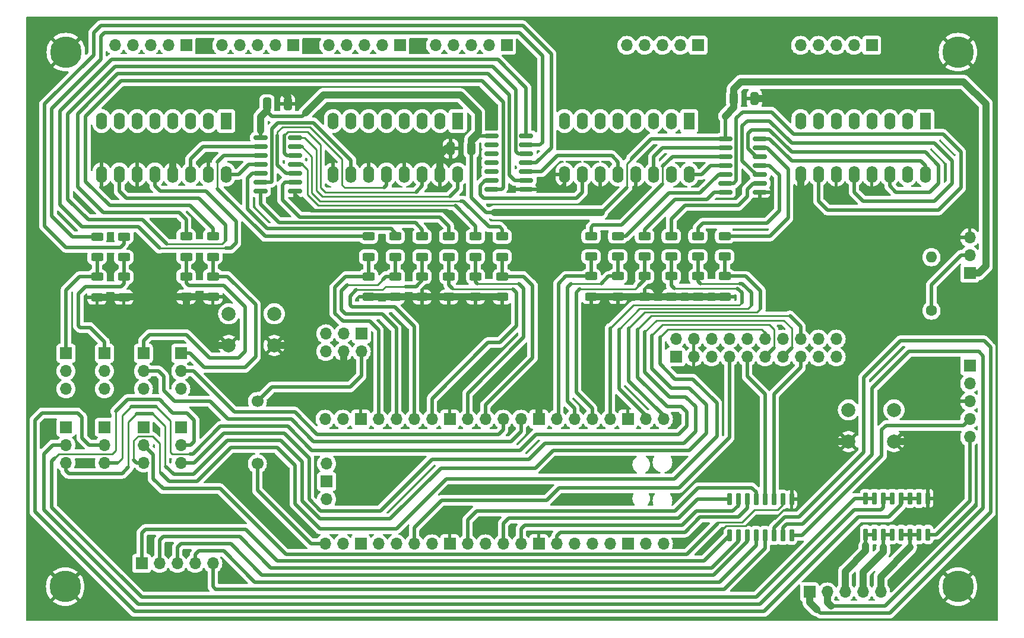
<source format=gbr>
%TF.GenerationSoftware,KiCad,Pcbnew,8.0.1*%
%TF.CreationDate,2024-04-12T11:28:31-03:00*%
%TF.ProjectId,PonchoRema,506f6e63-686f-4526-956d-612e6b696361,rev?*%
%TF.SameCoordinates,Original*%
%TF.FileFunction,Copper,L2,Bot*%
%TF.FilePolarity,Positive*%
%FSLAX46Y46*%
G04 Gerber Fmt 4.6, Leading zero omitted, Abs format (unit mm)*
G04 Created by KiCad (PCBNEW 8.0.1) date 2024-04-12 11:28:31*
%MOMM*%
%LPD*%
G01*
G04 APERTURE LIST*
G04 Aperture macros list*
%AMRoundRect*
0 Rectangle with rounded corners*
0 $1 Rounding radius*
0 $2 $3 $4 $5 $6 $7 $8 $9 X,Y pos of 4 corners*
0 Add a 4 corners polygon primitive as box body*
4,1,4,$2,$3,$4,$5,$6,$7,$8,$9,$2,$3,0*
0 Add four circle primitives for the rounded corners*
1,1,$1+$1,$2,$3*
1,1,$1+$1,$4,$5*
1,1,$1+$1,$6,$7*
1,1,$1+$1,$8,$9*
0 Add four rect primitives between the rounded corners*
20,1,$1+$1,$2,$3,$4,$5,0*
20,1,$1+$1,$4,$5,$6,$7,0*
20,1,$1+$1,$6,$7,$8,$9,0*
20,1,$1+$1,$8,$9,$2,$3,0*%
G04 Aperture macros list end*
%TA.AperFunction,ComponentPad*%
%ADD10R,1.700000X1.700000*%
%TD*%
%TA.AperFunction,ComponentPad*%
%ADD11O,1.700000X1.700000*%
%TD*%
%TA.AperFunction,ComponentPad*%
%ADD12C,4.500000*%
%TD*%
%TA.AperFunction,ComponentPad*%
%ADD13C,2.000000*%
%TD*%
%TA.AperFunction,ComponentPad*%
%ADD14R,1.600000X2.400000*%
%TD*%
%TA.AperFunction,ComponentPad*%
%ADD15O,1.600000X2.400000*%
%TD*%
%TA.AperFunction,ComponentPad*%
%ADD16C,1.600000*%
%TD*%
%TA.AperFunction,ComponentPad*%
%ADD17O,1.600000X1.600000*%
%TD*%
%TA.AperFunction,SMDPad,CuDef*%
%ADD18RoundRect,0.150000X-0.150000X0.725000X-0.150000X-0.725000X0.150000X-0.725000X0.150000X0.725000X0*%
%TD*%
%TA.AperFunction,SMDPad,CuDef*%
%ADD19RoundRect,0.250000X0.625000X-0.312500X0.625000X0.312500X-0.625000X0.312500X-0.625000X-0.312500X0*%
%TD*%
%TA.AperFunction,SMDPad,CuDef*%
%ADD20RoundRect,0.250000X-0.325000X-0.650000X0.325000X-0.650000X0.325000X0.650000X-0.325000X0.650000X0*%
%TD*%
%TA.AperFunction,SMDPad,CuDef*%
%ADD21RoundRect,0.250000X0.325000X0.650000X-0.325000X0.650000X-0.325000X-0.650000X0.325000X-0.650000X0*%
%TD*%
%TA.AperFunction,SMDPad,CuDef*%
%ADD22RoundRect,0.150000X0.825000X0.150000X-0.825000X0.150000X-0.825000X-0.150000X0.825000X-0.150000X0*%
%TD*%
%TA.AperFunction,ViaPad*%
%ADD23C,1.700000*%
%TD*%
%TA.AperFunction,Conductor*%
%ADD24C,1.000000*%
%TD*%
%TA.AperFunction,Conductor*%
%ADD25C,0.500000*%
%TD*%
%TA.AperFunction,Conductor*%
%ADD26C,0.250000*%
%TD*%
G04 APERTURE END LIST*
D10*
%TO.P,J5,1,Pin_1*%
%TO.N,Net-(J5-Pin_1)*%
X168910000Y-55885000D03*
D11*
%TO.P,J5,2,Pin_2*%
%TO.N,Net-(J5-Pin_2)*%
X166370000Y-55885000D03*
%TO.P,J5,3,Pin_3*%
%TO.N,/inputs/COM*%
X163830000Y-55885000D03*
%TO.P,J5,4,Pin_4*%
%TO.N,Net-(J5-Pin_4)*%
X161290000Y-55885000D03*
%TO.P,J5,5,Pin_5*%
%TO.N,Net-(J5-Pin_5)*%
X158750000Y-55885000D03*
%TD*%
D10*
%TO.P,J2,1,Pin_1*%
%TO.N,Net-(J2-Pin_1)*%
X101600000Y-55875000D03*
D11*
%TO.P,J2,2,Pin_2*%
%TO.N,Net-(J2-Pin_2)*%
X99060000Y-55875000D03*
%TO.P,J2,3,Pin_3*%
%TO.N,/inputs/COM*%
X96520000Y-55875000D03*
%TO.P,J2,4,Pin_4*%
%TO.N,Net-(J2-Pin_4)*%
X93980000Y-55875000D03*
%TO.P,J2,5,Pin_5*%
%TO.N,Net-(J2-Pin_5)*%
X91440000Y-55875000D03*
%TD*%
D12*
%TO.P,H2,1*%
%TO.N,GND*%
X53880000Y-133110000D03*
%TD*%
%TO.P,H1,1*%
%TO.N,GND*%
X181215500Y-56856500D03*
%TD*%
D10*
%TO.P,JP8,1,A*%
%TO.N,Net-(JP4-B)*%
X59436000Y-110363000D03*
D11*
%TO.P,JP8,2,C*%
%TO.N,/outputs/DOUT9*%
X59436000Y-112903000D03*
%TO.P,JP8,3,B*%
%TO.N,/uC/CIAA_GPIO9*%
X59436000Y-115443000D03*
%TD*%
D10*
%TO.P,JP1,1,A*%
%TO.N,/inputs/DIN6*%
X65032332Y-99822000D03*
D11*
%TO.P,JP1,2,C*%
%TO.N,Net-(JP1-C)*%
X65032332Y-102362000D03*
%TO.P,JP1,3,B*%
%TO.N,Net-(JP1-B)*%
X65032332Y-104902000D03*
%TD*%
%TO.P,U1,1,GPIO0*%
%TO.N,/inputs/DIN0*%
X139192000Y-109220000D03*
%TO.P,U1,2,GPIO1*%
%TO.N,/inputs/DIN1*%
X136652000Y-109220000D03*
D10*
%TO.P,U1,3,GND*%
%TO.N,GND*%
X134112000Y-109220000D03*
D11*
%TO.P,U1,4,GPIO2*%
%TO.N,/inputs/DIN2*%
X131572000Y-109220000D03*
%TO.P,U1,5,GPIO3*%
%TO.N,/inputs/DIN3*%
X129032000Y-109220000D03*
%TO.P,U1,6,GPIO4*%
%TO.N,/inputs/DIN4*%
X126492000Y-109220000D03*
%TO.P,U1,7,GPIO5*%
%TO.N,/inputs/DIN5*%
X123952000Y-109220000D03*
D10*
%TO.P,U1,8,GND*%
%TO.N,GND*%
X121412000Y-109220000D03*
D11*
%TO.P,U1,9,GPIO6*%
%TO.N,Net-(JP1-C)*%
X118872000Y-109220000D03*
%TO.P,U1,10,GPIO7*%
%TO.N,Net-(JP2-C)*%
X116332000Y-109220000D03*
%TO.P,U1,11,GPIO8*%
%TO.N,/inputs/DIN8*%
X113792000Y-109220000D03*
%TO.P,U1,12,GPIO9*%
%TO.N,/inputs/DIN9*%
X111252000Y-109220000D03*
D10*
%TO.P,U1,13,GND*%
%TO.N,GND*%
X108712000Y-109220000D03*
D11*
%TO.P,U1,14,GPIO10*%
%TO.N,/inputs/DIN10*%
X106172000Y-109220000D03*
%TO.P,U1,15,GPIO11*%
%TO.N,/inputs/DIN11*%
X103632000Y-109220000D03*
%TO.P,U1,16,GPIO12*%
%TO.N,/inputs/DIN12*%
X101092000Y-109220000D03*
%TO.P,U1,17,GPIO13*%
%TO.N,/inputs/DIN13*%
X98552000Y-109220000D03*
D10*
%TO.P,U1,18,GND*%
%TO.N,GND*%
X96012000Y-109220000D03*
D11*
%TO.P,U1,19,GPIO14*%
%TO.N,Net-(JP3-C)*%
X93472000Y-109220000D03*
%TO.P,U1,20,GPIO15*%
%TO.N,Net-(JP4-C)*%
X90932000Y-109220000D03*
%TO.P,U1,21,GPIO16*%
%TO.N,/uC/SPI_MOSI*%
X90932000Y-127000000D03*
%TO.P,U1,22,GPIO17*%
%TO.N,/uC/SPI_CS*%
X93472000Y-127000000D03*
D10*
%TO.P,U1,23,GND*%
%TO.N,GND*%
X96012000Y-127000000D03*
D11*
%TO.P,U1,24,GPIO18*%
%TO.N,/uC/SPI_SCK*%
X98552000Y-127000000D03*
%TO.P,U1,25,GPIO19*%
%TO.N,/uC/SPI_MISO*%
X101092000Y-127000000D03*
%TO.P,U1,26,GPIO20*%
%TO.N,/uC/IRQ_TO_REMA*%
X103632000Y-127000000D03*
%TO.P,U1,27,GPIO21*%
%TO.N,/uC/SPI_ERR*%
X106172000Y-127000000D03*
D10*
%TO.P,U1,28,GND*%
%TO.N,GND*%
X108712000Y-127000000D03*
D11*
%TO.P,U1,29,GPIO22*%
%TO.N,/outputs/DOUT3*%
X111252000Y-127000000D03*
%TO.P,U1,30,RUN*%
%TO.N,Net-(U1-RUN)*%
X113792000Y-127000000D03*
%TO.P,U1,31,GPIO26_ADC0*%
%TO.N,/outputs/DOUT0*%
X116332000Y-127000000D03*
%TO.P,U1,32,GPIO27_ADC1*%
%TO.N,/outputs/DOUT1*%
X118872000Y-127000000D03*
D10*
%TO.P,U1,33,AGND*%
%TO.N,GND*%
X121412000Y-127000000D03*
D11*
%TO.P,U1,34,GPIO28_ADC2*%
%TO.N,/outputs/DOUT2*%
X123952000Y-127000000D03*
%TO.P,U1,35,ADC_VREF*%
%TO.N,unconnected-(U1-ADC_VREF-Pad35)_0*%
X126492000Y-127000000D03*
%TO.P,U1,36,3V3*%
%TO.N,+3V3*%
X129032000Y-127000000D03*
%TO.P,U1,37,3V3_EN*%
%TO.N,unconnected-(U1-3V3_EN-Pad37)*%
X131572000Y-127000000D03*
D10*
%TO.P,U1,38,GND*%
%TO.N,GND*%
X134112000Y-127000000D03*
D11*
%TO.P,U1,39,VSYS*%
%TO.N,+5V*%
X136652000Y-127000000D03*
%TO.P,U1,40,VBUS*%
%TO.N,unconnected-(U1-VBUS-Pad40)_0*%
X139192000Y-127000000D03*
%TO.P,U1,41,SWCLK*%
%TO.N,unconnected-(U1-SWCLK-Pad41)*%
X91162000Y-115570000D03*
D10*
%TO.P,U1,42,GND*%
%TO.N,unconnected-(U1-GND-Pad42)_0*%
X91162000Y-118110000D03*
D11*
%TO.P,U1,43,SWDIO*%
%TO.N,unconnected-(U1-SWDIO-Pad43)_0*%
X91162000Y-120650000D03*
%TD*%
D10*
%TO.P,JP2,1,A*%
%TO.N,/inputs/DIN7*%
X70358000Y-99822000D03*
D11*
%TO.P,JP2,2,C*%
%TO.N,Net-(JP2-C)*%
X70358000Y-102362000D03*
%TO.P,JP2,3,B*%
%TO.N,Net-(JP2-B)*%
X70358000Y-104902000D03*
%TD*%
D12*
%TO.P,H3,1*%
%TO.N,GND*%
X181215500Y-133106500D03*
%TD*%
D10*
%TO.P,JP4,1,A*%
%TO.N,/inputs/DIN15*%
X59461000Y-99822000D03*
D11*
%TO.P,JP4,2,C*%
%TO.N,Net-(JP4-C)*%
X59461000Y-102362000D03*
%TO.P,JP4,3,B*%
%TO.N,Net-(JP4-B)*%
X59461000Y-104902000D03*
%TD*%
D10*
%TO.P,J3,1,Pin_1*%
%TO.N,Net-(J3-Pin_1)*%
X86360000Y-55880000D03*
D11*
%TO.P,J3,2,Pin_2*%
%TO.N,Net-(J3-Pin_2)*%
X83820000Y-55880000D03*
%TO.P,J3,3,Pin_3*%
%TO.N,/inputs/COM*%
X81280000Y-55880000D03*
%TO.P,J3,4,Pin_4*%
%TO.N,Net-(J3-Pin_4)*%
X78740000Y-55880000D03*
%TO.P,J3,5,Pin_5*%
%TO.N,Net-(J3-Pin_5)*%
X76200000Y-55880000D03*
%TD*%
D13*
%TO.P,SW1,1,1*%
%TO.N,Net-(U1-RUN)*%
X77193000Y-94179000D03*
X83693000Y-94179000D03*
%TO.P,SW1,2,2*%
%TO.N,GND*%
X77193000Y-98679000D03*
X83693000Y-98679000D03*
%TD*%
D10*
%TO.P,J6,1,Pin_1*%
%TO.N,Net-(J6-Pin_1)*%
X144140000Y-55885000D03*
D11*
%TO.P,J6,2,Pin_2*%
%TO.N,Net-(J6-Pin_2)*%
X141600000Y-55885000D03*
%TO.P,J6,3,Pin_3*%
%TO.N,/inputs/COM*%
X139060000Y-55885000D03*
%TO.P,J6,4,Pin_4*%
%TO.N,Net-(J6-Pin_4)*%
X136520000Y-55885000D03*
%TO.P,J6,5,Pin_5*%
%TO.N,Net-(J6-Pin_5)*%
X133980000Y-55885000D03*
%TD*%
D10*
%TO.P,JP6,1,A*%
%TO.N,Net-(JP2-B)*%
X70358000Y-110363000D03*
D11*
%TO.P,JP6,2,C*%
%TO.N,/outputs/DOUT7*%
X70358000Y-112903000D03*
%TO.P,JP6,3,B*%
%TO.N,/uC/CIAA_GPIO6*%
X70358000Y-115443000D03*
%TD*%
D10*
%TO.P,JP3,1,A*%
%TO.N,/inputs/DIN14*%
X53991666Y-99822000D03*
D11*
%TO.P,JP3,2,C*%
%TO.N,Net-(JP3-C)*%
X53991666Y-102362000D03*
%TO.P,JP3,3,B*%
%TO.N,Net-(JP3-B)*%
X53991666Y-104902000D03*
%TD*%
D13*
%TO.P,SW2,1,1*%
%TO.N,GND*%
X172085000Y-112395000D03*
X165585000Y-112395000D03*
%TO.P,SW2,2,2*%
%TO.N,Net-(P1-Pin_14)*%
X172085000Y-107895000D03*
X165585000Y-107895000D03*
%TD*%
D14*
%TO.P,U2,1*%
%TO.N,Net-(R5-Pad1)*%
X109865000Y-66685000D03*
D15*
%TO.P,U2,2*%
%TO.N,Net-(J1-Pin_2)*%
X107325000Y-66685000D03*
%TO.P,U2,3*%
%TO.N,Net-(R8-Pad1)*%
X104785000Y-66685000D03*
%TO.P,U2,4*%
%TO.N,Net-(J1-Pin_5)*%
X102245000Y-66685000D03*
%TO.P,U2,5*%
%TO.N,Net-(R11-Pad1)*%
X99705000Y-66685000D03*
%TO.P,U2,6*%
%TO.N,Net-(J2-Pin_2)*%
X97165000Y-66685000D03*
%TO.P,U2,7*%
%TO.N,Net-(R14-Pad1)*%
X94625000Y-66685000D03*
%TO.P,U2,8*%
%TO.N,Net-(J2-Pin_5)*%
X92085000Y-66685000D03*
%TO.P,U2,9*%
%TO.N,GND*%
X92085000Y-74305000D03*
%TO.P,U2,10*%
%TO.N,Net-(D11-K)*%
X94625000Y-74305000D03*
%TO.P,U2,11*%
%TO.N,GND*%
X97165000Y-74305000D03*
%TO.P,U2,12*%
%TO.N,Net-(D10-K)*%
X99705000Y-74305000D03*
%TO.P,U2,13*%
%TO.N,GND*%
X102245000Y-74305000D03*
%TO.P,U2,14*%
%TO.N,Net-(D9-K)*%
X104785000Y-74305000D03*
%TO.P,U2,15*%
%TO.N,GND*%
X107325000Y-74305000D03*
%TO.P,U2,16*%
%TO.N,Net-(D8-K)*%
X109865000Y-74305000D03*
%TD*%
D10*
%TO.P,P1,1,Pin_1*%
%TO.N,unconnected-(P1-Pin_1-Pad1)*%
X140970000Y-100330000D03*
D11*
%TO.P,P1,2,Pin_2*%
%TO.N,Net-(D18-A)*%
X140970000Y-97790000D03*
%TO.P,P1,3,Pin_3*%
%TO.N,GND*%
X143510000Y-100330000D03*
%TO.P,P1,4,Pin_4*%
X143510000Y-97790000D03*
%TO.P,P1,5,Pin_5*%
%TO.N,+12V*%
X146050000Y-100330000D03*
%TO.P,P1,6,Pin_6*%
X146050000Y-97790000D03*
%TO.P,P1,7,Pin_7*%
%TO.N,/uC/IRQ_TO_REMA*%
X148590000Y-100330000D03*
%TO.P,P1,8,Pin_8*%
%TO.N,Net-(J7-Pin_2)*%
X148590000Y-97790000D03*
%TO.P,P1,9,Pin_9*%
%TO.N,/outputs/DOUT4*%
X151130000Y-100330000D03*
%TO.P,P1,10,Pin_10*%
%TO.N,unconnected-(P1-Pin_10-Pad10)*%
X151130000Y-97790000D03*
%TO.P,P1,11,Pin_11*%
%TO.N,/uC/CIAA_GPIO4*%
X153670000Y-100330000D03*
%TO.P,P1,12,Pin_12*%
%TO.N,/uC/CIAA_GPIO5*%
X153670000Y-97790000D03*
%TO.P,P1,13,Pin_13*%
%TO.N,/uC/CIAA_GPIO6*%
X156210000Y-100330000D03*
%TO.P,P1,14,Pin_14*%
%TO.N,Net-(P1-Pin_14)*%
X156210000Y-97790000D03*
%TO.P,P1,15,Pin_15*%
%TO.N,/outputs/DOUT5*%
X158750000Y-100330000D03*
%TO.P,P1,16,Pin_16*%
%TO.N,/uC/CIAA_GPIO9*%
X158750000Y-97790000D03*
%TO.P,P1,17,Pin_17*%
%TO.N,unconnected-(P1-Pin_17-Pad17)*%
X161290000Y-100330000D03*
%TO.P,P1,18,Pin_18*%
%TO.N,unconnected-(P1-Pin_18-Pad18)*%
X161290000Y-97790000D03*
%TO.P,P1,19,Pin_19*%
%TO.N,unconnected-(P1-Pin_19-Pad19)*%
X163830000Y-100330000D03*
%TO.P,P1,20,Pin_20*%
%TO.N,unconnected-(P1-Pin_20-Pad20)*%
X163830000Y-97790000D03*
%TD*%
D16*
%TO.P,R1,1*%
%TO.N,Net-(J7-Pin_2)*%
X177419000Y-93726000D03*
D17*
%TO.P,R1,2*%
%TO.N,+5V*%
X177419000Y-86106000D03*
%TD*%
D10*
%TO.P,JP7,1,A*%
%TO.N,Net-(JP3-B)*%
X53975000Y-110363000D03*
D11*
%TO.P,JP7,2,C*%
%TO.N,/outputs/DOUT8*%
X53975000Y-112903000D03*
%TO.P,JP7,3,B*%
%TO.N,/uC/CIAA_GPIO4*%
X53975000Y-115443000D03*
%TD*%
D10*
%TO.P,J4,1,Pin_1*%
%TO.N,Net-(J4-Pin_1)*%
X71120000Y-55880000D03*
D11*
%TO.P,J4,2,Pin_2*%
%TO.N,Net-(J4-Pin_2)*%
X68580000Y-55880000D03*
%TO.P,J4,3,Pin_3*%
%TO.N,/inputs/COM*%
X66040000Y-55880000D03*
%TO.P,J4,4,Pin_4*%
%TO.N,Net-(J4-Pin_4)*%
X63500000Y-55880000D03*
%TO.P,J4,5,Pin_5*%
%TO.N,Net-(J4-Pin_5)*%
X60960000Y-55880000D03*
%TD*%
D10*
%TO.P,J10,1,Pin_1*%
%TO.N,/outputs/Spare5*%
X160020000Y-133858000D03*
D11*
%TO.P,J10,2,Pin_2*%
%TO.N,/outputs/Spare6*%
X162560000Y-133858000D03*
%TO.P,J10,3,Pin_3*%
%TO.N,/outputs/Spare7*%
X165100000Y-133858000D03*
%TO.P,J10,4,Pin_4*%
%TO.N,/outputs/Spare8*%
X167640000Y-133858000D03*
%TO.P,J10,5,Pin_5*%
%TO.N,/outputs/Spare9*%
X170180000Y-133858000D03*
%TD*%
D10*
%TO.P,J7,1,Pin_1*%
%TO.N,+5V*%
X182880000Y-88392000D03*
D11*
%TO.P,J7,2,Pin_2*%
%TO.N,Net-(J7-Pin_2)*%
X182880000Y-85852000D03*
%TO.P,J7,3,Pin_3*%
%TO.N,GND*%
X182880000Y-83312000D03*
%TD*%
D12*
%TO.P,H4,1*%
%TO.N,GND*%
X53965500Y-56856500D03*
%TD*%
D14*
%TO.P,U3,1*%
%TO.N,Net-(R17-Pad1)*%
X76835000Y-66685000D03*
D15*
%TO.P,U3,2*%
%TO.N,Net-(J3-Pin_2)*%
X74295000Y-66685000D03*
%TO.P,U3,3*%
%TO.N,Net-(R20-Pad1)*%
X71755000Y-66685000D03*
%TO.P,U3,4*%
%TO.N,Net-(J3-Pin_5)*%
X69215000Y-66685000D03*
%TO.P,U3,5*%
%TO.N,Net-(R23-Pad1)*%
X66675000Y-66685000D03*
%TO.P,U3,6*%
%TO.N,Net-(J4-Pin_2)*%
X64135000Y-66685000D03*
%TO.P,U3,7*%
%TO.N,Net-(R26-Pad1)*%
X61595000Y-66685000D03*
%TO.P,U3,8*%
%TO.N,Net-(J4-Pin_5)*%
X59055000Y-66685000D03*
%TO.P,U3,9*%
%TO.N,GND*%
X59055000Y-74305000D03*
%TO.P,U3,10*%
%TO.N,Net-(D15-K)*%
X61595000Y-74305000D03*
%TO.P,U3,11*%
%TO.N,GND*%
X64135000Y-74305000D03*
%TO.P,U3,12*%
%TO.N,Net-(D14-K)*%
X66675000Y-74305000D03*
%TO.P,U3,13*%
%TO.N,GND*%
X69215000Y-74305000D03*
%TO.P,U3,14*%
%TO.N,Net-(D13-K)*%
X71755000Y-74305000D03*
%TO.P,U3,15*%
%TO.N,GND*%
X74295000Y-74305000D03*
%TO.P,U3,16*%
%TO.N,Net-(D12-K)*%
X76835000Y-74305000D03*
%TD*%
D10*
%TO.P,J8,1,Pin_1*%
%TO.N,+12V*%
X182880000Y-101600000D03*
D11*
%TO.P,J8,2,Pin_2*%
%TO.N,+5V*%
X182880000Y-104140000D03*
%TO.P,J8,3,Pin_3*%
%TO.N,GND*%
X182880000Y-106680000D03*
%TO.P,J8,4,Pin_4*%
%TO.N,Net-(J8-Pin_4)*%
X182880000Y-109220000D03*
%TO.P,J8,5,Pin_5*%
%TO.N,Net-(J8-Pin_5)*%
X182880000Y-111760000D03*
%TD*%
D14*
%TO.P,U5,1*%
%TO.N,Net-(R41-Pad1)*%
X142875000Y-66685000D03*
D15*
%TO.P,U5,2*%
%TO.N,/inputs/COM*%
X140335000Y-66685000D03*
%TO.P,U5,3*%
%TO.N,Net-(R44-Pad1)*%
X137795000Y-66685000D03*
%TO.P,U5,4*%
%TO.N,/inputs/COM*%
X135255000Y-66685000D03*
%TO.P,U5,5*%
%TO.N,Net-(R47-Pad1)*%
X132715000Y-66685000D03*
%TO.P,U5,6*%
%TO.N,/inputs/COM*%
X130175000Y-66685000D03*
%TO.P,U5,7*%
%TO.N,Net-(R50-Pad1)*%
X127635000Y-66685000D03*
%TO.P,U5,8*%
%TO.N,/inputs/COM*%
X125095000Y-66685000D03*
%TO.P,U5,9*%
%TO.N,GND*%
X125095000Y-74305000D03*
%TO.P,U5,10*%
%TO.N,Net-(D7-K)*%
X127635000Y-74305000D03*
%TO.P,U5,11*%
%TO.N,GND*%
X130175000Y-74305000D03*
%TO.P,U5,12*%
%TO.N,Net-(D6-K)*%
X132715000Y-74305000D03*
%TO.P,U5,13*%
%TO.N,GND*%
X135255000Y-74305000D03*
%TO.P,U5,14*%
%TO.N,Net-(D5-K)*%
X137795000Y-74305000D03*
%TO.P,U5,15*%
%TO.N,GND*%
X140335000Y-74305000D03*
%TO.P,U5,16*%
%TO.N,Net-(D4-K)*%
X142875000Y-74305000D03*
%TD*%
D10*
%TO.P,P2,1,Pin_1*%
%TO.N,/uC/SPI_MISO*%
X96105366Y-97036905D03*
D11*
%TO.P,P2,2,Pin_2*%
%TO.N,/uC/SPI_MOSI*%
X96105366Y-99576905D03*
%TO.P,P2,3,Pin_3*%
%TO.N,unconnected-(P2-Pin_3-Pad3)*%
X93565366Y-97036905D03*
%TO.P,P2,4,Pin_4*%
%TO.N,GND*%
X93565366Y-99576905D03*
%TO.P,P2,5,Pin_5*%
%TO.N,/uC/SPI_CS*%
X91025366Y-97036905D03*
%TO.P,P2,6,Pin_6*%
%TO.N,/uC/SPI_SCK*%
X91025366Y-99576905D03*
%TD*%
D14*
%TO.P,U4,1*%
%TO.N,Net-(R29-Pad1)*%
X176530000Y-66685000D03*
D15*
%TO.P,U4,2*%
%TO.N,/inputs/COM*%
X173990000Y-66685000D03*
%TO.P,U4,3*%
%TO.N,Net-(R32-Pad1)*%
X171450000Y-66685000D03*
%TO.P,U4,4*%
%TO.N,/inputs/COM*%
X168910000Y-66685000D03*
%TO.P,U4,5*%
%TO.N,Net-(R35-Pad1)*%
X166370000Y-66685000D03*
%TO.P,U4,6*%
%TO.N,/inputs/COM*%
X163830000Y-66685000D03*
%TO.P,U4,7*%
%TO.N,Net-(R38-Pad1)*%
X161290000Y-66685000D03*
%TO.P,U4,8*%
%TO.N,/inputs/COM*%
X158750000Y-66685000D03*
%TO.P,U4,9*%
%TO.N,GND*%
X158750000Y-74305000D03*
%TO.P,U4,10*%
%TO.N,Net-(D3-K)*%
X161290000Y-74305000D03*
%TO.P,U4,11*%
%TO.N,GND*%
X163830000Y-74305000D03*
%TO.P,U4,12*%
%TO.N,Net-(D2-K)*%
X166370000Y-74305000D03*
%TO.P,U4,13*%
%TO.N,GND*%
X168910000Y-74305000D03*
%TO.P,U4,14*%
%TO.N,Net-(D1-K)*%
X171450000Y-74305000D03*
%TO.P,U4,15*%
%TO.N,GND*%
X173990000Y-74305000D03*
%TO.P,U4,16*%
%TO.N,Net-(D0-K)*%
X176530000Y-74305000D03*
%TD*%
D10*
%TO.P,JP5,1,A*%
%TO.N,Net-(JP1-B)*%
X65024000Y-110363000D03*
D11*
%TO.P,JP5,2,C*%
%TO.N,/outputs/DOUT6*%
X65024000Y-112903000D03*
%TO.P,JP5,3,B*%
%TO.N,/uC/CIAA_GPIO5*%
X65024000Y-115443000D03*
%TD*%
D10*
%TO.P,J1,1,Pin_1*%
%TO.N,Net-(J1-Pin_1)*%
X116840000Y-55875000D03*
D11*
%TO.P,J1,2,Pin_2*%
%TO.N,Net-(J1-Pin_2)*%
X114300000Y-55875000D03*
%TO.P,J1,3,Pin_3*%
%TO.N,/inputs/COM*%
X111760000Y-55875000D03*
%TO.P,J1,4,Pin_4*%
%TO.N,Net-(J1-Pin_4)*%
X109220000Y-55875000D03*
%TO.P,J1,5,Pin_5*%
%TO.N,Net-(J1-Pin_5)*%
X106680000Y-55875000D03*
%TD*%
D10*
%TO.P,J9,1,Pin_1*%
%TO.N,/outputs/DirX*%
X64770000Y-129794000D03*
D11*
%TO.P,J9,2,Pin_2*%
%TO.N,/outputs/DirY*%
X67310000Y-129794000D03*
%TO.P,J9,3,Pin_3*%
%TO.N,/outputs/DirZ*%
X69850000Y-129794000D03*
%TO.P,J9,4,Pin_4*%
%TO.N,/outputs/DirW*%
X72390000Y-129794000D03*
%TO.P,J9,5,Pin_5*%
%TO.N,/outputs/Spare4*%
X74930000Y-129794000D03*
%TD*%
D18*
%TO.P,U9,1,I1*%
%TO.N,/outputs/DOUT7*%
X168021000Y-120523000D03*
%TO.P,U9,2,I2*%
X169291000Y-120523000D03*
%TO.P,U9,3,I3*%
%TO.N,/outputs/DOUT8*%
X170561000Y-120523000D03*
%TO.P,U9,4,I4*%
X171831000Y-120523000D03*
%TO.P,U9,5,I5*%
%TO.N,/outputs/DOUT9*%
X173101000Y-120523000D03*
%TO.P,U9,6,I6*%
X174371000Y-120523000D03*
%TO.P,U9,7,I7*%
X175641000Y-120523000D03*
%TO.P,U9,8,GND*%
%TO.N,GND*%
X176911000Y-120523000D03*
%TO.P,U9,9,COM*%
%TO.N,Net-(J8-Pin_5)*%
X176911000Y-125673000D03*
%TO.P,U9,10,O7*%
%TO.N,/outputs/Spare9*%
X175641000Y-125673000D03*
%TO.P,U9,11,O6*%
X174371000Y-125673000D03*
%TO.P,U9,12,O5*%
X173101000Y-125673000D03*
%TO.P,U9,13,O4*%
%TO.N,/outputs/Spare8*%
X171831000Y-125673000D03*
%TO.P,U9,14,O3*%
X170561000Y-125673000D03*
%TO.P,U9,15,O2*%
%TO.N,/outputs/Spare7*%
X169291000Y-125673000D03*
%TO.P,U9,16,O1*%
X168021000Y-125673000D03*
%TD*%
D19*
%TO.P,R69,1*%
%TO.N,/inputs/DIN13*%
X97142790Y-86074793D03*
%TO.P,R69,2*%
%TO.N,Net-(R69-Pad2)*%
X97142790Y-83149793D03*
%TD*%
D20*
%TO.P,C4,1*%
%TO.N,+5V*%
X149225000Y-63500000D03*
%TO.P,C4,2*%
%TO.N,GND*%
X152175000Y-63500000D03*
%TD*%
D19*
%TO.P,R79,1*%
%TO.N,/inputs/DIN2*%
X140308638Y-86032500D03*
%TO.P,R79,2*%
%TO.N,Net-(R79-Pad2)*%
X140308638Y-83107500D03*
%TD*%
D21*
%TO.P,C5,1*%
%TO.N,+5V*%
X111789000Y-70612000D03*
%TO.P,C5,2*%
%TO.N,GND*%
X108839000Y-70612000D03*
%TD*%
D19*
%TO.P,R65,1*%
%TO.N,/inputs/DIN11*%
X104762790Y-86074793D03*
%TO.P,R65,2*%
%TO.N,Net-(R65-Pad2)*%
X104762790Y-83149793D03*
%TD*%
%TO.P,R63,1*%
%TO.N,/inputs/DIN10*%
X108572790Y-86074793D03*
%TO.P,R63,2*%
%TO.N,Net-(R63-Pad2)*%
X108572790Y-83149793D03*
%TD*%
%TO.P,R88,1*%
%TO.N,GND*%
X71120000Y-91760598D03*
%TO.P,R88,2*%
%TO.N,/inputs/DIN6*%
X71120000Y-88835598D03*
%TD*%
%TO.P,R78,1*%
%TO.N,GND*%
X144145000Y-91747500D03*
%TO.P,R78,2*%
%TO.N,/inputs/DIN1*%
X144145000Y-88822500D03*
%TD*%
%TO.P,R84,1*%
%TO.N,GND*%
X132715000Y-91747500D03*
%TO.P,R84,2*%
%TO.N,/inputs/DIN4*%
X132715000Y-88822500D03*
%TD*%
%TO.P,R90,1*%
%TO.N,GND*%
X74930000Y-91760598D03*
%TO.P,R90,2*%
%TO.N,/inputs/DIN7*%
X74930000Y-88835598D03*
%TD*%
D22*
%TO.P,U7,1*%
%TO.N,Net-(D0-K)*%
X152970000Y-69215000D03*
%TO.P,U7,2*%
%TO.N,Net-(R75-Pad2)*%
X152970000Y-70485000D03*
%TO.P,U7,3*%
%TO.N,Net-(D1-K)*%
X152970000Y-71755000D03*
%TO.P,U7,4*%
%TO.N,Net-(R77-Pad2)*%
X152970000Y-73025000D03*
%TO.P,U7,5*%
%TO.N,Net-(D2-K)*%
X152970000Y-74295000D03*
%TO.P,U7,6*%
%TO.N,Net-(R79-Pad2)*%
X152970000Y-75565000D03*
%TO.P,U7,7,GND*%
%TO.N,GND*%
X152970000Y-76835000D03*
%TO.P,U7,8*%
%TO.N,Net-(R81-Pad2)*%
X148020000Y-76835000D03*
%TO.P,U7,9*%
%TO.N,Net-(D3-K)*%
X148020000Y-75565000D03*
%TO.P,U7,10*%
%TO.N,Net-(R83-Pad2)*%
X148020000Y-74295000D03*
%TO.P,U7,11*%
%TO.N,Net-(D4-K)*%
X148020000Y-73025000D03*
%TO.P,U7,12*%
%TO.N,Net-(R85-Pad2)*%
X148020000Y-71755000D03*
%TO.P,U7,13*%
%TO.N,Net-(D5-K)*%
X148020000Y-70485000D03*
%TO.P,U7,14,VCC*%
%TO.N,+5V*%
X148020000Y-69215000D03*
%TD*%
D19*
%TO.P,R77,1*%
%TO.N,/inputs/DIN1*%
X144118638Y-86032500D03*
%TO.P,R77,2*%
%TO.N,Net-(R77-Pad2)*%
X144118638Y-83107500D03*
%TD*%
%TO.P,R71,1*%
%TO.N,/inputs/DIN14*%
X58420000Y-86110000D03*
%TO.P,R71,2*%
%TO.N,Net-(R71-Pad2)*%
X58420000Y-83185000D03*
%TD*%
D18*
%TO.P,U10,1,I1*%
%TO.N,/outputs/DOUT0*%
X148590000Y-120650000D03*
%TO.P,U10,2,I2*%
%TO.N,/outputs/DOUT1*%
X149860000Y-120650000D03*
%TO.P,U10,3,I3*%
%TO.N,/outputs/DOUT2*%
X151130000Y-120650000D03*
%TO.P,U10,4,I4*%
%TO.N,/outputs/DOUT3*%
X152400000Y-120650000D03*
%TO.P,U10,5,I5*%
%TO.N,/outputs/DOUT4*%
X153670000Y-120650000D03*
%TO.P,U10,6,I6*%
%TO.N,/outputs/DOUT5*%
X154940000Y-120650000D03*
%TO.P,U10,7,I7*%
%TO.N,/outputs/DOUT6*%
X156210000Y-120650000D03*
%TO.P,U10,8,GND*%
%TO.N,GND*%
X157480000Y-120650000D03*
%TO.P,U10,9,COM*%
%TO.N,Net-(J8-Pin_4)*%
X157480000Y-125800000D03*
%TO.P,U10,10,O7*%
%TO.N,/outputs/Spare6*%
X156210000Y-125800000D03*
%TO.P,U10,11,O6*%
%TO.N,/outputs/Spare5*%
X154940000Y-125800000D03*
%TO.P,U10,12,O5*%
%TO.N,/outputs/Spare4*%
X153670000Y-125800000D03*
%TO.P,U10,13,O4*%
%TO.N,/outputs/DirW*%
X152400000Y-125800000D03*
%TO.P,U10,14,O3*%
%TO.N,/outputs/DirZ*%
X151130000Y-125800000D03*
%TO.P,U10,15,O2*%
%TO.N,/outputs/DirY*%
X149860000Y-125800000D03*
%TO.P,U10,16,O1*%
%TO.N,/outputs/DirX*%
X148590000Y-125800000D03*
%TD*%
D19*
%TO.P,R86,1*%
%TO.N,GND*%
X128905000Y-91747500D03*
%TO.P,R86,2*%
%TO.N,/inputs/DIN5*%
X128905000Y-88822500D03*
%TD*%
%TO.P,R76,1*%
%TO.N,GND*%
X147955000Y-91747500D03*
%TO.P,R76,2*%
%TO.N,/inputs/DIN0*%
X147955000Y-88822500D03*
%TD*%
%TO.P,R81,1*%
%TO.N,/inputs/DIN3*%
X136498638Y-86032500D03*
%TO.P,R81,2*%
%TO.N,Net-(R81-Pad2)*%
X136498638Y-83107500D03*
%TD*%
%TO.P,R87,1*%
%TO.N,/inputs/DIN6*%
X71120000Y-86045598D03*
%TO.P,R87,2*%
%TO.N,Net-(R87-Pad2)*%
X71120000Y-83120598D03*
%TD*%
%TO.P,R82,1*%
%TO.N,GND*%
X136525000Y-91747500D03*
%TO.P,R82,2*%
%TO.N,/inputs/DIN3*%
X136525000Y-88822500D03*
%TD*%
D20*
%TO.P,C3,1*%
%TO.N,+5V*%
X82648000Y-64262000D03*
%TO.P,C3,2*%
%TO.N,GND*%
X85598000Y-64262000D03*
%TD*%
D19*
%TO.P,R66,1*%
%TO.N,GND*%
X104775000Y-91789793D03*
%TO.P,R66,2*%
%TO.N,/inputs/DIN11*%
X104775000Y-88864793D03*
%TD*%
%TO.P,R73,1*%
%TO.N,/inputs/DIN15*%
X62230000Y-86110000D03*
%TO.P,R73,2*%
%TO.N,Net-(R73-Pad2)*%
X62230000Y-83185000D03*
%TD*%
%TO.P,R70,1*%
%TO.N,GND*%
X97155000Y-91789793D03*
%TO.P,R70,2*%
%TO.N,/inputs/DIN13*%
X97155000Y-88864793D03*
%TD*%
%TO.P,R89,1*%
%TO.N,/inputs/DIN7*%
X74930000Y-86045598D03*
%TO.P,R89,2*%
%TO.N,Net-(R89-Pad2)*%
X74930000Y-83120598D03*
%TD*%
%TO.P,R91,1*%
%TO.N,/inputs/DIN9*%
X112382790Y-86074793D03*
%TO.P,R91,2*%
%TO.N,Net-(R91-Pad2)*%
X112382790Y-83149793D03*
%TD*%
%TO.P,R61,1*%
%TO.N,/inputs/DIN8*%
X116192790Y-86074793D03*
%TO.P,R61,2*%
%TO.N,Net-(R61-Pad2)*%
X116192790Y-83149793D03*
%TD*%
%TO.P,R85,1*%
%TO.N,/inputs/DIN5*%
X128878638Y-86032500D03*
%TO.P,R85,2*%
%TO.N,Net-(R85-Pad2)*%
X128878638Y-83107500D03*
%TD*%
%TO.P,R74,1*%
%TO.N,GND*%
X62230000Y-91825000D03*
%TO.P,R74,2*%
%TO.N,/inputs/DIN15*%
X62230000Y-88900000D03*
%TD*%
D22*
%TO.P,U6,1*%
%TO.N,Net-(D8-K)*%
X86676000Y-69088000D03*
%TO.P,U6,2*%
%TO.N,Net-(R61-Pad2)*%
X86676000Y-70358000D03*
%TO.P,U6,3*%
%TO.N,Net-(D9-K)*%
X86676000Y-71628000D03*
%TO.P,U6,4*%
%TO.N,Net-(R91-Pad2)*%
X86676000Y-72898000D03*
%TO.P,U6,5*%
%TO.N,Net-(D10-K)*%
X86676000Y-74168000D03*
%TO.P,U6,6*%
%TO.N,Net-(R63-Pad2)*%
X86676000Y-75438000D03*
%TO.P,U6,7,GND*%
%TO.N,GND*%
X86676000Y-76708000D03*
%TO.P,U6,8*%
%TO.N,Net-(R65-Pad2)*%
X81726000Y-76708000D03*
%TO.P,U6,9*%
%TO.N,Net-(D11-K)*%
X81726000Y-75438000D03*
%TO.P,U6,10*%
%TO.N,Net-(R67-Pad2)*%
X81726000Y-74168000D03*
%TO.P,U6,11*%
%TO.N,Net-(D12-K)*%
X81726000Y-72898000D03*
%TO.P,U6,12*%
%TO.N,Net-(R69-Pad2)*%
X81726000Y-71628000D03*
%TO.P,U6,13*%
%TO.N,Net-(D13-K)*%
X81726000Y-70358000D03*
%TO.P,U6,14,VCC*%
%TO.N,+5V*%
X81726000Y-69088000D03*
%TD*%
D19*
%TO.P,R72,1*%
%TO.N,GND*%
X58420000Y-91825000D03*
%TO.P,R72,2*%
%TO.N,/inputs/DIN14*%
X58420000Y-88900000D03*
%TD*%
%TO.P,R62,1*%
%TO.N,GND*%
X116205000Y-91789793D03*
%TO.P,R62,2*%
%TO.N,/inputs/DIN8*%
X116205000Y-88864793D03*
%TD*%
%TO.P,R75,1*%
%TO.N,/inputs/DIN0*%
X147928638Y-86032500D03*
%TO.P,R75,2*%
%TO.N,Net-(R75-Pad2)*%
X147928638Y-83107500D03*
%TD*%
%TO.P,R67,1*%
%TO.N,/inputs/DIN12*%
X100952790Y-86074793D03*
%TO.P,R67,2*%
%TO.N,Net-(R67-Pad2)*%
X100952790Y-83149793D03*
%TD*%
%TO.P,R83,1*%
%TO.N,/inputs/DIN4*%
X132688638Y-86032500D03*
%TO.P,R83,2*%
%TO.N,Net-(R83-Pad2)*%
X132688638Y-83107500D03*
%TD*%
%TO.P,R92,1*%
%TO.N,GND*%
X112395000Y-91789793D03*
%TO.P,R92,2*%
%TO.N,/inputs/DIN9*%
X112395000Y-88864793D03*
%TD*%
D22*
%TO.P,U8,1*%
%TO.N,Net-(D14-K)*%
X119631000Y-68834000D03*
%TO.P,U8,2*%
%TO.N,Net-(R71-Pad2)*%
X119631000Y-70104000D03*
%TO.P,U8,3*%
%TO.N,Net-(D15-K)*%
X119631000Y-71374000D03*
%TO.P,U8,4*%
%TO.N,Net-(R73-Pad2)*%
X119631000Y-72644000D03*
%TO.P,U8,5*%
%TO.N,Net-(D6-K)*%
X119631000Y-73914000D03*
%TO.P,U8,6*%
%TO.N,Net-(R87-Pad2)*%
X119631000Y-75184000D03*
%TO.P,U8,7,GND*%
%TO.N,GND*%
X119631000Y-76454000D03*
%TO.P,U8,8*%
%TO.N,Net-(R89-Pad2)*%
X114681000Y-76454000D03*
%TO.P,U8,9*%
%TO.N,Net-(D7-K)*%
X114681000Y-75184000D03*
%TO.P,U8,10*%
%TO.N,unconnected-(U8-Pad10)*%
X114681000Y-73914000D03*
%TO.P,U8,11*%
%TO.N,unconnected-(U8-Pad11)*%
X114681000Y-72644000D03*
%TO.P,U8,12*%
%TO.N,unconnected-(U8-Pad12)*%
X114681000Y-71374000D03*
%TO.P,U8,13*%
%TO.N,unconnected-(U8-Pad13)*%
X114681000Y-70104000D03*
%TO.P,U8,14,VCC*%
%TO.N,+5V*%
X114681000Y-68834000D03*
%TD*%
D19*
%TO.P,R64,1*%
%TO.N,GND*%
X108585000Y-91789793D03*
%TO.P,R64,2*%
%TO.N,/inputs/DIN10*%
X108585000Y-88864793D03*
%TD*%
%TO.P,R80,1*%
%TO.N,GND*%
X140335000Y-91747500D03*
%TO.P,R80,2*%
%TO.N,/inputs/DIN2*%
X140335000Y-88822500D03*
%TD*%
%TO.P,R68,1*%
%TO.N,GND*%
X100965000Y-91789793D03*
%TO.P,R68,2*%
%TO.N,/inputs/DIN12*%
X100965000Y-88864793D03*
%TD*%
D23*
%TO.N,/uC/SPI_MOSI*%
X81280000Y-106680000D03*
X81280000Y-115570000D03*
%TD*%
D24*
%TO.N,+5V*%
X149225000Y-63500000D02*
X149225000Y-62103000D01*
X111789000Y-69313000D02*
X111789000Y-70612000D01*
X81726000Y-66073000D02*
X82648000Y-65151000D01*
X111789000Y-69567000D02*
X112522000Y-68834000D01*
D25*
X148020000Y-65975000D02*
X148020000Y-69215000D01*
D24*
X81726000Y-68072000D02*
X81726000Y-66073000D01*
D26*
X133985000Y-72771000D02*
X134620000Y-72136000D01*
D24*
X110236000Y-62992000D02*
X112776000Y-65532000D01*
X181991000Y-61087000D02*
X185166000Y-64262000D01*
D25*
X130429000Y-79756000D02*
X130302000Y-79756000D01*
D24*
X90678000Y-62992000D02*
X110236000Y-62992000D01*
X184150000Y-88392000D02*
X182880000Y-88392000D01*
D25*
X134620000Y-72009000D02*
X137414000Y-69215000D01*
X87630000Y-66040000D02*
X83312000Y-66040000D01*
X134620000Y-72136000D02*
X134620000Y-72009000D01*
X111789000Y-70612000D02*
X111789000Y-69567000D01*
X88138000Y-65532000D02*
X87630000Y-66040000D01*
X83312000Y-66040000D02*
X82648000Y-65376000D01*
D24*
X149225000Y-62103000D02*
X150241000Y-61087000D01*
D25*
X112522000Y-68834000D02*
X114681000Y-68834000D01*
X81726000Y-68072000D02*
X81726000Y-69088000D01*
D24*
X185166000Y-64262000D02*
X185166000Y-87376000D01*
X112776000Y-68326000D02*
X111789000Y-69313000D01*
X185166000Y-87376000D02*
X184150000Y-88392000D01*
X88138000Y-65532000D02*
X90678000Y-62992000D01*
X115062000Y-79756000D02*
X130302000Y-79756000D01*
X149225000Y-64770000D02*
X148020000Y-65975000D01*
D25*
X133985000Y-76200000D02*
X130429000Y-79756000D01*
X82648000Y-65376000D02*
X82648000Y-64262000D01*
X115062000Y-79756000D02*
X113919000Y-79756000D01*
D26*
X133985000Y-76200000D02*
X133985000Y-72771000D01*
D24*
X149225000Y-63500000D02*
X149225000Y-64770000D01*
D25*
X137414000Y-69215000D02*
X148020000Y-69215000D01*
X113919000Y-79756000D02*
X111789000Y-77626000D01*
X111789000Y-77626000D02*
X111789000Y-70612000D01*
D24*
X112776000Y-65532000D02*
X112776000Y-68326000D01*
X150241000Y-61087000D02*
X181991000Y-61087000D01*
%TO.N,GND*%
X140335000Y-91747500D02*
X136525000Y-91747500D01*
X122174000Y-103251000D02*
X121412000Y-104013000D01*
D25*
X153481000Y-79945000D02*
X143575000Y-79945000D01*
X157480000Y-120650000D02*
X157480000Y-118872000D01*
D24*
X132715000Y-91747500D02*
X128905000Y-91747500D01*
X71120000Y-94234000D02*
X75565000Y-98679000D01*
X158750000Y-77470000D02*
X158750000Y-74305000D01*
X157480000Y-118872000D02*
X157480000Y-115824000D01*
X71247000Y-69088000D02*
X69215000Y-71120000D01*
D25*
X142875000Y-84455000D02*
X156845000Y-84455000D01*
X106680000Y-91186000D02*
X106680000Y-84963000D01*
X125095000Y-75692000D02*
X125095000Y-74305000D01*
X110490000Y-81661000D02*
X110490000Y-84582000D01*
D26*
X157480000Y-122174000D02*
X156311414Y-122174000D01*
D24*
X116205000Y-91789793D02*
X112395000Y-91789793D01*
X69215000Y-71120000D02*
X69215000Y-74305000D01*
X85598000Y-63246000D02*
X84582000Y-62230000D01*
X79248000Y-68199000D02*
X78359000Y-69088000D01*
X62294402Y-91760598D02*
X71120000Y-91760598D01*
D25*
X62230000Y-91825000D02*
X62294402Y-91760598D01*
X142240000Y-83820000D02*
X142875000Y-84455000D01*
D24*
X160909000Y-112395000D02*
X165585000Y-112395000D01*
D25*
X138430000Y-84963000D02*
X138049000Y-84582000D01*
X86676000Y-77213000D02*
X88965000Y-79502000D01*
D24*
X179578000Y-63500000D02*
X183388000Y-67310000D01*
X85598000Y-64262000D02*
X85598000Y-63246000D01*
D25*
X142240000Y-81280000D02*
X142240000Y-83820000D01*
D24*
X84582000Y-62230000D02*
X80518000Y-62230000D01*
D25*
X136525000Y-91747500D02*
X137741500Y-91747500D01*
X143575000Y-79945000D02*
X142240000Y-81280000D01*
X106680000Y-84963000D02*
X106934000Y-84709000D01*
D24*
X183388000Y-67310000D02*
X183388000Y-77597000D01*
X80518000Y-62230000D02*
X79248000Y-63500000D01*
X178943000Y-82042000D02*
X159766000Y-82042000D01*
X92710000Y-102362000D02*
X89408000Y-102362000D01*
X108585000Y-91789793D02*
X104775000Y-91789793D01*
D25*
X106934000Y-84582000D02*
X110490000Y-84582000D01*
X176911000Y-120523000D02*
X176911000Y-118872000D01*
D24*
X85725000Y-98679000D02*
X83693000Y-98679000D01*
X158750000Y-82550000D02*
X158750000Y-77470000D01*
D25*
X108585000Y-91789793D02*
X107283793Y-91789793D01*
D26*
X151892000Y-123444000D02*
X150876000Y-124460000D01*
D25*
X158750000Y-81026000D02*
X158750000Y-77470000D01*
D24*
X108204000Y-70612000D02*
X107325000Y-71491000D01*
D25*
X107283793Y-91789793D02*
X106680000Y-91186000D01*
D26*
X157480000Y-120650000D02*
X157480000Y-122174000D01*
D24*
X100965000Y-91789793D02*
X97155000Y-91789793D01*
D25*
X138049000Y-84582000D02*
X126873000Y-84582000D01*
X124333000Y-76454000D02*
X125095000Y-75692000D01*
D24*
X157480000Y-115824000D02*
X160909000Y-112395000D01*
X78359000Y-69088000D02*
X71247000Y-69088000D01*
D25*
X108331000Y-79502000D02*
X110490000Y-81661000D01*
X154686000Y-77089000D02*
X154686000Y-78740000D01*
D26*
X156311414Y-122174000D02*
X155041414Y-123444000D01*
X148082000Y-124460000D02*
X146812000Y-125730000D01*
D24*
X136525000Y-91747500D02*
X132715000Y-91747500D01*
X89408000Y-102362000D02*
X85725000Y-98679000D01*
X104775000Y-91789793D02*
X100965000Y-91789793D01*
X75565000Y-98679000D02*
X77193000Y-98679000D01*
D26*
X150876000Y-124460000D02*
X148082000Y-124460000D01*
D24*
X176911000Y-115189000D02*
X174117000Y-112395000D01*
D25*
X154686000Y-78740000D02*
X153481000Y-79945000D01*
D24*
X108839000Y-70612000D02*
X108204000Y-70612000D01*
X93565366Y-101506634D02*
X92710000Y-102362000D01*
X159766000Y-82042000D02*
X158750000Y-81026000D01*
D26*
X155041414Y-123444000D02*
X151892000Y-123444000D01*
D25*
X119631000Y-76454000D02*
X124333000Y-76454000D01*
X106934000Y-84709000D02*
X106934000Y-84582000D01*
X152970000Y-76835000D02*
X154432000Y-76835000D01*
D24*
X112395000Y-91789793D02*
X108585000Y-91789793D01*
D25*
X154432000Y-76835000D02*
X154686000Y-77089000D01*
D24*
X79248000Y-63500000D02*
X79248000Y-68199000D01*
D25*
X137741500Y-91747500D02*
X138430000Y-91059000D01*
D24*
X147955000Y-91747500D02*
X144145000Y-91747500D01*
X174117000Y-112395000D02*
X172085000Y-112395000D01*
X58420000Y-91825000D02*
X62230000Y-91825000D01*
D25*
X110490000Y-84582000D02*
X117475000Y-84582000D01*
X88965000Y-79502000D02*
X108331000Y-79502000D01*
D24*
X152175000Y-63500000D02*
X179578000Y-63500000D01*
X117475000Y-84582000D02*
X122174000Y-89281000D01*
X176911000Y-118872000D02*
X176911000Y-115189000D01*
X74930000Y-91760598D02*
X71120000Y-91760598D01*
X107325000Y-71491000D02*
X107325000Y-74305000D01*
X121412000Y-104013000D02*
X121412000Y-109220000D01*
X156845000Y-84455000D02*
X158750000Y-82550000D01*
X122174000Y-89281000D02*
X122174000Y-103251000D01*
X140335000Y-91747500D02*
X144145000Y-91747500D01*
D25*
X138430000Y-91059000D02*
X138430000Y-84963000D01*
X86676000Y-76708000D02*
X86676000Y-77213000D01*
D24*
X93565366Y-99576905D02*
X93565366Y-101506634D01*
X126873000Y-84582000D02*
X122174000Y-89281000D01*
X71120000Y-91760598D02*
X71120000Y-94234000D01*
X183388000Y-77597000D02*
X178943000Y-82042000D01*
D25*
%TO.N,Net-(D1-K)*%
X178435000Y-73025000D02*
X178435000Y-75565000D01*
X152970000Y-71755000D02*
X152412316Y-71755000D01*
X154305000Y-67945000D02*
X157480000Y-71120000D01*
X171450000Y-75946000D02*
X171450000Y-74305000D01*
X157480000Y-71120000D02*
X176530000Y-71120000D01*
X178435000Y-75565000D02*
X177165000Y-76835000D01*
X177165000Y-76835000D02*
X172339000Y-76835000D01*
X176530000Y-71120000D02*
X178435000Y-73025000D01*
X151271769Y-70614453D02*
X151271769Y-68433731D01*
X172339000Y-76835000D02*
X171450000Y-75946000D01*
X151760500Y-67945000D02*
X154305000Y-67945000D01*
X151271769Y-68433731D02*
X151760500Y-67945000D01*
X152412316Y-71755000D02*
X151271769Y-70614453D01*
%TO.N,Net-(D2-K)*%
X152970000Y-74295000D02*
X152400000Y-74295000D01*
X166370000Y-76835000D02*
X166370000Y-74305000D01*
X150441196Y-72336196D02*
X150441196Y-67363804D01*
X152400000Y-74295000D02*
X150441196Y-72336196D01*
X157480000Y-69850000D02*
X177800000Y-69850000D01*
X151130000Y-66675000D02*
X154305000Y-66675000D01*
X154305000Y-66675000D02*
X157480000Y-69850000D01*
X150441196Y-67363804D02*
X151130000Y-66675000D01*
X167640000Y-78105000D02*
X166370000Y-76835000D01*
X180340000Y-75565000D02*
X177800000Y-78105000D01*
X177800000Y-78105000D02*
X167640000Y-78105000D01*
X177800000Y-69850000D02*
X180340000Y-72390000D01*
X180340000Y-72390000D02*
X180340000Y-75565000D01*
%TO.N,Net-(D3-K)*%
X181610000Y-76200000D02*
X178435000Y-79375000D01*
X157797500Y-68580000D02*
X179070000Y-68580000D01*
X150495000Y-65405000D02*
X154622500Y-65405000D01*
X149595791Y-66304209D02*
X150495000Y-65405000D01*
X154622500Y-65405000D02*
X157797500Y-68580000D01*
X179070000Y-68580000D02*
X181610000Y-71120000D01*
X149595791Y-75194209D02*
X149595791Y-66304209D01*
X181610000Y-71120000D02*
X181610000Y-76200000D01*
X162560000Y-79375000D02*
X161290000Y-78105000D01*
X178435000Y-79375000D02*
X162560000Y-79375000D01*
X161290000Y-78105000D02*
X161290000Y-74305000D01*
X149225000Y-75565000D02*
X149595791Y-75194209D01*
X148020000Y-75565000D02*
X149225000Y-75565000D01*
%TO.N,Net-(D4-K)*%
X148020000Y-73025000D02*
X145923000Y-73025000D01*
X144643000Y-74305000D02*
X142875000Y-74305000D01*
X145923000Y-73025000D02*
X144643000Y-74305000D01*
%TO.N,Net-(D5-K)*%
X139065000Y-70485000D02*
X137795000Y-71755000D01*
X148020000Y-70485000D02*
X139065000Y-70485000D01*
X137795000Y-71755000D02*
X137795000Y-74305000D01*
%TO.N,Net-(D6-K)*%
X119631000Y-73914000D02*
X121793000Y-73914000D01*
X121793000Y-73914000D02*
X124079000Y-71628000D01*
X131826000Y-71628000D02*
X132715000Y-72517000D01*
X124079000Y-71628000D02*
X131826000Y-71628000D01*
X132715000Y-72517000D02*
X132715000Y-74305000D01*
%TO.N,Net-(D7-K)*%
X113740828Y-75184000D02*
X113030000Y-75894828D01*
X113030000Y-75894828D02*
X113030000Y-77216000D01*
X113030000Y-77216000D02*
X113538000Y-77724000D01*
X113538000Y-77724000D02*
X126746000Y-77724000D01*
X114681000Y-75184000D02*
X113740828Y-75184000D01*
X126746000Y-77724000D02*
X127635000Y-76835000D01*
X127635000Y-76835000D02*
X127635000Y-74305000D01*
%TO.N,Net-(D8-K)*%
X108712000Y-77470000D02*
X109865000Y-76317000D01*
D26*
X89662000Y-76581000D02*
X90551000Y-77470000D01*
X89662000Y-70739000D02*
X89662000Y-76581000D01*
X88011000Y-69088000D02*
X89662000Y-70739000D01*
X90551000Y-77470000D02*
X108712000Y-77470000D01*
D25*
X109865000Y-76317000D02*
X109865000Y-74305000D01*
D26*
X86676000Y-69088000D02*
X88011000Y-69088000D01*
%TO.N,Net-(D9-K)*%
X85598000Y-68199000D02*
X88392000Y-68199000D01*
X90932000Y-76835000D02*
X103886000Y-76835000D01*
X90297000Y-70104000D02*
X90297000Y-76200000D01*
X85090000Y-68707000D02*
X85598000Y-68199000D01*
D25*
X86676000Y-71628000D02*
X85471000Y-71628000D01*
X103886000Y-76835000D02*
X104785000Y-75936000D01*
X85471000Y-71628000D02*
X85090000Y-71247000D01*
D26*
X90297000Y-76200000D02*
X90932000Y-76835000D01*
D25*
X104785000Y-75321000D02*
X104785000Y-74305000D01*
X85090000Y-71247000D02*
X85090000Y-68707000D01*
D26*
X88392000Y-68199000D02*
X90297000Y-70104000D01*
D25*
X104785000Y-75936000D02*
X104785000Y-74305000D01*
%TO.N,Net-(D10-K)*%
X84143229Y-72967229D02*
X85344000Y-74168000D01*
D26*
X84836000Y-67564000D02*
X88773000Y-67564000D01*
X93726000Y-76200000D02*
X99314000Y-76200000D01*
D25*
X99314000Y-76200000D02*
X99705000Y-75809000D01*
D26*
X84143229Y-68256771D02*
X84836000Y-67564000D01*
X84143229Y-68764771D02*
X84143229Y-68256771D01*
X93345000Y-75819000D02*
X93726000Y-76200000D01*
X88773000Y-67564000D02*
X93345000Y-72136000D01*
D25*
X85344000Y-74168000D02*
X86676000Y-74168000D01*
X84143229Y-68764771D02*
X84143229Y-72967229D01*
X99705000Y-75809000D02*
X99705000Y-74305000D01*
D26*
X93345000Y-72136000D02*
X93345000Y-75819000D01*
D25*
%TO.N,Net-(D11-K)*%
X94625000Y-72273000D02*
X94625000Y-74305000D01*
X83312000Y-67818000D02*
X84201000Y-66929000D01*
X83312000Y-75311000D02*
X83312000Y-67818000D01*
X89281000Y-66929000D02*
X94625000Y-72273000D01*
X83185000Y-75438000D02*
X83312000Y-75311000D01*
X81726000Y-75438000D02*
X83185000Y-75438000D01*
X84201000Y-66929000D02*
X89281000Y-66929000D01*
%TO.N,Net-(D12-K)*%
X78603000Y-74305000D02*
X76835000Y-74305000D01*
X81726000Y-72898000D02*
X80010000Y-72898000D01*
X80010000Y-72898000D02*
X78603000Y-74305000D01*
%TO.N,Net-(D13-K)*%
X73533000Y-70358000D02*
X71755000Y-72136000D01*
X81726000Y-70358000D02*
X73533000Y-70358000D01*
X71755000Y-72136000D02*
X71755000Y-74305000D01*
D26*
%TO.N,Net-(D14-K)*%
X76708000Y-84836000D02*
X67310000Y-84836000D01*
D25*
X67437000Y-76708000D02*
X66675000Y-75946000D01*
X53086000Y-78613000D02*
X53086000Y-65278000D01*
X115570000Y-57912000D02*
X119631000Y-61973000D01*
X64262000Y-81788000D02*
X67310000Y-84836000D01*
X60452000Y-57912000D02*
X115570000Y-57912000D01*
X64262000Y-81788000D02*
X56261000Y-81788000D01*
X119631000Y-61973000D02*
X119631000Y-68834000D01*
X77470000Y-84836000D02*
X78232000Y-84074000D01*
X56261000Y-81788000D02*
X53086000Y-78613000D01*
X78232000Y-84074000D02*
X78232000Y-81026000D01*
X66675000Y-75946000D02*
X66675000Y-74305000D01*
X73914000Y-76708000D02*
X67437000Y-76708000D01*
X78232000Y-81026000D02*
X73914000Y-76708000D01*
X76708000Y-84836000D02*
X77470000Y-84836000D01*
X53086000Y-65278000D02*
X60452000Y-57912000D01*
%TO.N,Net-(D15-K)*%
X54229000Y-65659000D02*
X54229000Y-77851000D01*
X114808000Y-58928000D02*
X60960000Y-58928000D01*
X60960000Y-58928000D02*
X54229000Y-65659000D01*
X72898000Y-77724000D02*
X62611000Y-77724000D01*
X118491000Y-71374000D02*
X118110000Y-70993000D01*
X119631000Y-71374000D02*
X118491000Y-71374000D01*
D26*
X76200000Y-84201000D02*
X76708000Y-83693000D01*
D25*
X118110000Y-70993000D02*
X118110000Y-62230000D01*
X118110000Y-62230000D02*
X114808000Y-58928000D01*
X76708000Y-81534000D02*
X72898000Y-77724000D01*
X76708000Y-83693000D02*
X76708000Y-81534000D01*
X62611000Y-77724000D02*
X61595000Y-76708000D01*
D26*
X68326000Y-84201000D02*
X76200000Y-84201000D01*
D25*
X61595000Y-76708000D02*
X61595000Y-74305000D01*
X54229000Y-77851000D02*
X57150000Y-80772000D01*
X64897000Y-80772000D02*
X68326000Y-84201000D01*
X57150000Y-80772000D02*
X64897000Y-80772000D01*
%TO.N,Net-(D0-K)*%
X157480000Y-72390000D02*
X175895000Y-72390000D01*
X175895000Y-72390000D02*
X176530000Y-73025000D01*
X154305000Y-69215000D02*
X157480000Y-72390000D01*
X176530000Y-73025000D02*
X176530000Y-74305000D01*
X152970000Y-69215000D02*
X154305000Y-69215000D01*
%TO.N,/outputs/DirX*%
X65278000Y-124968000D02*
X64770000Y-125476000D01*
X84074000Y-129413000D02*
X79629000Y-124968000D01*
X64770000Y-125476000D02*
X64770000Y-129794000D01*
X79629000Y-124968000D02*
X65278000Y-124968000D01*
X148590000Y-125800000D02*
X144977000Y-129413000D01*
X144977000Y-129413000D02*
X84074000Y-129413000D01*
%TO.N,/outputs/DirY*%
X78740000Y-125984000D02*
X67818000Y-125984000D01*
X83185000Y-130429000D02*
X78740000Y-125984000D01*
X146105999Y-130429000D02*
X83185000Y-130429000D01*
X149860000Y-126674999D02*
X146105999Y-130429000D01*
X67310000Y-126492000D02*
X67310000Y-129794000D01*
X67818000Y-125984000D02*
X67310000Y-126492000D01*
X149860000Y-125800000D02*
X149860000Y-126674999D01*
%TO.N,/outputs/DirZ*%
X81915000Y-131445000D02*
X77470000Y-127000000D01*
X70358000Y-127000000D02*
X69850000Y-127508000D01*
X77470000Y-127000000D02*
X70358000Y-127000000D01*
X69850000Y-127508000D02*
X69850000Y-129667000D01*
X151130000Y-126674999D02*
X146359999Y-131445000D01*
X146359999Y-131445000D02*
X81915000Y-131445000D01*
X151130000Y-125800000D02*
X151130000Y-126674999D01*
%TO.N,/outputs/DirW*%
X72898000Y-128016000D02*
X72390000Y-128524000D01*
X72390000Y-128524000D02*
X72390000Y-129794000D01*
X152400000Y-125800000D02*
X152400000Y-127254000D01*
X147193000Y-132461000D02*
X80899000Y-132461000D01*
X76454000Y-128016000D02*
X72898000Y-128016000D01*
X80899000Y-132461000D02*
X76454000Y-128016000D01*
X152400000Y-127254000D02*
X147193000Y-132461000D01*
%TO.N,/outputs/Spare4*%
X147828000Y-133477000D02*
X75311000Y-133477000D01*
X75311000Y-133477000D02*
X74930000Y-133096000D01*
X153670000Y-125800000D02*
X153670000Y-127635000D01*
X153670000Y-127635000D02*
X147828000Y-133477000D01*
X74930000Y-133096000D02*
X74930000Y-129794000D01*
D26*
%TO.N,/outputs/Spare5*%
X154940000Y-125800000D02*
X154940000Y-124925001D01*
D25*
X185841662Y-98973662D02*
X184912000Y-98044000D01*
X158496000Y-123190000D02*
X156464000Y-123190000D01*
X167767000Y-113919000D02*
X158496000Y-123190000D01*
D24*
X160020000Y-135318500D02*
X160020000Y-133858000D01*
D25*
X172974000Y-98044000D02*
X167767000Y-103251000D01*
X161067750Y-136366250D02*
X161607500Y-136906000D01*
X167767000Y-103251000D02*
X167767000Y-113919000D01*
X171450000Y-136906000D02*
X185841662Y-122514338D01*
X156464000Y-123190000D02*
X154940000Y-124714000D01*
X184912000Y-98044000D02*
X172974000Y-98044000D01*
X154940000Y-124714000D02*
X154940000Y-124925001D01*
X161607500Y-136906000D02*
X171450000Y-136906000D01*
D24*
X161067750Y-136366250D02*
X160020000Y-135318500D01*
D25*
X185841662Y-122514338D02*
X185841662Y-98973662D01*
%TO.N,/outputs/Spare6*%
X170815000Y-135890000D02*
X163068000Y-135890000D01*
X184785000Y-121920000D02*
X170815000Y-135890000D01*
D24*
X163068000Y-135890000D02*
X162560000Y-135382000D01*
D25*
X159004000Y-124206000D02*
X168970000Y-114240000D01*
X156718000Y-124206000D02*
X159004000Y-124206000D01*
X168970000Y-104764461D02*
X174166461Y-99568000D01*
X184785000Y-100203000D02*
X184785000Y-121920000D01*
X184150000Y-99568000D02*
X184785000Y-100203000D01*
X156210000Y-125095000D02*
X156210000Y-124714000D01*
D24*
X162560000Y-135382000D02*
X162560000Y-133858000D01*
D25*
X156210000Y-124714000D02*
X156718000Y-124206000D01*
X174166461Y-99568000D02*
X184150000Y-99568000D01*
X168970000Y-114240000D02*
X168970000Y-104764461D01*
D26*
X156210000Y-125800000D02*
X156210000Y-125095000D01*
D25*
%TO.N,/outputs/Spare7*%
X168021000Y-125673000D02*
X169291000Y-125673000D01*
D24*
X168021000Y-127254000D02*
X168021000Y-128016000D01*
X165100000Y-130937000D02*
X165100000Y-133858000D01*
D25*
X168021000Y-125673000D02*
X168021000Y-127254000D01*
D24*
X168021000Y-128016000D02*
X165100000Y-130937000D01*
D25*
%TO.N,/outputs/Spare8*%
X170561000Y-125673000D02*
X171831000Y-125673000D01*
D24*
X167640000Y-131064000D02*
X167640000Y-133858000D01*
X170561000Y-127508000D02*
X170561000Y-128143000D01*
D25*
X170561000Y-125673000D02*
X170561000Y-127508000D01*
D24*
X170561000Y-128143000D02*
X167640000Y-131064000D01*
%TO.N,/outputs/Spare9*%
X170180000Y-131699000D02*
X170180000Y-133858000D01*
D25*
X173101000Y-125673000D02*
X174371000Y-125673000D01*
X175641000Y-125673000D02*
X174371000Y-125673000D01*
D24*
X174371000Y-127508000D02*
X170180000Y-131699000D01*
D25*
X174371000Y-125673000D02*
X174371000Y-127508000D01*
%TO.N,Net-(J7-Pin_2)*%
X177419000Y-90043000D02*
X181610000Y-85852000D01*
X177419000Y-93726000D02*
X177419000Y-90043000D01*
X182307000Y-85852000D02*
X182880000Y-86425000D01*
X181610000Y-85852000D02*
X182880000Y-85852000D01*
%TO.N,Net-(J8-Pin_5)*%
X176911000Y-125673000D02*
X178111000Y-125673000D01*
X182880000Y-120904000D02*
X182880000Y-111760000D01*
X178111000Y-125673000D02*
X182880000Y-120904000D01*
%TO.N,Net-(J8-Pin_4)*%
X158934000Y-125800000D02*
X170307000Y-114427000D01*
X157480000Y-125800000D02*
X158934000Y-125800000D01*
X170307000Y-114427000D02*
X170307000Y-110744000D01*
X170307000Y-110744000D02*
X170942000Y-110109000D01*
X181991000Y-110109000D02*
X182880000Y-109220000D01*
X170942000Y-110109000D02*
X181991000Y-110109000D01*
%TO.N,Net-(JP1-C)*%
X89281000Y-112395000D02*
X117475000Y-112395000D01*
X77089000Y-109220000D02*
X86106000Y-109220000D01*
X117475000Y-112395000D02*
X118872000Y-110998000D01*
X67945000Y-105156000D02*
X69469000Y-106680000D01*
X118872000Y-110998000D02*
X118872000Y-109220000D01*
X67183000Y-102362000D02*
X67945000Y-103124000D01*
X67945000Y-103124000D02*
X67945000Y-105156000D01*
X86106000Y-109220000D02*
X89281000Y-112395000D01*
X65032332Y-102362000D02*
X67183000Y-102362000D01*
X74549000Y-106680000D02*
X77089000Y-109220000D01*
X69469000Y-106680000D02*
X74549000Y-106680000D01*
%TO.N,/inputs/DIN6*%
X65913000Y-97155000D02*
X65032332Y-98035668D01*
X79502000Y-93218000D02*
X79502000Y-99568000D01*
X76454000Y-90170000D02*
X79502000Y-93218000D01*
X74422000Y-100457000D02*
X71120000Y-97155000D01*
X71120000Y-97155000D02*
X65913000Y-97155000D01*
X78613000Y-100457000D02*
X74422000Y-100457000D01*
X71120000Y-86045598D02*
X71120000Y-88835598D01*
X71501000Y-90170000D02*
X76454000Y-90170000D01*
X71120000Y-89789000D02*
X71501000Y-90170000D01*
X79502000Y-99568000D02*
X78613000Y-100457000D01*
X71120000Y-88835598D02*
X71120000Y-89789000D01*
X65032332Y-98035668D02*
X65032332Y-99822000D01*
%TO.N,Net-(JP2-C)*%
X77978000Y-108204000D02*
X86614000Y-108204000D01*
X72136000Y-102362000D02*
X77978000Y-108204000D01*
X116332000Y-110744000D02*
X116332000Y-109220000D01*
X70358000Y-102362000D02*
X72136000Y-102362000D01*
X115697000Y-111379000D02*
X116332000Y-110744000D01*
X89789000Y-111379000D02*
X115697000Y-111379000D01*
X86614000Y-108204000D02*
X89789000Y-111379000D01*
%TO.N,/inputs/DIN7*%
X71628000Y-99822000D02*
X70358000Y-99822000D01*
X81026000Y-100330000D02*
X79502000Y-101854000D01*
X81026000Y-92837000D02*
X81026000Y-100330000D01*
X74930000Y-88835598D02*
X77024598Y-88835598D01*
X73660000Y-101854000D02*
X71628000Y-99822000D01*
X74930000Y-86045598D02*
X74930000Y-88835598D01*
X79502000Y-101854000D02*
X73660000Y-101854000D01*
X77024598Y-88835598D02*
X81026000Y-92837000D01*
%TO.N,/inputs/DIN14*%
X55880000Y-88900000D02*
X53991666Y-90788334D01*
X58420000Y-88900000D02*
X55880000Y-88900000D01*
X58420000Y-86110000D02*
X58420000Y-88900000D01*
X53991666Y-90788334D02*
X53991666Y-99822000D01*
%TO.N,/inputs/DIN15*%
X62230000Y-89916000D02*
X61849000Y-90297000D01*
X62230000Y-88900000D02*
X62230000Y-89916000D01*
X59461000Y-98196000D02*
X59461000Y-99822000D01*
X61849000Y-90297000D02*
X56769000Y-90297000D01*
X55753000Y-91313000D02*
X55753000Y-95885000D01*
X56007000Y-96139000D02*
X57404000Y-96139000D01*
X55753000Y-95885000D02*
X56007000Y-96139000D01*
X56769000Y-90297000D02*
X55753000Y-91313000D01*
X62230000Y-86110000D02*
X62230000Y-88900000D01*
X57404000Y-96139000D02*
X59461000Y-98196000D01*
%TO.N,/uC/CIAA_GPIO5*%
X90183025Y-124841000D02*
X101092000Y-124841000D01*
X146812000Y-106934000D02*
X143383000Y-103505000D01*
X63627000Y-115062000D02*
X64008000Y-115443000D01*
D26*
X139827000Y-96393000D02*
X138684000Y-97536000D01*
X153162000Y-96393000D02*
X139827000Y-96393000D01*
D25*
X84074000Y-113284000D02*
X86614000Y-115824000D01*
X140716000Y-117729000D02*
X146812000Y-111633000D01*
X146812000Y-111633000D02*
X146812000Y-106934000D01*
D26*
X67310000Y-112649000D02*
X67310000Y-116713000D01*
X63627000Y-115062000D02*
X63627000Y-112268000D01*
D25*
X67500500Y-116903500D02*
X68707000Y-118110000D01*
X64008000Y-115443000D02*
X65024000Y-115443000D01*
X77470000Y-113284000D02*
X84074000Y-113284000D01*
X86614000Y-115824000D02*
X86614000Y-121271975D01*
D26*
X63627000Y-112268000D02*
X64262000Y-111633000D01*
D25*
X143383000Y-103505000D02*
X140843000Y-103505000D01*
D26*
X64262000Y-111633000D02*
X66294000Y-111633000D01*
D25*
X138684000Y-97536000D02*
X138684000Y-101346000D01*
X140843000Y-103505000D02*
X138684000Y-101346000D01*
D26*
X66294000Y-111633000D02*
X67310000Y-112649000D01*
D25*
X68707000Y-118110000D02*
X72644000Y-118110000D01*
D26*
X153670000Y-96901000D02*
X153162000Y-96393000D01*
X67310000Y-116713000D02*
X67500500Y-116903500D01*
D25*
X153670000Y-97790000D02*
X153670000Y-96901000D01*
X72644000Y-118110000D02*
X77470000Y-113284000D01*
X108204000Y-117729000D02*
X140716000Y-117729000D01*
X101092000Y-124841000D02*
X108204000Y-117729000D01*
X86614000Y-121271975D02*
X90183025Y-124841000D01*
D26*
%TO.N,/outputs/DOUT6*%
X156210000Y-121412000D02*
X155448000Y-122174000D01*
D25*
X85344000Y-128524000D02*
X75946000Y-119126000D01*
X66421000Y-114300000D02*
X65024000Y-112903000D01*
X142494000Y-128524000D02*
X85344000Y-128524000D01*
D26*
X155448000Y-122174000D02*
X152146000Y-122174000D01*
D25*
X75946000Y-119126000D02*
X67818000Y-119126000D01*
X67818000Y-119126000D02*
X66421000Y-117729000D01*
D26*
X150368000Y-123952000D02*
X147066000Y-123952000D01*
D25*
X66421000Y-117729000D02*
X66421000Y-114300000D01*
D26*
X147066000Y-123952000D02*
X146939000Y-124079000D01*
D25*
X146939000Y-124079000D02*
X142494000Y-128524000D01*
D26*
X156210000Y-120650000D02*
X156210000Y-121412000D01*
X152146000Y-122174000D02*
X150368000Y-123952000D01*
%TO.N,/outputs/DOUT7*%
X60579000Y-114173000D02*
X61087000Y-113665000D01*
X52324000Y-114808000D02*
X52971686Y-114160314D01*
X52971686Y-114160314D02*
X60566314Y-114160314D01*
D25*
X70358000Y-112903000D02*
X71755000Y-112903000D01*
X152400000Y-134620000D02*
X166497000Y-120523000D01*
X72263000Y-112395000D02*
X72263000Y-109347000D01*
X64770000Y-134620000D02*
X152400000Y-134620000D01*
X51943000Y-115189000D02*
X51943000Y-121793000D01*
D26*
X61087000Y-113665000D02*
X61087000Y-108077000D01*
D25*
X62738000Y-106426000D02*
X61087000Y-108077000D01*
X71755000Y-112903000D02*
X72263000Y-112395000D01*
X166497000Y-120523000D02*
X168021000Y-120523000D01*
D26*
X60566314Y-114160314D02*
X60579000Y-114173000D01*
D25*
X69215000Y-108331000D02*
X67310000Y-106426000D01*
X52324000Y-114808000D02*
X51943000Y-115189000D01*
X72263000Y-109347000D02*
X71247000Y-108331000D01*
X71247000Y-108331000D02*
X69215000Y-108331000D01*
X67310000Y-106426000D02*
X62738000Y-106426000D01*
X169291000Y-120523000D02*
X168021000Y-120523000D01*
X51943000Y-121793000D02*
X64770000Y-134620000D01*
%TO.N,/uC/CIAA_GPIO6*%
X88646000Y-114808000D02*
X85090000Y-111252000D01*
X142113000Y-112649000D02*
X122301000Y-112649000D01*
D26*
X156337000Y-95123000D02*
X138176000Y-95123000D01*
D25*
X142367000Y-106045000D02*
X143764000Y-107442000D01*
D26*
X138176000Y-95123000D02*
X136525000Y-96774000D01*
D25*
X136525000Y-96774000D02*
X136525000Y-102489000D01*
X140081000Y-106045000D02*
X142367000Y-106045000D01*
X120015000Y-114935000D02*
X106172000Y-114935000D01*
X122301000Y-112649000D02*
X120015000Y-114935000D01*
X72263000Y-115443000D02*
X70358000Y-115443000D01*
X98806000Y-122301000D02*
X90297000Y-122301000D01*
X156210000Y-100330000D02*
X157480000Y-99060000D01*
X76454000Y-111252000D02*
X72263000Y-115443000D01*
X88646000Y-120650000D02*
X88646000Y-114808000D01*
X143764000Y-110998000D02*
X142113000Y-112649000D01*
X85090000Y-111252000D02*
X76454000Y-111252000D01*
X106172000Y-114935000D02*
X98806000Y-122301000D01*
D26*
X157480000Y-96266000D02*
X156337000Y-95123000D01*
X157480000Y-99060000D02*
X157480000Y-96266000D01*
D25*
X90297000Y-122301000D02*
X88646000Y-120650000D01*
X143764000Y-107442000D02*
X143764000Y-110998000D01*
X136525000Y-102489000D02*
X140081000Y-106045000D01*
%TO.N,/uC/CIAA_GPIO4*%
X145288000Y-107188000D02*
X142875000Y-104775000D01*
D26*
X68072000Y-110236000D02*
X66294000Y-108458000D01*
X68199000Y-115951000D02*
X68072000Y-115824000D01*
D25*
X61976000Y-116967000D02*
X54356000Y-116967000D01*
X76962000Y-112268000D02*
X84582000Y-112268000D01*
X62865000Y-116078000D02*
X61976000Y-116967000D01*
D26*
X62865000Y-109601000D02*
X62865000Y-116078000D01*
D25*
X87630000Y-115316000D02*
X87630000Y-120904000D01*
X153670000Y-100330000D02*
X154940000Y-99060000D01*
X137541000Y-97282000D02*
X137541000Y-101981000D01*
D26*
X64008000Y-108458000D02*
X62865000Y-109601000D01*
D25*
X100203000Y-123444000D02*
X107442000Y-116205000D01*
X145288000Y-111252000D02*
X145288000Y-107188000D01*
X140335000Y-104775000D02*
X137541000Y-101981000D01*
X72136000Y-117094000D02*
X76962000Y-112268000D01*
X66294000Y-108458000D02*
X64008000Y-108458000D01*
D26*
X154940000Y-96393000D02*
X154305000Y-95758000D01*
D25*
X142875000Y-113665000D02*
X145288000Y-111252000D01*
X90170000Y-123444000D02*
X100203000Y-123444000D01*
X87630000Y-120904000D02*
X90170000Y-123444000D01*
X142875000Y-104775000D02*
X140335000Y-104775000D01*
D26*
X154940000Y-99060000D02*
X154940000Y-96393000D01*
X154305000Y-95758000D02*
X139065000Y-95758000D01*
D25*
X68199000Y-115951000D02*
X69342000Y-117094000D01*
X54356000Y-116967000D02*
X53975000Y-116586000D01*
X107442000Y-116205000D02*
X120904000Y-116205000D01*
D26*
X68072000Y-115824000D02*
X68072000Y-110236000D01*
D25*
X53975000Y-116586000D02*
X53975000Y-115443000D01*
X123444000Y-113665000D02*
X142875000Y-113665000D01*
X120904000Y-116205000D02*
X123444000Y-113665000D01*
X69342000Y-117094000D02*
X72136000Y-117094000D01*
D26*
X139065000Y-95758000D02*
X137541000Y-97282000D01*
D25*
X84582000Y-112268000D02*
X87630000Y-115316000D01*
D26*
%TO.N,/outputs/DOUT8*%
X170561000Y-120803908D02*
X170561000Y-120523000D01*
D25*
X166370000Y-122174000D02*
X170180000Y-122174000D01*
X152908000Y-135636000D02*
X166370000Y-122174000D01*
X171831000Y-120523000D02*
X170561000Y-120523000D01*
X50800000Y-114173000D02*
X50800000Y-122174000D01*
X52070000Y-112903000D02*
X50800000Y-114173000D01*
X53975000Y-112903000D02*
X52070000Y-112903000D01*
X50800000Y-122174000D02*
X64262000Y-135636000D01*
X170180000Y-122174000D02*
X170561000Y-121793000D01*
X170561000Y-121793000D02*
X170561000Y-120803908D01*
X64262000Y-135636000D02*
X152908000Y-135636000D01*
%TO.N,/uC/CIAA_GPIO9*%
X76009500Y-110236000D02*
X85598000Y-110236000D01*
X66802000Y-107442000D02*
X63246000Y-107442000D01*
D26*
X69088000Y-114173000D02*
X68834000Y-113919000D01*
X61976000Y-114808000D02*
X61341000Y-115443000D01*
D25*
X121031000Y-111379000D02*
X141351000Y-111379000D01*
X89027000Y-113665000D02*
X118745000Y-113665000D01*
X135509000Y-103251000D02*
X135509000Y-102616000D01*
D26*
X71628000Y-114173000D02*
X69088000Y-114173000D01*
D25*
X141732000Y-107442000D02*
X139700000Y-107442000D01*
X118745000Y-113665000D02*
X121031000Y-111379000D01*
X61341000Y-115443000D02*
X59436000Y-115443000D01*
X142494000Y-108204000D02*
X141732000Y-107442000D01*
D26*
X61976000Y-108712000D02*
X61976000Y-114808000D01*
D25*
X158750000Y-96012000D02*
X157226000Y-94488000D01*
X139700000Y-107442000D02*
X135509000Y-103251000D01*
X135509000Y-96393000D02*
X135509000Y-102616000D01*
X142494000Y-110236000D02*
X142494000Y-108204000D01*
X85598000Y-110236000D02*
X89027000Y-113665000D01*
X141351000Y-111379000D02*
X142494000Y-110236000D01*
X158750000Y-97790000D02*
X158750000Y-96012000D01*
X72072500Y-114173000D02*
X76009500Y-110236000D01*
X71628000Y-114173000D02*
X72072500Y-114173000D01*
D26*
X63246000Y-107442000D02*
X61976000Y-108712000D01*
X68834000Y-109474000D02*
X66802000Y-107442000D01*
X157226000Y-94488000D02*
X137414000Y-94488000D01*
X68834000Y-113919000D02*
X68834000Y-109474000D01*
X137414000Y-94488000D02*
X135509000Y-96393000D01*
%TO.N,/outputs/DOUT9*%
X173101000Y-121397999D02*
X173101000Y-120523000D01*
D25*
X167005000Y-123190000D02*
X171308999Y-123190000D01*
X49530000Y-122428000D02*
X63754000Y-136652000D01*
X153543000Y-136652000D02*
X167005000Y-123190000D01*
X173101000Y-120523000D02*
X174371000Y-120523000D01*
X57277000Y-112903000D02*
X56261000Y-111887000D01*
X56261000Y-111887000D02*
X56261000Y-108966000D01*
X63754000Y-136652000D02*
X153543000Y-136652000D01*
X50546000Y-108331000D02*
X49530000Y-109347000D01*
X175641000Y-120523000D02*
X174371000Y-120523000D01*
X55626000Y-108331000D02*
X50546000Y-108331000D01*
X49530000Y-109347000D02*
X49530000Y-122428000D01*
X56261000Y-108966000D02*
X55626000Y-108331000D01*
X59436000Y-112903000D02*
X57277000Y-112903000D01*
X171308999Y-123190000D02*
X173101000Y-121397999D01*
%TO.N,/outputs/DOUT5*%
X154940000Y-120650000D02*
X154940000Y-105664000D01*
X158750000Y-101854000D02*
X158750000Y-100330000D01*
X154940000Y-105664000D02*
X158750000Y-101854000D01*
%TO.N,/uC/IRQ_TO_REMA*%
X103632000Y-124714000D02*
X103632000Y-127000000D01*
X141414500Y-118999000D02*
X124333000Y-118999000D01*
X124333000Y-118999000D02*
X122555000Y-120777000D01*
X148590000Y-111823500D02*
X141414500Y-118999000D01*
X107569000Y-120777000D02*
X103632000Y-124714000D01*
X122555000Y-120777000D02*
X107569000Y-120777000D01*
X148590000Y-100330000D02*
X148590000Y-111823500D01*
%TO.N,/outputs/DOUT4*%
X153670000Y-120650000D02*
X153670000Y-105664000D01*
X151130000Y-103124000D02*
X151130000Y-100330000D01*
X153670000Y-105664000D02*
X151130000Y-103124000D01*
%TO.N,/uC/SPI_MOSI*%
X81280000Y-119380000D02*
X81280000Y-115570000D01*
X90932000Y-127000000D02*
X88900000Y-127000000D01*
X83312000Y-104648000D02*
X94488000Y-104648000D01*
X96105366Y-103030634D02*
X96105366Y-99576905D01*
X88900000Y-127000000D02*
X81280000Y-119380000D01*
X94488000Y-104648000D02*
X96105366Y-103030634D01*
X81280000Y-106680000D02*
X83312000Y-104648000D01*
%TO.N,/inputs/DIN12*%
X101092000Y-96266000D02*
X101092000Y-109220000D01*
D26*
X99187000Y-89281000D02*
X98425000Y-90043000D01*
D25*
X99060000Y-94234000D02*
X101092000Y-96266000D01*
X100952790Y-86074793D02*
X100952790Y-88852583D01*
X99603207Y-88864793D02*
X100965000Y-88864793D01*
X93218000Y-90932000D02*
X93218000Y-93599000D01*
X94107000Y-90043000D02*
X93218000Y-90932000D01*
X93853000Y-94234000D02*
X99060000Y-94234000D01*
X100952790Y-88852583D02*
X100965000Y-88864793D01*
X93218000Y-93599000D02*
X93853000Y-94234000D01*
X99187000Y-89281000D02*
X99603207Y-88864793D01*
D26*
X98425000Y-90043000D02*
X94107000Y-90043000D01*
D25*
%TO.N,/inputs/DIN11*%
X94742000Y-93218000D02*
X100838000Y-93218000D01*
X103886000Y-90297000D02*
X104775000Y-89408000D01*
X100838000Y-93218000D02*
X103632000Y-96012000D01*
X104762790Y-86074793D02*
X104762790Y-88852583D01*
X104762790Y-88852583D02*
X104775000Y-88864793D01*
D26*
X99087707Y-90777293D02*
X99568000Y-90297000D01*
D25*
X95404707Y-90777293D02*
X94488000Y-91694000D01*
X103632000Y-96012000D02*
X103632000Y-109220000D01*
X102362000Y-90297000D02*
X103886000Y-90297000D01*
D26*
X99568000Y-90297000D02*
X102362000Y-90297000D01*
D25*
X94488000Y-92964000D02*
X94742000Y-93218000D01*
X94488000Y-91694000D02*
X94488000Y-92964000D01*
X104775000Y-89408000D02*
X104775000Y-88864793D01*
D26*
X95404707Y-90777293D02*
X99087707Y-90777293D01*
D25*
%TO.N,/outputs/DOUT1*%
X149083999Y-122301000D02*
X143891000Y-122301000D01*
X141859000Y-124333000D02*
X119380000Y-124333000D01*
X149860000Y-120650000D02*
X149860000Y-121524999D01*
X149860000Y-121524999D02*
X149083999Y-122301000D01*
X118872000Y-124841000D02*
X118872000Y-127000000D01*
X143891000Y-122301000D02*
X141859000Y-124333000D01*
X119380000Y-124333000D02*
X118872000Y-124841000D01*
%TO.N,/outputs/DOUT3*%
X111252000Y-123571000D02*
X111252000Y-127000000D01*
X151765000Y-118999000D02*
X144145000Y-118999000D01*
X152400000Y-119634000D02*
X151765000Y-118999000D01*
X152400000Y-120650000D02*
X152400000Y-119634000D01*
X112522000Y-122301000D02*
X111252000Y-123571000D01*
X144145000Y-118999000D02*
X140843000Y-122301000D01*
X140843000Y-122301000D02*
X112522000Y-122301000D01*
%TO.N,/inputs/DIN0*%
X153035000Y-90932000D02*
X153035000Y-93472000D01*
X134239000Y-96266000D02*
X134239000Y-97282000D01*
D26*
X136525000Y-93980000D02*
X134239000Y-96266000D01*
D25*
X147955000Y-88822500D02*
X150925500Y-88822500D01*
X147928638Y-86032500D02*
X147928638Y-88796138D01*
X150925500Y-88822500D02*
X153035000Y-90932000D01*
D26*
X153035000Y-93472000D02*
X152527000Y-93980000D01*
D25*
X147928638Y-88796138D02*
X147955000Y-88822500D01*
X139192000Y-108712000D02*
X139192000Y-109220000D01*
D26*
X152527000Y-93980000D02*
X136525000Y-93980000D01*
D25*
X134239000Y-103759000D02*
X139192000Y-108712000D01*
X134239000Y-97282000D02*
X134239000Y-103759000D01*
%TO.N,/inputs/DIN5*%
X128905000Y-88822500D02*
X125299500Y-88822500D01*
X125299500Y-88822500D02*
X124206000Y-89916000D01*
X128878638Y-88796138D02*
X128905000Y-88822500D01*
X128878638Y-86032500D02*
X128878638Y-88796138D01*
X124206000Y-108966000D02*
X123952000Y-109220000D01*
X124206000Y-89916000D02*
X124206000Y-108966000D01*
%TO.N,/inputs/DIN2*%
X140335000Y-88822500D02*
X140335000Y-90170000D01*
X149733000Y-90551000D02*
X150368000Y-91186000D01*
X140335000Y-90170000D02*
X140716000Y-90551000D01*
X131572000Y-96266000D02*
X131572000Y-109220000D01*
D26*
X150368000Y-92583000D02*
X149987000Y-92964000D01*
D25*
X150368000Y-91186000D02*
X150368000Y-92583000D01*
D26*
X134874000Y-92964000D02*
X131572000Y-96266000D01*
D25*
X140308638Y-88796138D02*
X140335000Y-88822500D01*
D26*
X149987000Y-92964000D02*
X134874000Y-92964000D01*
X140716000Y-90551000D02*
X149733000Y-90551000D01*
D25*
X140308638Y-86032500D02*
X140308638Y-88796138D01*
%TO.N,/inputs/DIN9*%
X118579293Y-89877293D02*
X119253000Y-90551000D01*
X112382790Y-88852583D02*
X112395000Y-88864793D01*
X112395000Y-88864793D02*
X112395000Y-89597000D01*
X112382790Y-86074793D02*
X112382790Y-88852583D01*
X112395000Y-89597000D02*
X112675293Y-89877293D01*
X119253000Y-90551000D02*
X119253000Y-97536000D01*
X111252000Y-105537000D02*
X111252000Y-109220000D01*
D26*
X112675293Y-89877293D02*
X118579293Y-89877293D01*
D25*
X119253000Y-97536000D02*
X111252000Y-105537000D01*
%TO.N,/inputs/DIN8*%
X116192790Y-86074793D02*
X116192790Y-88852583D01*
X113792000Y-107188000D02*
X113792000Y-109220000D01*
X116205000Y-88864793D02*
X119217793Y-88864793D01*
X120523000Y-90170000D02*
X120523000Y-100457000D01*
X116192790Y-88852583D02*
X116205000Y-88864793D01*
X120523000Y-100457000D02*
X113792000Y-107188000D01*
X119217793Y-88864793D02*
X120523000Y-90170000D01*
%TO.N,/inputs/DIN1*%
X150049000Y-89851000D02*
X150430000Y-89851000D01*
X132842000Y-96393000D02*
X132842000Y-96901000D01*
X144145000Y-89535000D02*
X144461000Y-89851000D01*
X132842000Y-96901000D02*
X132842000Y-104902000D01*
X144118638Y-88796138D02*
X144145000Y-88822500D01*
X151765000Y-91186000D02*
X151765000Y-92964000D01*
D26*
X151257000Y-93472000D02*
X135763000Y-93472000D01*
X144461000Y-89851000D02*
X150049000Y-89851000D01*
X135763000Y-93472000D02*
X132842000Y-96393000D01*
D25*
X150430000Y-89851000D02*
X151765000Y-91186000D01*
X144118638Y-86032500D02*
X144118638Y-88796138D01*
X136652000Y-108712000D02*
X136652000Y-109220000D01*
X132842000Y-104902000D02*
X136652000Y-108712000D01*
D26*
X151765000Y-92964000D02*
X151257000Y-93472000D01*
D25*
X144145000Y-88822500D02*
X144145000Y-89535000D01*
D26*
%TO.N,/inputs/DIN10*%
X109220000Y-90678000D02*
X109093000Y-90551000D01*
D25*
X108585000Y-88864793D02*
X108585000Y-90043000D01*
D26*
X117729000Y-90678000D02*
X109220000Y-90678000D01*
D25*
X117729000Y-90678000D02*
X118237000Y-91186000D01*
X118237000Y-91186000D02*
X118237000Y-95885000D01*
X114173000Y-98298000D02*
X106172000Y-106299000D01*
X118237000Y-95885000D02*
X115824000Y-98298000D01*
X106172000Y-106299000D02*
X106172000Y-109220000D01*
X108572790Y-86074793D02*
X108572790Y-88852583D01*
X108572790Y-88852583D02*
X108585000Y-88864793D01*
X108585000Y-90043000D02*
X109093000Y-90551000D01*
X115824000Y-98298000D02*
X114173000Y-98298000D01*
%TO.N,/outputs/DOUT0*%
X148590000Y-120650000D02*
X144018000Y-120650000D01*
X116332000Y-124079000D02*
X116332000Y-127000000D01*
X117094000Y-123317000D02*
X116332000Y-124079000D01*
X144018000Y-120650000D02*
X141351000Y-123317000D01*
X141351000Y-123317000D02*
X117094000Y-123317000D01*
%TO.N,/outputs/DOUT2*%
X151130000Y-120650000D02*
X151130000Y-121920000D01*
X123952000Y-125857000D02*
X123952000Y-127000000D01*
X151130000Y-121920000D02*
X149860000Y-123190000D01*
X142240000Y-125349000D02*
X124460000Y-125349000D01*
X124460000Y-125349000D02*
X123952000Y-125857000D01*
X149860000Y-123190000D02*
X144399000Y-123190000D01*
X144399000Y-123190000D02*
X142240000Y-125349000D01*
%TO.N,/inputs/DIN13*%
X97155000Y-88864793D02*
X93888207Y-88864793D01*
X97282000Y-95250000D02*
X98552000Y-96520000D01*
X92329000Y-94107000D02*
X93472000Y-95250000D01*
X97142790Y-86074793D02*
X97142790Y-88852583D01*
X98552000Y-96520000D02*
X98552000Y-109220000D01*
X93888207Y-88864793D02*
X92329000Y-90424000D01*
X93472000Y-95250000D02*
X97282000Y-95250000D01*
X97142790Y-88852583D02*
X97155000Y-88864793D01*
X92329000Y-90424000D02*
X92329000Y-94107000D01*
%TO.N,/inputs/DIN3*%
X136498638Y-88796138D02*
X136525000Y-88822500D01*
X129032000Y-107696000D02*
X129032000Y-109220000D01*
X136498638Y-86032500D02*
X136498638Y-88796138D01*
X127254000Y-90678000D02*
X127190500Y-90678000D01*
X127190500Y-90678000D02*
X126746000Y-91122500D01*
D26*
X135128000Y-90678000D02*
X135636000Y-90170000D01*
D25*
X126746000Y-91122500D02*
X126746000Y-105410000D01*
X126746000Y-105410000D02*
X129032000Y-107696000D01*
D26*
X127254000Y-90678000D02*
X135128000Y-90678000D01*
D25*
X135636000Y-90170000D02*
X136525000Y-89281000D01*
X136525000Y-89281000D02*
X136525000Y-88822500D01*
%TO.N,/inputs/DIN4*%
X125476000Y-106680000D02*
X126492000Y-107696000D01*
X125476000Y-90424000D02*
X125476000Y-106680000D01*
X125984000Y-89916000D02*
X125476000Y-90424000D01*
X131395500Y-88822500D02*
X130302000Y-89916000D01*
X126492000Y-107696000D02*
X126492000Y-109220000D01*
X132688638Y-88796138D02*
X132715000Y-88822500D01*
X132715000Y-88822500D02*
X131395500Y-88822500D01*
D26*
X130302000Y-89916000D02*
X125984000Y-89916000D01*
D25*
X132688638Y-86032500D02*
X132688638Y-88796138D01*
D26*
%TO.N,Net-(R61-Pad2)*%
X90170000Y-78105000D02*
X89027000Y-76962000D01*
D25*
X114300000Y-81788000D02*
X110617000Y-78105000D01*
X116192790Y-82156790D02*
X115824000Y-81788000D01*
D26*
X89027000Y-71734001D02*
X87650999Y-70358000D01*
D25*
X115824000Y-81788000D02*
X114300000Y-81788000D01*
X87650999Y-70358000D02*
X86676000Y-70358000D01*
X116192790Y-83149793D02*
X116192790Y-82156790D01*
D26*
X89027000Y-76962000D02*
X89027000Y-71734001D01*
X110236000Y-78105000D02*
X90170000Y-78105000D01*
D25*
X110617000Y-78105000D02*
X110236000Y-78105000D01*
%TO.N,Net-(R63-Pad2)*%
X85217000Y-75438000D02*
X84836000Y-75819000D01*
X87314000Y-80391000D02*
X107315000Y-80391000D01*
X108572790Y-81648790D02*
X108572790Y-83149793D01*
X84836000Y-75819000D02*
X84836000Y-77913000D01*
X84836000Y-77913000D02*
X87314000Y-80391000D01*
X107315000Y-80391000D02*
X108572790Y-81648790D01*
X86676000Y-75438000D02*
X85217000Y-75438000D01*
%TO.N,Net-(R65-Pad2)*%
X84373848Y-81198848D02*
X103804848Y-81198848D01*
X81726000Y-76708000D02*
X81726000Y-78551000D01*
X103804848Y-81198848D02*
X104775000Y-82169000D01*
X81726000Y-78551000D02*
X84373848Y-81198848D01*
X104762790Y-82181210D02*
X104762790Y-83149793D01*
%TO.N,Net-(R67-Pad2)*%
X81726000Y-74168000D02*
X80518000Y-74168000D01*
X100952790Y-82664790D02*
X100952790Y-83149793D01*
X100330000Y-82042000D02*
X100952790Y-82664790D01*
X79883000Y-74803000D02*
X79883000Y-79248000D01*
X82677000Y-82042000D02*
X100330000Y-82042000D01*
X80518000Y-74168000D02*
X79883000Y-74803000D01*
X79883000Y-79248000D02*
X82677000Y-82042000D01*
%TO.N,Net-(R69-Pad2)*%
X81726000Y-71628000D02*
X80751001Y-71628000D01*
X80751001Y-71628000D02*
X76454000Y-71628000D01*
X82387793Y-83149793D02*
X97142790Y-83149793D01*
X76454000Y-71628000D02*
X75565000Y-72517000D01*
D26*
X75565000Y-72517000D02*
X75565000Y-76327000D01*
D25*
X75565000Y-76327000D02*
X82387793Y-83149793D01*
%TO.N,Net-(R71-Pad2)*%
X118618000Y-54102000D02*
X59436000Y-54102000D01*
X51943000Y-64897000D02*
X51943000Y-80264000D01*
X121920000Y-57404000D02*
X118618000Y-54102000D01*
X58928000Y-57912000D02*
X51943000Y-64897000D01*
X119631000Y-70104000D02*
X121539000Y-70104000D01*
X121920000Y-69723000D02*
X121920000Y-57404000D01*
X58928000Y-54610000D02*
X58928000Y-57912000D01*
X121539000Y-70104000D02*
X121920000Y-69723000D01*
X59436000Y-54102000D02*
X58928000Y-54610000D01*
X51943000Y-80264000D02*
X54864000Y-83185000D01*
X54864000Y-83185000D02*
X58420000Y-83185000D01*
%TO.N,Net-(R73-Pad2)*%
X61722000Y-84709000D02*
X53975000Y-84709000D01*
X50927000Y-64262000D02*
X50927000Y-81661000D01*
X57912000Y-54102000D02*
X57912000Y-57277000D01*
X62230000Y-84201000D02*
X61722000Y-84709000D01*
X123190000Y-70485000D02*
X123190000Y-57150000D01*
X50927000Y-81661000D02*
X53022500Y-83756500D01*
X62230000Y-83185000D02*
X62230000Y-84201000D01*
X57912000Y-57277000D02*
X50927000Y-64262000D01*
X58928000Y-53086000D02*
X57912000Y-54102000D01*
D26*
X53022500Y-83756500D02*
X52901000Y-83635000D01*
D25*
X53975000Y-84709000D02*
X53022500Y-83756500D01*
X121031000Y-72644000D02*
X123190000Y-70485000D01*
X123190000Y-57150000D02*
X119126000Y-53086000D01*
X119631000Y-72644000D02*
X121031000Y-72644000D01*
X119126000Y-53086000D02*
X58928000Y-53086000D01*
%TO.N,Net-(R75-Pad2)*%
X156972000Y-80518000D02*
X154382500Y-83107500D01*
X156972000Y-73512001D02*
X156972000Y-80518000D01*
X154382500Y-83107500D02*
X147928638Y-83107500D01*
X153944999Y-70485000D02*
X156972000Y-73512001D01*
X152970000Y-70485000D02*
X153944999Y-70485000D01*
%TO.N,Net-(R77-Pad2)*%
X155702000Y-74422000D02*
X154305000Y-73025000D01*
X144118638Y-81941362D02*
X144780000Y-81280000D01*
X155702000Y-79502000D02*
X155702000Y-74422000D01*
X153924000Y-81280000D02*
X155702000Y-79502000D01*
X154305000Y-73025000D02*
X152970000Y-73025000D01*
X144118638Y-83107500D02*
X144118638Y-81941362D01*
X144780000Y-81280000D02*
X153924000Y-81280000D01*
%TO.N,Net-(R79-Pad2)*%
X140308638Y-83107500D02*
X140308638Y-80671362D01*
X149860000Y-78740000D02*
X151130000Y-77470000D01*
X151995001Y-75565000D02*
X152970000Y-75565000D01*
X151130000Y-77470000D02*
X151130000Y-76430001D01*
X151130000Y-76430001D02*
X151995001Y-75565000D01*
X140308638Y-80671362D02*
X142240000Y-78740000D01*
X142240000Y-78740000D02*
X149860000Y-78740000D01*
%TO.N,Net-(R81-Pad2)*%
X136498638Y-82195362D02*
X136498638Y-83107500D01*
X146431000Y-76835000D02*
X145415000Y-77851000D01*
X140843000Y-77851000D02*
X136498638Y-82195362D01*
X148020000Y-76835000D02*
X146431000Y-76835000D01*
X145415000Y-77851000D02*
X140843000Y-77851000D01*
%TO.N,Net-(R83-Pad2)*%
X139954000Y-76962000D02*
X133808500Y-83107500D01*
X147066000Y-74295000D02*
X144399000Y-76962000D01*
X144399000Y-76962000D02*
X139954000Y-76962000D01*
X133808500Y-83107500D02*
X132688638Y-83107500D01*
X148020000Y-74295000D02*
X147066000Y-74295000D01*
%TO.N,Net-(R85-Pad2)*%
X140462000Y-71755000D02*
X139065000Y-73152000D01*
X129159000Y-81534000D02*
X128878638Y-81814362D01*
X148020000Y-71755000D02*
X140462000Y-71755000D01*
X128878638Y-81814362D02*
X128878638Y-83107500D01*
X139065000Y-75692000D02*
X133223000Y-81534000D01*
X133223000Y-81534000D02*
X129159000Y-81534000D01*
D26*
X139065000Y-73152000D02*
X139065000Y-75692000D01*
D25*
%TO.N,Net-(R87-Pad2)*%
X61341000Y-59944000D02*
X114173000Y-59944000D01*
X55626000Y-65659000D02*
X61341000Y-59944000D01*
X117221000Y-74422000D02*
X117983000Y-75184000D01*
X114173000Y-59944000D02*
X117221000Y-62992000D01*
X70104000Y-79756000D02*
X59309000Y-79756000D01*
X117983000Y-75184000D02*
X119631000Y-75184000D01*
X71120000Y-80772000D02*
X70104000Y-79756000D01*
X55626000Y-76073000D02*
X55626000Y-65659000D01*
X117221000Y-62992000D02*
X117221000Y-74422000D01*
X71120000Y-83120598D02*
X71120000Y-80772000D01*
X59309000Y-79756000D02*
X55626000Y-76073000D01*
%TO.N,Net-(R89-Pad2)*%
X56769000Y-75311000D02*
X56769000Y-66040000D01*
X113284000Y-60960000D02*
X116332000Y-64008000D01*
X60198000Y-78740000D02*
X56769000Y-75311000D01*
X116332000Y-76200000D02*
X116078000Y-76454000D01*
X56769000Y-66040000D02*
X61849000Y-60960000D01*
X71628000Y-78740000D02*
X60198000Y-78740000D01*
X116332000Y-64008000D02*
X116332000Y-76200000D01*
D26*
X115061908Y-76454000D02*
X114681000Y-76454000D01*
D25*
X61849000Y-60960000D02*
X75692000Y-60960000D01*
X74930000Y-82042000D02*
X71628000Y-78740000D01*
X74930000Y-83120598D02*
X74930000Y-82042000D01*
X75184000Y-60960000D02*
X113284000Y-60960000D01*
X116078000Y-76454000D02*
X115061908Y-76454000D01*
D26*
%TO.N,Net-(R91-Pad2)*%
X89916000Y-78740000D02*
X109474000Y-78740000D01*
X87650999Y-72898000D02*
X88392000Y-73639001D01*
X88392000Y-73639001D02*
X88392000Y-77216000D01*
D25*
X112382790Y-81648790D02*
X112382790Y-83149793D01*
D26*
X88392000Y-77216000D02*
X89916000Y-78740000D01*
D25*
X86676000Y-72898000D02*
X87650999Y-72898000D01*
X109474000Y-78740000D02*
X112382790Y-81648790D01*
%TD*%
%TA.AperFunction,Conductor*%
%TO.N,GND*%
G36*
X181690718Y-110879185D02*
G01*
X181736473Y-110931989D01*
X181746417Y-111001147D01*
X181725254Y-111054623D01*
X181705965Y-111082169D01*
X181705964Y-111082171D01*
X181606098Y-111296335D01*
X181606094Y-111296344D01*
X181544938Y-111524586D01*
X181544936Y-111524596D01*
X181524341Y-111759999D01*
X181524341Y-111760000D01*
X181544936Y-111995403D01*
X181544938Y-111995413D01*
X181606094Y-112223655D01*
X181606096Y-112223659D01*
X181606097Y-112223663D01*
X181685995Y-112395005D01*
X181705965Y-112437830D01*
X181705967Y-112437834D01*
X181841501Y-112631395D01*
X181841506Y-112631402D01*
X182008595Y-112798492D01*
X182008598Y-112798494D01*
X182008599Y-112798495D01*
X182076623Y-112846125D01*
X182120248Y-112900701D01*
X182129500Y-112947700D01*
X182129500Y-120541770D01*
X182109815Y-120608809D01*
X182093181Y-120629451D01*
X177894815Y-124827816D01*
X177833492Y-124861301D01*
X177763800Y-124856317D01*
X177707867Y-124814445D01*
X177688058Y-124774730D01*
X177662746Y-124687606D01*
X177662744Y-124687603D01*
X177662744Y-124687602D01*
X177579081Y-124546135D01*
X177579079Y-124546133D01*
X177579076Y-124546129D01*
X177462870Y-124429923D01*
X177462862Y-124429917D01*
X177360360Y-124369298D01*
X177321398Y-124346256D01*
X177321397Y-124346255D01*
X177321396Y-124346255D01*
X177321393Y-124346254D01*
X177163573Y-124300402D01*
X177163567Y-124300401D01*
X177126701Y-124297500D01*
X177126694Y-124297500D01*
X176695306Y-124297500D01*
X176695298Y-124297500D01*
X176658432Y-124300401D01*
X176658426Y-124300402D01*
X176500606Y-124346254D01*
X176500603Y-124346255D01*
X176359137Y-124429917D01*
X176352969Y-124434702D01*
X176351072Y-124432256D01*
X176302358Y-124458857D01*
X176232666Y-124453873D01*
X176200296Y-124433069D01*
X176199031Y-124434702D01*
X176192862Y-124429917D01*
X176090360Y-124369298D01*
X176051398Y-124346256D01*
X176051397Y-124346255D01*
X176051396Y-124346255D01*
X176051393Y-124346254D01*
X175893573Y-124300402D01*
X175893567Y-124300401D01*
X175856701Y-124297500D01*
X175856694Y-124297500D01*
X175425306Y-124297500D01*
X175425298Y-124297500D01*
X175388432Y-124300401D01*
X175388426Y-124300402D01*
X175230606Y-124346254D01*
X175230603Y-124346255D01*
X175089137Y-124429917D01*
X175082969Y-124434702D01*
X175081072Y-124432256D01*
X175032358Y-124458857D01*
X174962666Y-124453873D01*
X174930296Y-124433069D01*
X174929031Y-124434702D01*
X174922862Y-124429917D01*
X174820360Y-124369298D01*
X174781398Y-124346256D01*
X174781397Y-124346255D01*
X174781396Y-124346255D01*
X174781393Y-124346254D01*
X174623573Y-124300402D01*
X174623567Y-124300401D01*
X174586701Y-124297500D01*
X174586694Y-124297500D01*
X174155306Y-124297500D01*
X174155298Y-124297500D01*
X174118432Y-124300401D01*
X174118426Y-124300402D01*
X173960606Y-124346254D01*
X173960603Y-124346255D01*
X173819137Y-124429917D01*
X173812969Y-124434702D01*
X173811072Y-124432256D01*
X173762358Y-124458857D01*
X173692666Y-124453873D01*
X173660296Y-124433069D01*
X173659031Y-124434702D01*
X173652862Y-124429917D01*
X173550360Y-124369298D01*
X173511398Y-124346256D01*
X173511397Y-124346255D01*
X173511396Y-124346255D01*
X173511393Y-124346254D01*
X173353573Y-124300402D01*
X173353567Y-124300401D01*
X173316701Y-124297500D01*
X173316694Y-124297500D01*
X172885306Y-124297500D01*
X172885298Y-124297500D01*
X172848432Y-124300401D01*
X172848426Y-124300402D01*
X172690606Y-124346254D01*
X172690603Y-124346255D01*
X172549137Y-124429917D01*
X172542969Y-124434702D01*
X172541072Y-124432256D01*
X172492358Y-124458857D01*
X172422666Y-124453873D01*
X172390296Y-124433069D01*
X172389031Y-124434702D01*
X172382862Y-124429917D01*
X172280360Y-124369298D01*
X172241398Y-124346256D01*
X172241397Y-124346255D01*
X172241396Y-124346255D01*
X172241393Y-124346254D01*
X172083573Y-124300402D01*
X172083567Y-124300401D01*
X172046701Y-124297500D01*
X172046694Y-124297500D01*
X171615306Y-124297500D01*
X171615298Y-124297500D01*
X171578432Y-124300401D01*
X171578426Y-124300402D01*
X171420606Y-124346254D01*
X171420603Y-124346255D01*
X171279137Y-124429917D01*
X171272969Y-124434702D01*
X171271072Y-124432256D01*
X171222358Y-124458857D01*
X171152666Y-124453873D01*
X171120296Y-124433069D01*
X171119031Y-124434702D01*
X171112862Y-124429917D01*
X171010360Y-124369298D01*
X170971398Y-124346256D01*
X170971397Y-124346255D01*
X170971396Y-124346255D01*
X170971393Y-124346254D01*
X170813573Y-124300402D01*
X170813567Y-124300401D01*
X170776701Y-124297500D01*
X170776694Y-124297500D01*
X170345306Y-124297500D01*
X170345298Y-124297500D01*
X170308432Y-124300401D01*
X170308426Y-124300402D01*
X170150606Y-124346254D01*
X170150603Y-124346255D01*
X170009137Y-124429917D01*
X170002969Y-124434702D01*
X170001072Y-124432256D01*
X169952358Y-124458857D01*
X169882666Y-124453873D01*
X169850296Y-124433069D01*
X169849031Y-124434702D01*
X169842862Y-124429917D01*
X169740360Y-124369298D01*
X169701398Y-124346256D01*
X169701397Y-124346255D01*
X169701396Y-124346255D01*
X169701393Y-124346254D01*
X169543573Y-124300402D01*
X169543567Y-124300401D01*
X169506701Y-124297500D01*
X169506694Y-124297500D01*
X169075306Y-124297500D01*
X169075298Y-124297500D01*
X169038432Y-124300401D01*
X169038426Y-124300402D01*
X168880606Y-124346254D01*
X168880603Y-124346255D01*
X168739137Y-124429917D01*
X168732969Y-124434702D01*
X168731072Y-124432256D01*
X168682358Y-124458857D01*
X168612666Y-124453873D01*
X168580296Y-124433069D01*
X168579031Y-124434702D01*
X168572862Y-124429917D01*
X168470360Y-124369298D01*
X168431398Y-124346256D01*
X168431397Y-124346255D01*
X168431396Y-124346255D01*
X168431393Y-124346254D01*
X168273573Y-124300402D01*
X168273567Y-124300401D01*
X168236701Y-124297500D01*
X168236694Y-124297500D01*
X167805306Y-124297500D01*
X167805298Y-124297500D01*
X167768432Y-124300401D01*
X167768426Y-124300402D01*
X167610606Y-124346254D01*
X167610603Y-124346255D01*
X167469137Y-124429917D01*
X167469129Y-124429923D01*
X167352923Y-124546129D01*
X167352917Y-124546137D01*
X167269255Y-124687603D01*
X167269254Y-124687606D01*
X167223402Y-124845426D01*
X167223401Y-124845432D01*
X167220500Y-124882298D01*
X167220500Y-126463701D01*
X167223401Y-126500567D01*
X167223402Y-126500573D01*
X167236905Y-126547048D01*
X167236706Y-126616917D01*
X167220931Y-126650534D01*
X167134371Y-126780079D01*
X167134364Y-126780092D01*
X167058950Y-126962160D01*
X167058947Y-126962170D01*
X167020500Y-127155456D01*
X167020500Y-127550217D01*
X167000815Y-127617256D01*
X166984181Y-127637898D01*
X165725963Y-128896116D01*
X164462221Y-130159858D01*
X164462218Y-130159861D01*
X164392538Y-130229540D01*
X164322859Y-130299219D01*
X164213371Y-130463079D01*
X164213366Y-130463088D01*
X164168611Y-130571139D01*
X164137949Y-130645162D01*
X164137949Y-130645163D01*
X164137949Y-130645164D01*
X164127340Y-130698500D01*
X164099500Y-130838456D01*
X164099500Y-132897241D01*
X164079815Y-132964280D01*
X164063181Y-132984922D01*
X164061505Y-132986597D01*
X163931575Y-133172158D01*
X163876998Y-133215783D01*
X163807500Y-133222977D01*
X163745145Y-133191454D01*
X163728425Y-133172158D01*
X163598494Y-132986597D01*
X163431402Y-132819506D01*
X163431395Y-132819501D01*
X163237834Y-132683967D01*
X163237830Y-132683965D01*
X163237828Y-132683964D01*
X163023663Y-132584097D01*
X163023659Y-132584096D01*
X163023655Y-132584094D01*
X162795413Y-132522938D01*
X162795403Y-132522936D01*
X162560001Y-132502341D01*
X162559999Y-132502341D01*
X162324596Y-132522936D01*
X162324586Y-132522938D01*
X162096344Y-132584094D01*
X162096335Y-132584098D01*
X161882171Y-132683964D01*
X161882169Y-132683965D01*
X161688600Y-132819503D01*
X161566673Y-132941430D01*
X161505350Y-132974914D01*
X161435658Y-132969930D01*
X161379725Y-132928058D01*
X161362810Y-132897081D01*
X161313797Y-132765671D01*
X161313793Y-132765664D01*
X161227547Y-132650455D01*
X161227544Y-132650452D01*
X161112335Y-132564206D01*
X161112328Y-132564202D01*
X160977482Y-132513908D01*
X160977483Y-132513908D01*
X160917883Y-132507501D01*
X160917881Y-132507500D01*
X160917873Y-132507500D01*
X160917864Y-132507500D01*
X159122129Y-132507500D01*
X159122123Y-132507501D01*
X159054804Y-132514738D01*
X159054485Y-132511778D01*
X158998587Y-132508759D01*
X158941932Y-132467869D01*
X158916378Y-132402840D01*
X158930038Y-132334319D01*
X158952205Y-132304162D01*
X167279549Y-123976819D01*
X167340872Y-123943334D01*
X167367230Y-123940500D01*
X171382919Y-123940500D01*
X171480461Y-123921096D01*
X171527912Y-123911658D01*
X171664494Y-123855084D01*
X171713728Y-123822186D01*
X171787415Y-123772952D01*
X173683951Y-121876415D01*
X173709879Y-121837609D01*
X173763489Y-121792807D01*
X173832814Y-121784098D01*
X173876099Y-121799769D01*
X173960602Y-121849744D01*
X174002224Y-121861836D01*
X174118426Y-121895597D01*
X174118429Y-121895597D01*
X174118431Y-121895598D01*
X174155306Y-121898500D01*
X174155314Y-121898500D01*
X174586686Y-121898500D01*
X174586694Y-121898500D01*
X174623569Y-121895598D01*
X174623571Y-121895597D01*
X174623573Y-121895597D01*
X174689579Y-121876420D01*
X174781398Y-121849744D01*
X174922865Y-121766081D01*
X174922870Y-121766075D01*
X174929031Y-121761298D01*
X174930933Y-121763750D01*
X174979579Y-121737155D01*
X175049274Y-121742104D01*
X175081695Y-121762940D01*
X175082969Y-121761298D01*
X175089132Y-121766078D01*
X175089135Y-121766081D01*
X175230602Y-121849744D01*
X175272224Y-121861836D01*
X175388426Y-121895597D01*
X175388429Y-121895597D01*
X175388431Y-121895598D01*
X175425306Y-121898500D01*
X175425314Y-121898500D01*
X175856686Y-121898500D01*
X175856694Y-121898500D01*
X175893569Y-121895598D01*
X175893571Y-121895597D01*
X175893573Y-121895597D01*
X175959579Y-121876420D01*
X176051398Y-121849744D01*
X176192865Y-121766081D01*
X176192868Y-121766077D01*
X176199026Y-121761301D01*
X176200839Y-121763638D01*
X176249949Y-121736798D01*
X176319643Y-121741756D01*
X176351996Y-121762551D01*
X176353278Y-121760900D01*
X176359447Y-121765685D01*
X176500801Y-121849281D01*
X176658514Y-121895100D01*
X176658511Y-121895100D01*
X176660998Y-121895295D01*
X176661000Y-121895295D01*
X176661000Y-120773000D01*
X177161000Y-120773000D01*
X177161000Y-121895295D01*
X177161001Y-121895295D01*
X177163486Y-121895100D01*
X177321198Y-121849281D01*
X177462552Y-121765685D01*
X177462561Y-121765678D01*
X177578678Y-121649561D01*
X177578685Y-121649552D01*
X177662282Y-121508196D01*
X177662283Y-121508193D01*
X177708099Y-121350495D01*
X177708100Y-121350489D01*
X177710999Y-121313649D01*
X177711000Y-121313634D01*
X177711000Y-120773000D01*
X177161000Y-120773000D01*
X176661000Y-120773000D01*
X176661000Y-119150703D01*
X177161000Y-119150703D01*
X177161000Y-120273000D01*
X177711000Y-120273000D01*
X177711000Y-119732365D01*
X177710999Y-119732350D01*
X177708100Y-119695510D01*
X177708099Y-119695504D01*
X177662283Y-119537806D01*
X177662282Y-119537803D01*
X177578685Y-119396447D01*
X177578678Y-119396438D01*
X177462561Y-119280321D01*
X177462552Y-119280314D01*
X177321196Y-119196717D01*
X177321193Y-119196716D01*
X177163494Y-119150900D01*
X177163497Y-119150900D01*
X177161000Y-119150703D01*
X176661000Y-119150703D01*
X176658503Y-119150900D01*
X176500806Y-119196716D01*
X176500803Y-119196717D01*
X176359449Y-119280313D01*
X176353283Y-119285097D01*
X176351389Y-119282655D01*
X176302580Y-119309239D01*
X176232894Y-119304179D01*
X176200227Y-119283159D01*
X176199031Y-119284702D01*
X176192862Y-119279917D01*
X176114681Y-119233681D01*
X176051398Y-119196256D01*
X176051397Y-119196255D01*
X176051396Y-119196255D01*
X176051393Y-119196254D01*
X175893573Y-119150402D01*
X175893567Y-119150401D01*
X175856701Y-119147500D01*
X175856694Y-119147500D01*
X175425306Y-119147500D01*
X175425298Y-119147500D01*
X175388432Y-119150401D01*
X175388426Y-119150402D01*
X175230606Y-119196254D01*
X175230603Y-119196255D01*
X175089137Y-119279917D01*
X175082969Y-119284702D01*
X175081072Y-119282256D01*
X175032358Y-119308857D01*
X174962666Y-119303873D01*
X174930296Y-119283069D01*
X174929031Y-119284702D01*
X174922862Y-119279917D01*
X174844681Y-119233681D01*
X174781398Y-119196256D01*
X174781397Y-119196255D01*
X174781396Y-119196255D01*
X174781393Y-119196254D01*
X174623573Y-119150402D01*
X174623567Y-119150401D01*
X174586701Y-119147500D01*
X174586694Y-119147500D01*
X174155306Y-119147500D01*
X174155298Y-119147500D01*
X174118432Y-119150401D01*
X174118426Y-119150402D01*
X173960606Y-119196254D01*
X173960603Y-119196255D01*
X173819137Y-119279917D01*
X173812969Y-119284702D01*
X173811072Y-119282256D01*
X173762358Y-119308857D01*
X173692666Y-119303873D01*
X173660296Y-119283069D01*
X173659031Y-119284702D01*
X173652862Y-119279917D01*
X173574681Y-119233681D01*
X173511398Y-119196256D01*
X173511397Y-119196255D01*
X173511396Y-119196255D01*
X173511393Y-119196254D01*
X173353573Y-119150402D01*
X173353567Y-119150401D01*
X173316701Y-119147500D01*
X173316694Y-119147500D01*
X172885306Y-119147500D01*
X172885298Y-119147500D01*
X172848432Y-119150401D01*
X172848426Y-119150402D01*
X172690606Y-119196254D01*
X172690603Y-119196255D01*
X172549137Y-119279917D01*
X172542969Y-119284702D01*
X172541072Y-119282256D01*
X172492358Y-119308857D01*
X172422666Y-119303873D01*
X172390296Y-119283069D01*
X172389031Y-119284702D01*
X172382862Y-119279917D01*
X172304681Y-119233681D01*
X172241398Y-119196256D01*
X172241397Y-119196255D01*
X172241396Y-119196255D01*
X172241393Y-119196254D01*
X172083573Y-119150402D01*
X172083567Y-119150401D01*
X172046701Y-119147500D01*
X172046694Y-119147500D01*
X171615306Y-119147500D01*
X171615298Y-119147500D01*
X171578432Y-119150401D01*
X171578426Y-119150402D01*
X171420606Y-119196254D01*
X171420603Y-119196255D01*
X171279137Y-119279917D01*
X171272969Y-119284702D01*
X171271072Y-119282256D01*
X171222358Y-119308857D01*
X171152666Y-119303873D01*
X171120296Y-119283069D01*
X171119031Y-119284702D01*
X171112862Y-119279917D01*
X171034681Y-119233681D01*
X170971398Y-119196256D01*
X170971397Y-119196255D01*
X170971396Y-119196255D01*
X170971393Y-119196254D01*
X170813573Y-119150402D01*
X170813567Y-119150401D01*
X170776701Y-119147500D01*
X170776694Y-119147500D01*
X170345306Y-119147500D01*
X170345298Y-119147500D01*
X170308432Y-119150401D01*
X170308426Y-119150402D01*
X170150606Y-119196254D01*
X170150603Y-119196255D01*
X170009137Y-119279917D01*
X170002969Y-119284702D01*
X170001072Y-119282256D01*
X169952358Y-119308857D01*
X169882666Y-119303873D01*
X169850296Y-119283069D01*
X169849031Y-119284702D01*
X169842862Y-119279917D01*
X169764681Y-119233681D01*
X169701398Y-119196256D01*
X169701397Y-119196255D01*
X169701396Y-119196255D01*
X169701393Y-119196254D01*
X169543573Y-119150402D01*
X169543567Y-119150401D01*
X169506701Y-119147500D01*
X169506694Y-119147500D01*
X169075306Y-119147500D01*
X169075298Y-119147500D01*
X169038432Y-119150401D01*
X169038426Y-119150402D01*
X168880606Y-119196254D01*
X168880603Y-119196255D01*
X168739137Y-119279917D01*
X168732969Y-119284702D01*
X168731072Y-119282256D01*
X168682358Y-119308857D01*
X168612666Y-119303873D01*
X168580296Y-119283069D01*
X168579031Y-119284702D01*
X168572862Y-119279917D01*
X168494681Y-119233681D01*
X168431398Y-119196256D01*
X168431397Y-119196255D01*
X168431396Y-119196255D01*
X168431393Y-119196254D01*
X168273573Y-119150402D01*
X168273567Y-119150401D01*
X168236701Y-119147500D01*
X168236694Y-119147500D01*
X167805306Y-119147500D01*
X167805298Y-119147500D01*
X167768432Y-119150401D01*
X167768426Y-119150402D01*
X167610606Y-119196254D01*
X167610603Y-119196255D01*
X167469137Y-119279917D01*
X167469129Y-119279923D01*
X167352923Y-119396129D01*
X167352917Y-119396137D01*
X167269255Y-119537603D01*
X167269254Y-119537606D01*
X167226986Y-119683095D01*
X167189380Y-119741981D01*
X167125908Y-119771187D01*
X167107910Y-119772500D01*
X166423076Y-119772500D01*
X166394237Y-119778236D01*
X166324413Y-119792125D01*
X166254822Y-119785898D01*
X166199644Y-119743035D01*
X166176400Y-119677145D01*
X166192468Y-119609148D01*
X166212541Y-119582827D01*
X170889947Y-114905421D01*
X170889952Y-114905416D01*
X170955827Y-114806826D01*
X170956895Y-114805228D01*
X170956897Y-114805223D01*
X170956901Y-114805218D01*
X170972084Y-114782495D01*
X170972084Y-114782494D01*
X170972087Y-114782488D01*
X170992137Y-114734082D01*
X171028658Y-114645913D01*
X171054205Y-114517482D01*
X171057500Y-114500920D01*
X171057500Y-113749712D01*
X171077185Y-113682673D01*
X171129989Y-113636918D01*
X171199147Y-113626974D01*
X171257669Y-113651863D01*
X171261774Y-113655058D01*
X171480385Y-113773364D01*
X171480396Y-113773369D01*
X171715506Y-113854083D01*
X171960707Y-113895000D01*
X172209293Y-113895000D01*
X172454493Y-113854083D01*
X172689603Y-113773369D01*
X172689614Y-113773364D01*
X172908228Y-113655057D01*
X172908231Y-113655055D01*
X172955056Y-113618609D01*
X172255234Y-112918787D01*
X172297292Y-112907518D01*
X172422708Y-112835110D01*
X172525110Y-112732708D01*
X172597518Y-112607292D01*
X172608787Y-112565235D01*
X173308434Y-113264882D01*
X173408731Y-113111369D01*
X173508587Y-112883717D01*
X173569612Y-112642738D01*
X173569614Y-112642729D01*
X173590141Y-112395005D01*
X173590141Y-112394994D01*
X173569614Y-112147270D01*
X173569612Y-112147261D01*
X173508587Y-111906282D01*
X173408731Y-111678630D01*
X173308434Y-111525116D01*
X172608787Y-112224764D01*
X172597518Y-112182708D01*
X172525110Y-112057292D01*
X172422708Y-111954890D01*
X172297292Y-111882482D01*
X172255234Y-111871212D01*
X172955057Y-111171389D01*
X172908229Y-111134943D01*
X172829902Y-111092555D01*
X172780311Y-111043336D01*
X172765203Y-110975119D01*
X172789373Y-110909563D01*
X172845149Y-110867482D01*
X172888919Y-110859500D01*
X181623679Y-110859500D01*
X181690718Y-110879185D01*
G37*
%TD.AperFunction*%
%TA.AperFunction,Conductor*%
G36*
X147828122Y-124597185D02*
G01*
X147873877Y-124649989D01*
X147883821Y-124719147D01*
X147867815Y-124764619D01*
X147861836Y-124774730D01*
X147838255Y-124814603D01*
X147838254Y-124814606D01*
X147792402Y-124972426D01*
X147792401Y-124972432D01*
X147789500Y-125009298D01*
X147789500Y-125487770D01*
X147769815Y-125554809D01*
X147753181Y-125575451D01*
X144702451Y-128626181D01*
X144641128Y-128659666D01*
X144614770Y-128662500D01*
X143716230Y-128662500D01*
X143649191Y-128642815D01*
X143603436Y-128590011D01*
X143593492Y-128520853D01*
X143622517Y-128457297D01*
X143628549Y-128450819D01*
X147465548Y-124613819D01*
X147526871Y-124580334D01*
X147553229Y-124577500D01*
X147761083Y-124577500D01*
X147828122Y-124597185D01*
G37*
%TD.AperFunction*%
%TA.AperFunction,Conductor*%
G36*
X112001809Y-121547185D02*
G01*
X112047564Y-121599989D01*
X112057508Y-121669147D01*
X112028483Y-121732703D01*
X112022451Y-121739181D01*
X110669052Y-123092578D01*
X110669049Y-123092581D01*
X110630912Y-123149657D01*
X110630913Y-123149658D01*
X110586914Y-123215508D01*
X110530343Y-123352082D01*
X110530340Y-123352092D01*
X110501500Y-123497079D01*
X110501500Y-125812298D01*
X110481815Y-125879337D01*
X110448625Y-125913872D01*
X110380599Y-125961505D01*
X110258284Y-126083819D01*
X110196960Y-126117303D01*
X110127269Y-126112318D01*
X110071335Y-126070447D01*
X110054421Y-126039470D01*
X110005354Y-125907913D01*
X110005350Y-125907906D01*
X109919190Y-125792812D01*
X109919187Y-125792809D01*
X109804093Y-125706649D01*
X109804086Y-125706645D01*
X109669379Y-125656403D01*
X109669372Y-125656401D01*
X109609844Y-125650000D01*
X108962000Y-125650000D01*
X108962000Y-126555439D01*
X108908853Y-126524755D01*
X108779143Y-126490000D01*
X108644857Y-126490000D01*
X108515147Y-126524755D01*
X108462000Y-126555439D01*
X108462000Y-125650000D01*
X107814155Y-125650000D01*
X107754627Y-125656401D01*
X107754620Y-125656403D01*
X107619913Y-125706645D01*
X107619906Y-125706649D01*
X107504812Y-125792809D01*
X107504809Y-125792812D01*
X107418649Y-125907906D01*
X107418645Y-125907913D01*
X107369578Y-126039470D01*
X107327707Y-126095404D01*
X107262242Y-126119821D01*
X107193969Y-126104969D01*
X107165715Y-126083819D01*
X107121366Y-126039470D01*
X107043401Y-125961505D01*
X107043397Y-125961502D01*
X107043396Y-125961501D01*
X106849834Y-125825967D01*
X106849830Y-125825965D01*
X106820521Y-125812298D01*
X106635663Y-125726097D01*
X106635659Y-125726096D01*
X106635655Y-125726094D01*
X106407413Y-125664938D01*
X106407403Y-125664936D01*
X106172001Y-125644341D01*
X106171999Y-125644341D01*
X105936596Y-125664936D01*
X105936586Y-125664938D01*
X105708344Y-125726094D01*
X105708335Y-125726098D01*
X105494171Y-125825964D01*
X105494169Y-125825965D01*
X105300597Y-125961505D01*
X105133505Y-126128597D01*
X105003575Y-126314158D01*
X104948998Y-126357783D01*
X104879500Y-126364977D01*
X104817145Y-126333454D01*
X104800425Y-126314158D01*
X104670494Y-126128597D01*
X104503404Y-125961507D01*
X104435375Y-125913872D01*
X104391751Y-125859294D01*
X104382500Y-125812298D01*
X104382500Y-125076230D01*
X104402185Y-125009191D01*
X104418819Y-124988549D01*
X107843549Y-121563819D01*
X107904872Y-121530334D01*
X107931230Y-121527500D01*
X111934770Y-121527500D01*
X112001809Y-121547185D01*
G37*
%TD.AperFunction*%
%TA.AperFunction,Conductor*%
G36*
X123431809Y-125103185D02*
G01*
X123477564Y-125155989D01*
X123487508Y-125225147D01*
X123458483Y-125288703D01*
X123452451Y-125295181D01*
X123369047Y-125378584D01*
X123369045Y-125378586D01*
X123347379Y-125411013D01*
X123338735Y-125423952D01*
X123318600Y-125454087D01*
X123286914Y-125501507D01*
X123230343Y-125638082D01*
X123230340Y-125638092D01*
X123201500Y-125783079D01*
X123201500Y-125812298D01*
X123181815Y-125879337D01*
X123148625Y-125913872D01*
X123080599Y-125961505D01*
X122958284Y-126083819D01*
X122896960Y-126117303D01*
X122827269Y-126112318D01*
X122771335Y-126070447D01*
X122754421Y-126039470D01*
X122705354Y-125907913D01*
X122705350Y-125907906D01*
X122619190Y-125792812D01*
X122619187Y-125792809D01*
X122504093Y-125706649D01*
X122504086Y-125706645D01*
X122369379Y-125656403D01*
X122369372Y-125656401D01*
X122309844Y-125650000D01*
X121662000Y-125650000D01*
X121662000Y-126555439D01*
X121608853Y-126524755D01*
X121479143Y-126490000D01*
X121344857Y-126490000D01*
X121215147Y-126524755D01*
X121162000Y-126555439D01*
X121162000Y-125650000D01*
X120514155Y-125650000D01*
X120454627Y-125656401D01*
X120454620Y-125656403D01*
X120319913Y-125706645D01*
X120319906Y-125706649D01*
X120204812Y-125792809D01*
X120204809Y-125792812D01*
X120118649Y-125907906D01*
X120118645Y-125907913D01*
X120069578Y-126039470D01*
X120027707Y-126095404D01*
X119962242Y-126119821D01*
X119893969Y-126104969D01*
X119865715Y-126083819D01*
X119821366Y-126039470D01*
X119743401Y-125961505D01*
X119698666Y-125930181D01*
X119675375Y-125913872D01*
X119631751Y-125859294D01*
X119622500Y-125812298D01*
X119622500Y-125207500D01*
X119642185Y-125140461D01*
X119694989Y-125094706D01*
X119746500Y-125083500D01*
X123364770Y-125083500D01*
X123431809Y-125103185D01*
G37*
%TD.AperFunction*%
%TA.AperFunction,Conductor*%
G36*
X155560809Y-122819185D02*
G01*
X155606564Y-122871989D01*
X155616508Y-122941147D01*
X155587483Y-123004703D01*
X155581451Y-123011181D01*
X154357047Y-124235584D01*
X154357045Y-124235586D01*
X154327428Y-124279915D01*
X154327426Y-124279918D01*
X154274915Y-124358505D01*
X154253147Y-124411059D01*
X154209306Y-124465462D01*
X154143011Y-124487527D01*
X154088695Y-124473715D01*
X154087554Y-124476353D01*
X154080393Y-124473254D01*
X153922573Y-124427402D01*
X153922567Y-124427401D01*
X153885701Y-124424500D01*
X153885694Y-124424500D01*
X153454306Y-124424500D01*
X153454298Y-124424500D01*
X153417432Y-124427401D01*
X153417426Y-124427402D01*
X153259606Y-124473254D01*
X153259603Y-124473255D01*
X153118137Y-124556917D01*
X153111969Y-124561702D01*
X153110072Y-124559256D01*
X153061358Y-124585857D01*
X152991666Y-124580873D01*
X152959296Y-124560069D01*
X152958031Y-124561702D01*
X152951862Y-124556917D01*
X152831110Y-124485505D01*
X152810398Y-124473256D01*
X152810397Y-124473255D01*
X152810396Y-124473255D01*
X152810393Y-124473254D01*
X152652573Y-124427402D01*
X152652567Y-124427401D01*
X152615701Y-124424500D01*
X152615694Y-124424500D01*
X152184306Y-124424500D01*
X152184298Y-124424500D01*
X152147432Y-124427401D01*
X152147426Y-124427402D01*
X151989606Y-124473254D01*
X151989603Y-124473255D01*
X151848137Y-124556917D01*
X151841969Y-124561702D01*
X151840072Y-124559256D01*
X151791358Y-124585857D01*
X151721666Y-124580873D01*
X151689296Y-124560069D01*
X151688031Y-124561702D01*
X151681862Y-124556917D01*
X151561110Y-124485505D01*
X151540398Y-124473256D01*
X151540397Y-124473255D01*
X151540396Y-124473255D01*
X151540393Y-124473254D01*
X151382573Y-124427402D01*
X151382567Y-124427401D01*
X151345701Y-124424500D01*
X151345694Y-124424500D01*
X151079451Y-124424500D01*
X151012412Y-124404815D01*
X150966657Y-124352011D01*
X150956713Y-124282853D01*
X150985738Y-124219297D01*
X150991770Y-124212819D01*
X151244405Y-123960185D01*
X152368772Y-122835819D01*
X152430095Y-122802334D01*
X152456453Y-122799500D01*
X155493770Y-122799500D01*
X155560809Y-122819185D01*
G37*
%TD.AperFunction*%
%TA.AperFunction,Conductor*%
G36*
X143760000Y-101660633D02*
G01*
X143973483Y-101603433D01*
X143973492Y-101603429D01*
X144187578Y-101503600D01*
X144381082Y-101368105D01*
X144548105Y-101201082D01*
X144678119Y-101015405D01*
X144732696Y-100971781D01*
X144802195Y-100964588D01*
X144864549Y-100996110D01*
X144881269Y-101015405D01*
X145011505Y-101201401D01*
X145178599Y-101368495D01*
X145275384Y-101436265D01*
X145372165Y-101504032D01*
X145372167Y-101504033D01*
X145372170Y-101504035D01*
X145586337Y-101603903D01*
X145814592Y-101665063D01*
X145994634Y-101680815D01*
X146049999Y-101685659D01*
X146050000Y-101685659D01*
X146050001Y-101685659D01*
X146105366Y-101680815D01*
X146285408Y-101665063D01*
X146513663Y-101603903D01*
X146727830Y-101504035D01*
X146921401Y-101368495D01*
X147088495Y-101201401D01*
X147218425Y-101015842D01*
X147273002Y-100972217D01*
X147342500Y-100965023D01*
X147404855Y-100996546D01*
X147421575Y-101015842D01*
X147551501Y-101201396D01*
X147551506Y-101201402D01*
X147718595Y-101368492D01*
X147718598Y-101368494D01*
X147718599Y-101368495D01*
X147786623Y-101416125D01*
X147830248Y-101470701D01*
X147839500Y-101517700D01*
X147839500Y-111461270D01*
X147819815Y-111528309D01*
X147803181Y-111548951D01*
X147774181Y-111577951D01*
X147712858Y-111611436D01*
X147643166Y-111606452D01*
X147587233Y-111564580D01*
X147562816Y-111499116D01*
X147562500Y-111490270D01*
X147562500Y-106860079D01*
X147533659Y-106715092D01*
X147533658Y-106715091D01*
X147533658Y-106715087D01*
X147533656Y-106715082D01*
X147477087Y-106578511D01*
X147477080Y-106578498D01*
X147394952Y-106455585D01*
X147344818Y-106405451D01*
X147290416Y-106351049D01*
X146434527Y-105495160D01*
X143861421Y-102922052D01*
X143861414Y-102922046D01*
X143777678Y-102866096D01*
X143777678Y-102866097D01*
X143738495Y-102839916D01*
X143738492Y-102839914D01*
X143738491Y-102839914D01*
X143601917Y-102783343D01*
X143601907Y-102783340D01*
X143456920Y-102754500D01*
X143456918Y-102754500D01*
X141205230Y-102754500D01*
X141138191Y-102734815D01*
X141117549Y-102718181D01*
X140291548Y-101892180D01*
X140258063Y-101830857D01*
X140263047Y-101761165D01*
X140304919Y-101705232D01*
X140370383Y-101680815D01*
X140379229Y-101680499D01*
X141867871Y-101680499D01*
X141867872Y-101680499D01*
X141927483Y-101674091D01*
X142062331Y-101623796D01*
X142177546Y-101537546D01*
X142263796Y-101422331D01*
X142313002Y-101290401D01*
X142354872Y-101234468D01*
X142420337Y-101210050D01*
X142488610Y-101224901D01*
X142516865Y-101246053D01*
X142638917Y-101368105D01*
X142832421Y-101503600D01*
X143046507Y-101603429D01*
X143046516Y-101603433D01*
X143260000Y-101660634D01*
X143260000Y-100763012D01*
X143317007Y-100795925D01*
X143444174Y-100830000D01*
X143575826Y-100830000D01*
X143702993Y-100795925D01*
X143760000Y-100763012D01*
X143760000Y-101660633D01*
G37*
%TD.AperFunction*%
%TA.AperFunction,Conductor*%
G36*
X97661068Y-96690881D02*
G01*
X97667546Y-96696913D01*
X97765181Y-96794548D01*
X97798666Y-96855871D01*
X97801500Y-96882229D01*
X97801500Y-108032298D01*
X97781815Y-108099337D01*
X97748625Y-108133872D01*
X97680599Y-108181505D01*
X97558284Y-108303819D01*
X97496960Y-108337303D01*
X97427269Y-108332318D01*
X97371335Y-108290447D01*
X97354421Y-108259470D01*
X97305354Y-108127913D01*
X97305350Y-108127906D01*
X97219190Y-108012812D01*
X97219187Y-108012809D01*
X97104093Y-107926649D01*
X97104086Y-107926645D01*
X96969379Y-107876403D01*
X96969372Y-107876401D01*
X96909844Y-107870000D01*
X96262000Y-107870000D01*
X96262000Y-108775439D01*
X96208853Y-108744755D01*
X96079143Y-108710000D01*
X95944857Y-108710000D01*
X95815147Y-108744755D01*
X95762000Y-108775439D01*
X95762000Y-107870000D01*
X95114155Y-107870000D01*
X95054627Y-107876401D01*
X95054620Y-107876403D01*
X94919913Y-107926645D01*
X94919906Y-107926649D01*
X94804812Y-108012809D01*
X94804809Y-108012812D01*
X94718649Y-108127906D01*
X94718645Y-108127913D01*
X94669578Y-108259470D01*
X94627707Y-108315404D01*
X94562242Y-108339821D01*
X94493969Y-108324969D01*
X94465715Y-108303819D01*
X94414819Y-108252923D01*
X94343401Y-108181505D01*
X94343397Y-108181502D01*
X94343396Y-108181501D01*
X94149834Y-108045967D01*
X94149830Y-108045965D01*
X94120521Y-108032298D01*
X93935663Y-107946097D01*
X93935659Y-107946096D01*
X93935655Y-107946094D01*
X93707413Y-107884938D01*
X93707403Y-107884936D01*
X93472001Y-107864341D01*
X93471999Y-107864341D01*
X93236596Y-107884936D01*
X93236586Y-107884938D01*
X93008344Y-107946094D01*
X93008335Y-107946098D01*
X92794171Y-108045964D01*
X92794169Y-108045965D01*
X92600597Y-108181505D01*
X92433505Y-108348597D01*
X92303575Y-108534158D01*
X92248998Y-108577783D01*
X92179500Y-108584977D01*
X92117145Y-108553454D01*
X92100425Y-108534158D01*
X91970494Y-108348597D01*
X91803402Y-108181506D01*
X91803395Y-108181501D01*
X91609834Y-108045967D01*
X91609830Y-108045965D01*
X91580521Y-108032298D01*
X91395663Y-107946097D01*
X91395659Y-107946096D01*
X91395655Y-107946094D01*
X91167413Y-107884938D01*
X91167403Y-107884936D01*
X90932001Y-107864341D01*
X90931999Y-107864341D01*
X90696596Y-107884936D01*
X90696586Y-107884938D01*
X90468344Y-107946094D01*
X90468335Y-107946098D01*
X90254171Y-108045964D01*
X90254169Y-108045965D01*
X90060597Y-108181505D01*
X89893505Y-108348597D01*
X89757965Y-108542169D01*
X89757964Y-108542171D01*
X89658098Y-108756335D01*
X89658094Y-108756344D01*
X89596938Y-108984586D01*
X89596936Y-108984596D01*
X89576341Y-109219999D01*
X89576341Y-109220000D01*
X89596936Y-109455403D01*
X89596938Y-109455413D01*
X89658094Y-109683655D01*
X89658096Y-109683659D01*
X89658097Y-109683663D01*
X89741358Y-109862217D01*
X89757965Y-109897830D01*
X89757967Y-109897834D01*
X89853040Y-110033612D01*
X89875367Y-110099818D01*
X89858357Y-110167585D01*
X89807409Y-110215398D01*
X89738699Y-110228076D01*
X89674042Y-110201594D01*
X89663784Y-110192416D01*
X87092421Y-107621052D01*
X87092420Y-107621051D01*
X87087656Y-107617868D01*
X86976346Y-107543494D01*
X86969495Y-107538916D01*
X86969496Y-107538916D01*
X86969491Y-107538913D01*
X86832917Y-107482343D01*
X86832907Y-107482340D01*
X86687920Y-107453500D01*
X86687918Y-107453500D01*
X82604064Y-107453500D01*
X82537025Y-107433815D01*
X82491270Y-107381011D01*
X82481326Y-107311853D01*
X82491682Y-107277095D01*
X82498278Y-107262950D01*
X82553903Y-107143663D01*
X82615063Y-106915408D01*
X82635659Y-106680000D01*
X82617022Y-106466985D01*
X82630788Y-106398486D01*
X82652866Y-106368500D01*
X83586549Y-105434819D01*
X83647872Y-105401334D01*
X83674230Y-105398500D01*
X94561920Y-105398500D01*
X94680525Y-105374907D01*
X94706913Y-105369658D01*
X94843495Y-105313084D01*
X94892729Y-105280186D01*
X94966416Y-105230952D01*
X96688318Y-103509050D01*
X96737884Y-103434868D01*
X96758835Y-103403513D01*
X96758839Y-103403506D01*
X96770450Y-103386129D01*
X96827024Y-103249547D01*
X96836462Y-103202096D01*
X96855866Y-103104554D01*
X96855866Y-100764605D01*
X96875551Y-100697566D01*
X96908741Y-100663031D01*
X96976767Y-100615400D01*
X97143861Y-100448306D01*
X97279401Y-100254735D01*
X97379269Y-100040568D01*
X97440429Y-99812313D01*
X97461025Y-99576905D01*
X97440429Y-99341497D01*
X97379269Y-99113242D01*
X97279401Y-98899076D01*
X97274096Y-98891500D01*
X97143862Y-98705505D01*
X97099435Y-98661078D01*
X97021933Y-98583576D01*
X96988450Y-98522256D01*
X96993434Y-98452564D01*
X97035305Y-98396630D01*
X97066281Y-98379715D01*
X97197697Y-98330701D01*
X97312912Y-98244451D01*
X97399162Y-98129236D01*
X97449457Y-97994388D01*
X97455866Y-97934778D01*
X97455865Y-96784593D01*
X97475550Y-96717555D01*
X97528353Y-96671800D01*
X97597512Y-96661856D01*
X97661068Y-96690881D01*
G37*
%TD.AperFunction*%
%TA.AperFunction,Conductor*%
G36*
X181547546Y-100338185D02*
G01*
X181593301Y-100390989D01*
X181603245Y-100460147D01*
X181589338Y-100501928D01*
X181586204Y-100507666D01*
X181535908Y-100642517D01*
X181529501Y-100702116D01*
X181529500Y-100702135D01*
X181529500Y-102497870D01*
X181529501Y-102497876D01*
X181535908Y-102557483D01*
X181586202Y-102692328D01*
X181586206Y-102692335D01*
X181672451Y-102807543D01*
X181672455Y-102807547D01*
X181787664Y-102893793D01*
X181787671Y-102893797D01*
X181919081Y-102942810D01*
X181975015Y-102984681D01*
X181999432Y-103050145D01*
X181984580Y-103118418D01*
X181963430Y-103146673D01*
X181841503Y-103268600D01*
X181705965Y-103462169D01*
X181705964Y-103462171D01*
X181606098Y-103676335D01*
X181606094Y-103676344D01*
X181544938Y-103904586D01*
X181544936Y-103904596D01*
X181524341Y-104139999D01*
X181524341Y-104140000D01*
X181544936Y-104375403D01*
X181544938Y-104375413D01*
X181606094Y-104603655D01*
X181606096Y-104603659D01*
X181606097Y-104603663D01*
X181694746Y-104793770D01*
X181705965Y-104817830D01*
X181705967Y-104817834D01*
X181841501Y-105011395D01*
X181841506Y-105011402D01*
X182008597Y-105178493D01*
X182008603Y-105178498D01*
X182031825Y-105194758D01*
X182129971Y-105263481D01*
X182194594Y-105308730D01*
X182238219Y-105363307D01*
X182245413Y-105432805D01*
X182213890Y-105495160D01*
X182194595Y-105511880D01*
X182008922Y-105641890D01*
X182008920Y-105641891D01*
X181841891Y-105808920D01*
X181841886Y-105808926D01*
X181706400Y-106002420D01*
X181706399Y-106002422D01*
X181606570Y-106216507D01*
X181606567Y-106216513D01*
X181549364Y-106429999D01*
X181549364Y-106430000D01*
X182446988Y-106430000D01*
X182414075Y-106487007D01*
X182380000Y-106614174D01*
X182380000Y-106745826D01*
X182414075Y-106872993D01*
X182446988Y-106930000D01*
X181549364Y-106930000D01*
X181606567Y-107143486D01*
X181606570Y-107143492D01*
X181706399Y-107357578D01*
X181841894Y-107551082D01*
X182008917Y-107718105D01*
X182194595Y-107848119D01*
X182238219Y-107902696D01*
X182245412Y-107972195D01*
X182213890Y-108034549D01*
X182194595Y-108051269D01*
X182008594Y-108181508D01*
X181841505Y-108348597D01*
X181705965Y-108542169D01*
X181705964Y-108542171D01*
X181606098Y-108756335D01*
X181606094Y-108756344D01*
X181544938Y-108984586D01*
X181544936Y-108984596D01*
X181524341Y-109219999D01*
X181524341Y-109220000D01*
X181524664Y-109223692D01*
X181524341Y-109225299D01*
X181524341Y-109225414D01*
X181524318Y-109225414D01*
X181510898Y-109292192D01*
X181462283Y-109342375D01*
X181401136Y-109358500D01*
X173008860Y-109358500D01*
X172941821Y-109338815D01*
X172896066Y-109286011D01*
X172886122Y-109216853D01*
X172915147Y-109153297D01*
X172932692Y-109136651D01*
X173104744Y-109002738D01*
X173273164Y-108819785D01*
X173409173Y-108611607D01*
X173509063Y-108383881D01*
X173570108Y-108142821D01*
X173570850Y-108133872D01*
X173590643Y-107895005D01*
X173590643Y-107894994D01*
X173570109Y-107647187D01*
X173570107Y-107647175D01*
X173509063Y-107406118D01*
X173409173Y-107178393D01*
X173273166Y-106970217D01*
X173243679Y-106938186D01*
X173104744Y-106787262D01*
X172908509Y-106634526D01*
X172908507Y-106634525D01*
X172908506Y-106634524D01*
X172689811Y-106516172D01*
X172689802Y-106516169D01*
X172454616Y-106435429D01*
X172209335Y-106394500D01*
X171960665Y-106394500D01*
X171715383Y-106435429D01*
X171480197Y-106516169D01*
X171480188Y-106516172D01*
X171261493Y-106634524D01*
X171065257Y-106787261D01*
X170896833Y-106970217D01*
X170760826Y-107178393D01*
X170660936Y-107406118D01*
X170599892Y-107647175D01*
X170599890Y-107647187D01*
X170579357Y-107894994D01*
X170579357Y-107895005D01*
X170599890Y-108142812D01*
X170599892Y-108142824D01*
X170660936Y-108383881D01*
X170760826Y-108611606D01*
X170896833Y-108819782D01*
X170929245Y-108854991D01*
X171065256Y-109002738D01*
X171237303Y-109136648D01*
X171278115Y-109193357D01*
X171281790Y-109263130D01*
X171247159Y-109323813D01*
X171185217Y-109356140D01*
X171161140Y-109358500D01*
X170868082Y-109358500D01*
X170847973Y-109362500D01*
X170847972Y-109362500D01*
X170723095Y-109387339D01*
X170723087Y-109387341D01*
X170662608Y-109412393D01*
X170586507Y-109443914D01*
X170586499Y-109443919D01*
X170537937Y-109476368D01*
X170463582Y-109526049D01*
X169932181Y-110057450D01*
X169870858Y-110090935D01*
X169801166Y-110085951D01*
X169745233Y-110044079D01*
X169720816Y-109978615D01*
X169720500Y-109969769D01*
X169720500Y-105126690D01*
X169740185Y-105059651D01*
X169756819Y-105039009D01*
X174441009Y-100354819D01*
X174502332Y-100321334D01*
X174528690Y-100318500D01*
X181480507Y-100318500D01*
X181547546Y-100338185D01*
G37*
%TD.AperFunction*%
%TA.AperFunction,Conductor*%
G36*
X118421833Y-96864047D02*
G01*
X118477767Y-96905919D01*
X118502184Y-96971383D01*
X118502500Y-96980229D01*
X118502500Y-97173770D01*
X118482815Y-97240809D01*
X118466181Y-97261451D01*
X110669050Y-105058581D01*
X110669047Y-105058584D01*
X110640004Y-105102050D01*
X110640005Y-105102051D01*
X110586913Y-105181508D01*
X110530343Y-105318082D01*
X110530340Y-105318092D01*
X110501500Y-105463079D01*
X110501500Y-108032298D01*
X110481815Y-108099337D01*
X110448625Y-108133872D01*
X110380599Y-108181505D01*
X110258284Y-108303819D01*
X110196960Y-108337303D01*
X110127269Y-108332318D01*
X110071335Y-108290447D01*
X110054421Y-108259470D01*
X110005354Y-108127913D01*
X110005350Y-108127906D01*
X109919190Y-108012812D01*
X109919187Y-108012809D01*
X109804093Y-107926649D01*
X109804086Y-107926645D01*
X109669379Y-107876403D01*
X109669372Y-107876401D01*
X109609844Y-107870000D01*
X108962000Y-107870000D01*
X108962000Y-108775439D01*
X108908853Y-108744755D01*
X108779143Y-108710000D01*
X108644857Y-108710000D01*
X108515147Y-108744755D01*
X108462000Y-108775439D01*
X108462000Y-107870000D01*
X107814155Y-107870000D01*
X107754627Y-107876401D01*
X107754620Y-107876403D01*
X107619913Y-107926645D01*
X107619906Y-107926649D01*
X107504812Y-108012809D01*
X107504809Y-108012812D01*
X107418649Y-108127906D01*
X107418645Y-108127913D01*
X107369578Y-108259470D01*
X107327707Y-108315404D01*
X107262242Y-108339821D01*
X107193969Y-108324969D01*
X107165715Y-108303819D01*
X107114819Y-108252923D01*
X107043401Y-108181505D01*
X106988142Y-108142812D01*
X106975375Y-108133872D01*
X106931751Y-108079294D01*
X106922500Y-108032298D01*
X106922500Y-106661230D01*
X106942185Y-106594191D01*
X106958819Y-106573549D01*
X114447549Y-99084819D01*
X114508872Y-99051334D01*
X114535230Y-99048500D01*
X115897920Y-99048500D01*
X115995462Y-99029096D01*
X116042913Y-99019658D01*
X116121300Y-98987189D01*
X116179491Y-98963086D01*
X116179492Y-98963085D01*
X116179495Y-98963084D01*
X116237797Y-98924128D01*
X116302416Y-98880952D01*
X118290819Y-96892547D01*
X118352142Y-96859063D01*
X118421833Y-96864047D01*
G37*
%TD.AperFunction*%
%TA.AperFunction,Conductor*%
G36*
X132527703Y-105649516D02*
G01*
X132534181Y-105655548D01*
X134536952Y-107658319D01*
X134570437Y-107719642D01*
X134565453Y-107789334D01*
X134523581Y-107845267D01*
X134458117Y-107869684D01*
X134449271Y-107870000D01*
X134362000Y-107870000D01*
X134362000Y-108775439D01*
X134308853Y-108744755D01*
X134179143Y-108710000D01*
X134044857Y-108710000D01*
X133915147Y-108744755D01*
X133862000Y-108775439D01*
X133862000Y-107870000D01*
X133214155Y-107870000D01*
X133154627Y-107876401D01*
X133154620Y-107876403D01*
X133019913Y-107926645D01*
X133019906Y-107926649D01*
X132904812Y-108012809D01*
X132904809Y-108012812D01*
X132818649Y-108127906D01*
X132818645Y-108127913D01*
X132769578Y-108259470D01*
X132727707Y-108315404D01*
X132662242Y-108339821D01*
X132593969Y-108324969D01*
X132565715Y-108303819D01*
X132514819Y-108252923D01*
X132443401Y-108181505D01*
X132388142Y-108142812D01*
X132375375Y-108133872D01*
X132331751Y-108079294D01*
X132322500Y-108032298D01*
X132322500Y-105743229D01*
X132342185Y-105676190D01*
X132394989Y-105630435D01*
X132464147Y-105620491D01*
X132527703Y-105649516D01*
G37*
%TD.AperFunction*%
%TA.AperFunction,Conductor*%
G36*
X143760000Y-99896988D02*
G01*
X143702993Y-99864075D01*
X143575826Y-99830000D01*
X143444174Y-99830000D01*
X143317007Y-99864075D01*
X143260000Y-99896988D01*
X143260000Y-98223012D01*
X143317007Y-98255925D01*
X143444174Y-98290000D01*
X143575826Y-98290000D01*
X143702993Y-98255925D01*
X143760000Y-98223012D01*
X143760000Y-99896988D01*
G37*
%TD.AperFunction*%
%TA.AperFunction,Conductor*%
G36*
X135505000Y-75981606D02*
G01*
X135559421Y-75972988D01*
X135754031Y-75909754D01*
X135936349Y-75816859D01*
X136101894Y-75696582D01*
X136101895Y-75696582D01*
X136246582Y-75551895D01*
X136246582Y-75551894D01*
X136366861Y-75386347D01*
X136414234Y-75293371D01*
X136462208Y-75242575D01*
X136530028Y-75225779D01*
X136596164Y-75248316D01*
X136635203Y-75293369D01*
X136682713Y-75386611D01*
X136803028Y-75552213D01*
X136947786Y-75696971D01*
X137101611Y-75808729D01*
X137113390Y-75817287D01*
X137295781Y-75910220D01*
X137472890Y-75967766D01*
X137530566Y-76007204D01*
X137557764Y-76071562D01*
X137545849Y-76140408D01*
X137522253Y-76173378D01*
X132948451Y-80747181D01*
X132887128Y-80780666D01*
X132860770Y-80783500D01*
X130973864Y-80783500D01*
X130906825Y-80763815D01*
X130861070Y-80711011D01*
X130851126Y-80641853D01*
X130880151Y-80578297D01*
X130904973Y-80556398D01*
X130925295Y-80542819D01*
X130939782Y-80533139D01*
X131079139Y-80393782D01*
X131188632Y-80229914D01*
X131264051Y-80047835D01*
X131272981Y-80002937D01*
X131305365Y-79941029D01*
X131306861Y-79939505D01*
X134567951Y-76678416D01*
X134650084Y-76555495D01*
X134706658Y-76418913D01*
X134719790Y-76352894D01*
X134735500Y-76273920D01*
X134735500Y-76126084D01*
X134731920Y-76108088D01*
X134729356Y-76095197D01*
X134735582Y-76025609D01*
X134778443Y-75970430D01*
X134844332Y-75947184D01*
X134889292Y-75953075D01*
X134950578Y-75972988D01*
X135005000Y-75981607D01*
X135005000Y-74620686D01*
X135009394Y-74625080D01*
X135100606Y-74677741D01*
X135202339Y-74705000D01*
X135307661Y-74705000D01*
X135409394Y-74677741D01*
X135500606Y-74625080D01*
X135505000Y-74620686D01*
X135505000Y-75981606D01*
G37*
%TD.AperFunction*%
%TA.AperFunction,Conductor*%
G36*
X130425000Y-75981606D02*
G01*
X130479421Y-75972988D01*
X130674031Y-75909754D01*
X130856349Y-75816859D01*
X131021894Y-75696582D01*
X131021895Y-75696582D01*
X131166582Y-75551895D01*
X131166582Y-75551894D01*
X131286861Y-75386347D01*
X131334234Y-75293371D01*
X131382208Y-75242575D01*
X131450028Y-75225779D01*
X131516164Y-75248316D01*
X131555203Y-75293369D01*
X131602713Y-75386611D01*
X131723028Y-75552213D01*
X131867786Y-75696971D01*
X132021611Y-75808729D01*
X132033390Y-75817287D01*
X132138904Y-75871049D01*
X132215776Y-75910218D01*
X132215778Y-75910218D01*
X132215781Y-75910220D01*
X132290507Y-75934500D01*
X132410465Y-75973477D01*
X132491691Y-75986342D01*
X132612648Y-76005500D01*
X132612649Y-76005500D01*
X132818769Y-76005500D01*
X132885808Y-76025185D01*
X132931563Y-76077989D01*
X132941507Y-76147147D01*
X132912482Y-76210703D01*
X132906450Y-76217181D01*
X130404451Y-78719181D01*
X130343128Y-78752666D01*
X130316770Y-78755500D01*
X114963457Y-78755500D01*
X114770170Y-78793947D01*
X114770160Y-78793950D01*
X114588092Y-78869364D01*
X114588079Y-78869371D01*
X114419153Y-78982245D01*
X114418132Y-78980717D01*
X114361745Y-79004666D01*
X114347390Y-79005500D01*
X114281230Y-79005500D01*
X114214191Y-78985815D01*
X114193549Y-78969181D01*
X113910549Y-78686181D01*
X113877064Y-78624858D01*
X113882048Y-78555166D01*
X113923920Y-78499233D01*
X113989384Y-78474816D01*
X113998230Y-78474500D01*
X126819920Y-78474500D01*
X126917462Y-78455096D01*
X126964913Y-78445658D01*
X127101495Y-78389084D01*
X127163494Y-78347658D01*
X127224416Y-78306952D01*
X128217952Y-77313416D01*
X128244399Y-77273834D01*
X128271192Y-77233735D01*
X128271193Y-77233733D01*
X128300084Y-77190495D01*
X128356658Y-77053913D01*
X128372654Y-76973500D01*
X128385500Y-76908920D01*
X128385500Y-75830416D01*
X128405185Y-75763377D01*
X128436613Y-75730099D01*
X128482219Y-75696966D01*
X128626966Y-75552219D01*
X128626968Y-75552215D01*
X128626971Y-75552213D01*
X128747284Y-75386614D01*
X128747286Y-75386611D01*
X128747287Y-75386610D01*
X128794795Y-75293369D01*
X128842770Y-75242574D01*
X128910591Y-75225779D01*
X128976725Y-75248316D01*
X129015765Y-75293370D01*
X129063140Y-75386349D01*
X129183417Y-75551894D01*
X129183417Y-75551895D01*
X129328104Y-75696582D01*
X129493650Y-75816859D01*
X129675968Y-75909754D01*
X129870578Y-75972988D01*
X129925000Y-75981607D01*
X129925000Y-74620686D01*
X129929394Y-74625080D01*
X130020606Y-74677741D01*
X130122339Y-74705000D01*
X130227661Y-74705000D01*
X130329394Y-74677741D01*
X130420606Y-74625080D01*
X130425000Y-74620686D01*
X130425000Y-75981606D01*
G37*
%TD.AperFunction*%
%TA.AperFunction,Conductor*%
G36*
X164080000Y-75981606D02*
G01*
X164134421Y-75972988D01*
X164329031Y-75909754D01*
X164511349Y-75816859D01*
X164676894Y-75696582D01*
X164676895Y-75696582D01*
X164821582Y-75551895D01*
X164821582Y-75551894D01*
X164941861Y-75386347D01*
X164989234Y-75293371D01*
X165037208Y-75242575D01*
X165105028Y-75225779D01*
X165171164Y-75248316D01*
X165210203Y-75293369D01*
X165257713Y-75386611D01*
X165378028Y-75552213D01*
X165378034Y-75552219D01*
X165522781Y-75696966D01*
X165568384Y-75730098D01*
X165611050Y-75785425D01*
X165619500Y-75830416D01*
X165619500Y-76908918D01*
X165619500Y-76908920D01*
X165619499Y-76908920D01*
X165648340Y-77053907D01*
X165648343Y-77053917D01*
X165704913Y-77190490D01*
X165704914Y-77190492D01*
X165733807Y-77233733D01*
X165733808Y-77233735D01*
X165787043Y-77313410D01*
X165787047Y-77313415D01*
X165787048Y-77313416D01*
X166422047Y-77948415D01*
X166886452Y-78412819D01*
X166919937Y-78474142D01*
X166914953Y-78543834D01*
X166873081Y-78599767D01*
X166807617Y-78624184D01*
X166798771Y-78624500D01*
X162922229Y-78624500D01*
X162855190Y-78604815D01*
X162834548Y-78588181D01*
X162076819Y-77830451D01*
X162043334Y-77769128D01*
X162040500Y-77742770D01*
X162040500Y-75830416D01*
X162060185Y-75763377D01*
X162091613Y-75730099D01*
X162137219Y-75696966D01*
X162281966Y-75552219D01*
X162281968Y-75552215D01*
X162281971Y-75552213D01*
X162402284Y-75386614D01*
X162402286Y-75386611D01*
X162402287Y-75386610D01*
X162449795Y-75293369D01*
X162497770Y-75242574D01*
X162565591Y-75225779D01*
X162631725Y-75248316D01*
X162670765Y-75293370D01*
X162718140Y-75386349D01*
X162838417Y-75551894D01*
X162838417Y-75551895D01*
X162983104Y-75696582D01*
X163148650Y-75816859D01*
X163330968Y-75909754D01*
X163525578Y-75972988D01*
X163580000Y-75981607D01*
X163580000Y-74620686D01*
X163584394Y-74625080D01*
X163675606Y-74677741D01*
X163777339Y-74705000D01*
X163882661Y-74705000D01*
X163984394Y-74677741D01*
X164075606Y-74625080D01*
X164080000Y-74620686D01*
X164080000Y-75981606D01*
G37*
%TD.AperFunction*%
%TA.AperFunction,Conductor*%
G36*
X59305000Y-75981606D02*
G01*
X59359421Y-75972988D01*
X59554031Y-75909754D01*
X59736349Y-75816859D01*
X59901894Y-75696582D01*
X59901895Y-75696582D01*
X60046582Y-75551895D01*
X60046582Y-75551894D01*
X60166861Y-75386347D01*
X60214234Y-75293371D01*
X60262208Y-75242575D01*
X60330028Y-75225779D01*
X60396164Y-75248316D01*
X60435203Y-75293369D01*
X60482713Y-75386611D01*
X60603028Y-75552213D01*
X60603034Y-75552219D01*
X60747781Y-75696966D01*
X60793384Y-75730098D01*
X60836050Y-75785425D01*
X60844500Y-75830416D01*
X60844500Y-76781918D01*
X60844500Y-76781920D01*
X60844499Y-76781920D01*
X60873340Y-76926907D01*
X60873343Y-76926917D01*
X60929913Y-77063490D01*
X60929916Y-77063495D01*
X60946002Y-77087571D01*
X61012046Y-77186414D01*
X61012052Y-77186421D01*
X61603451Y-77777819D01*
X61636936Y-77839142D01*
X61631952Y-77908833D01*
X61590081Y-77964767D01*
X61524616Y-77989184D01*
X61515770Y-77989500D01*
X60560229Y-77989500D01*
X60493190Y-77969815D01*
X60472548Y-77953181D01*
X58713615Y-76194247D01*
X58680130Y-76132924D01*
X58685114Y-76063232D01*
X58726986Y-76007299D01*
X58792450Y-75982882D01*
X58802979Y-75983333D01*
X58805000Y-75981607D01*
X58805000Y-74620686D01*
X58809394Y-74625080D01*
X58900606Y-74677741D01*
X59002339Y-74705000D01*
X59107661Y-74705000D01*
X59209394Y-74677741D01*
X59300606Y-74625080D01*
X59305000Y-74620686D01*
X59305000Y-75981606D01*
G37*
%TD.AperFunction*%
%TA.AperFunction,Conductor*%
G36*
X169160000Y-75981607D02*
G01*
X169214421Y-75972988D01*
X169409031Y-75909754D01*
X169591349Y-75816859D01*
X169756894Y-75696582D01*
X169756895Y-75696582D01*
X169901582Y-75551895D01*
X169901582Y-75551894D01*
X170021861Y-75386347D01*
X170069234Y-75293371D01*
X170117208Y-75242575D01*
X170185028Y-75225779D01*
X170251164Y-75248316D01*
X170290203Y-75293369D01*
X170337713Y-75386611D01*
X170458028Y-75552213D01*
X170458034Y-75552219D01*
X170602781Y-75696966D01*
X170648384Y-75730098D01*
X170691050Y-75785425D01*
X170699500Y-75830416D01*
X170699500Y-76019918D01*
X170699500Y-76019920D01*
X170699499Y-76019920D01*
X170728340Y-76164907D01*
X170728343Y-76164917D01*
X170784913Y-76301490D01*
X170808307Y-76336502D01*
X170867043Y-76424410D01*
X170867047Y-76424415D01*
X171585451Y-77142819D01*
X171618936Y-77204142D01*
X171613952Y-77273834D01*
X171572080Y-77329767D01*
X171506616Y-77354184D01*
X171497770Y-77354500D01*
X168002229Y-77354500D01*
X167935190Y-77334815D01*
X167914548Y-77318181D01*
X167156819Y-76560451D01*
X167123334Y-76499128D01*
X167120500Y-76472770D01*
X167120500Y-75830416D01*
X167140185Y-75763377D01*
X167171613Y-75730099D01*
X167217219Y-75696966D01*
X167361966Y-75552219D01*
X167361968Y-75552215D01*
X167361971Y-75552213D01*
X167482284Y-75386614D01*
X167482286Y-75386611D01*
X167482287Y-75386610D01*
X167529795Y-75293369D01*
X167577770Y-75242574D01*
X167645591Y-75225779D01*
X167711725Y-75248316D01*
X167750765Y-75293370D01*
X167798140Y-75386349D01*
X167918417Y-75551894D01*
X167918417Y-75551895D01*
X168063104Y-75696582D01*
X168228650Y-75816859D01*
X168410968Y-75909754D01*
X168605578Y-75972988D01*
X168660000Y-75981607D01*
X168660000Y-74620686D01*
X168664394Y-74625080D01*
X168755606Y-74677741D01*
X168857339Y-74705000D01*
X168962661Y-74705000D01*
X169064394Y-74677741D01*
X169155606Y-74625080D01*
X169160000Y-74620686D01*
X169160000Y-75981607D01*
G37*
%TD.AperFunction*%
%TA.AperFunction,Conductor*%
G36*
X64385000Y-75981606D02*
G01*
X64439421Y-75972988D01*
X64634031Y-75909754D01*
X64816349Y-75816859D01*
X64981894Y-75696582D01*
X64981895Y-75696582D01*
X65126582Y-75551895D01*
X65126582Y-75551894D01*
X65246861Y-75386347D01*
X65294234Y-75293371D01*
X65342208Y-75242575D01*
X65410028Y-75225779D01*
X65476164Y-75248316D01*
X65515203Y-75293369D01*
X65562713Y-75386611D01*
X65683028Y-75552213D01*
X65683034Y-75552219D01*
X65827781Y-75696966D01*
X65873384Y-75730098D01*
X65916050Y-75785425D01*
X65924500Y-75830416D01*
X65924500Y-76019918D01*
X65924500Y-76019920D01*
X65924499Y-76019920D01*
X65953340Y-76164907D01*
X65953343Y-76164917D01*
X66009913Y-76301490D01*
X66033307Y-76336502D01*
X66092043Y-76424410D01*
X66092047Y-76424415D01*
X66429451Y-76761819D01*
X66462936Y-76823142D01*
X66457952Y-76892834D01*
X66416080Y-76948767D01*
X66350616Y-76973184D01*
X66341770Y-76973500D01*
X62973230Y-76973500D01*
X62906191Y-76953815D01*
X62885549Y-76937181D01*
X62381819Y-76433451D01*
X62348334Y-76372128D01*
X62345500Y-76345770D01*
X62345500Y-75830416D01*
X62365185Y-75763377D01*
X62396613Y-75730099D01*
X62442219Y-75696966D01*
X62586966Y-75552219D01*
X62586968Y-75552215D01*
X62586971Y-75552213D01*
X62707284Y-75386614D01*
X62707286Y-75386611D01*
X62707287Y-75386610D01*
X62754795Y-75293369D01*
X62802770Y-75242574D01*
X62870591Y-75225779D01*
X62936725Y-75248316D01*
X62975765Y-75293370D01*
X63023140Y-75386349D01*
X63143417Y-75551894D01*
X63143417Y-75551895D01*
X63288104Y-75696582D01*
X63453650Y-75816859D01*
X63635968Y-75909754D01*
X63830578Y-75972988D01*
X63885000Y-75981607D01*
X63885000Y-74620686D01*
X63889394Y-74625080D01*
X63980606Y-74677741D01*
X64082339Y-74705000D01*
X64187661Y-74705000D01*
X64289394Y-74677741D01*
X64380606Y-74625080D01*
X64385000Y-74620686D01*
X64385000Y-75981606D01*
G37*
%TD.AperFunction*%
%TA.AperFunction,Conductor*%
G36*
X124914221Y-72398185D02*
G01*
X124959976Y-72450989D01*
X124969920Y-72520147D01*
X124940895Y-72583703D01*
X124882117Y-72621477D01*
X124866580Y-72624973D01*
X124790582Y-72637009D01*
X124595968Y-72700244D01*
X124413650Y-72793140D01*
X124248105Y-72913417D01*
X124248104Y-72913417D01*
X124103417Y-73058104D01*
X124103417Y-73058105D01*
X123983140Y-73223650D01*
X123890244Y-73405968D01*
X123827009Y-73600582D01*
X123795000Y-73802682D01*
X123795000Y-74055000D01*
X124779314Y-74055000D01*
X124774920Y-74059394D01*
X124722259Y-74150606D01*
X124695000Y-74252339D01*
X124695000Y-74357661D01*
X124722259Y-74459394D01*
X124774920Y-74550606D01*
X124779314Y-74555000D01*
X123795000Y-74555000D01*
X123795000Y-74807317D01*
X123827009Y-75009417D01*
X123890244Y-75204031D01*
X123983140Y-75386349D01*
X124103417Y-75551894D01*
X124103417Y-75551895D01*
X124248104Y-75696582D01*
X124413650Y-75816859D01*
X124595968Y-75909754D01*
X124790578Y-75972988D01*
X124845000Y-75981607D01*
X124845000Y-74620686D01*
X124849394Y-74625080D01*
X124940606Y-74677741D01*
X125042339Y-74705000D01*
X125147661Y-74705000D01*
X125249394Y-74677741D01*
X125340606Y-74625080D01*
X125345000Y-74620686D01*
X125345000Y-75981606D01*
X125399421Y-75972988D01*
X125594031Y-75909754D01*
X125776349Y-75816859D01*
X125941894Y-75696582D01*
X125941895Y-75696582D01*
X126086582Y-75551895D01*
X126086582Y-75551894D01*
X126206861Y-75386347D01*
X126254234Y-75293371D01*
X126302208Y-75242575D01*
X126370028Y-75225779D01*
X126436164Y-75248316D01*
X126475203Y-75293369D01*
X126522713Y-75386611D01*
X126643028Y-75552213D01*
X126643034Y-75552219D01*
X126787781Y-75696966D01*
X126833384Y-75730098D01*
X126876050Y-75785425D01*
X126884500Y-75830416D01*
X126884500Y-76472770D01*
X126864815Y-76539809D01*
X126848181Y-76560451D01*
X126471451Y-76937181D01*
X126410128Y-76970666D01*
X126383770Y-76973500D01*
X121190679Y-76973500D01*
X121123640Y-76953815D01*
X121077885Y-76901011D01*
X121067941Y-76831853D01*
X121071603Y-76814905D01*
X121103099Y-76706494D01*
X121103100Y-76706488D01*
X121103295Y-76704001D01*
X121103295Y-76704000D01*
X118158705Y-76704000D01*
X118158704Y-76704001D01*
X118158899Y-76706488D01*
X118158900Y-76706494D01*
X118190397Y-76814905D01*
X118190198Y-76884775D01*
X118152256Y-76943445D01*
X118088617Y-76972288D01*
X118071321Y-76973500D01*
X116919230Y-76973500D01*
X116852191Y-76953815D01*
X116806436Y-76901011D01*
X116796492Y-76831853D01*
X116825517Y-76768297D01*
X116831549Y-76761819D01*
X116914948Y-76678419D01*
X116914949Y-76678418D01*
X116914951Y-76678416D01*
X116997084Y-76555495D01*
X117053658Y-76418913D01*
X117066790Y-76352894D01*
X117082500Y-76273920D01*
X117082500Y-75644230D01*
X117102185Y-75577191D01*
X117154989Y-75531436D01*
X117224147Y-75521492D01*
X117287703Y-75550517D01*
X117294181Y-75556549D01*
X117504586Y-75766954D01*
X117518248Y-75776082D01*
X117578270Y-75816186D01*
X117627505Y-75849084D01*
X117680533Y-75871049D01*
X117764088Y-75905659D01*
X117880241Y-75928763D01*
X117899468Y-75932587D01*
X117909081Y-75934500D01*
X117909082Y-75934500D01*
X117909083Y-75934500D01*
X118056918Y-75934500D01*
X118071321Y-75934500D01*
X118138360Y-75954185D01*
X118184115Y-76006989D01*
X118194059Y-76076147D01*
X118190397Y-76093095D01*
X118158900Y-76201505D01*
X118158899Y-76201511D01*
X118158704Y-76203998D01*
X118158705Y-76204000D01*
X121103295Y-76204000D01*
X121103295Y-76203998D01*
X121103100Y-76201513D01*
X121057281Y-76043801D01*
X120973685Y-75902447D01*
X120968900Y-75896278D01*
X120971366Y-75894364D01*
X120944802Y-75845776D01*
X120949749Y-75776082D01*
X120970856Y-75743232D01*
X120969301Y-75742026D01*
X120974077Y-75735868D01*
X120974081Y-75735865D01*
X121057744Y-75594398D01*
X121103598Y-75436569D01*
X121106500Y-75399694D01*
X121106500Y-74968306D01*
X121103598Y-74931431D01*
X121103597Y-74931426D01*
X121072124Y-74823095D01*
X121072323Y-74753225D01*
X121110265Y-74694555D01*
X121173904Y-74665712D01*
X121191200Y-74664500D01*
X121866920Y-74664500D01*
X121964462Y-74645096D01*
X122011913Y-74635658D01*
X122148495Y-74579084D01*
X122197729Y-74546186D01*
X122271416Y-74496952D01*
X124353548Y-72414818D01*
X124414871Y-72381334D01*
X124441229Y-72378500D01*
X124847182Y-72378500D01*
X124914221Y-72398185D01*
G37*
%TD.AperFunction*%
%TA.AperFunction,Conductor*%
G36*
X107575000Y-75981606D02*
G01*
X107629421Y-75972988D01*
X107824031Y-75909754D01*
X108006349Y-75816859D01*
X108171894Y-75696582D01*
X108171895Y-75696582D01*
X108316582Y-75551895D01*
X108316582Y-75551894D01*
X108436861Y-75386347D01*
X108484234Y-75293371D01*
X108532208Y-75242575D01*
X108600028Y-75225779D01*
X108666164Y-75248316D01*
X108705203Y-75293369D01*
X108752713Y-75386611D01*
X108873028Y-75552213D01*
X108873034Y-75552219D01*
X109017781Y-75696966D01*
X109063384Y-75730098D01*
X109106050Y-75785425D01*
X109114500Y-75830416D01*
X109114500Y-75954770D01*
X109094815Y-76021809D01*
X109078181Y-76042451D01*
X108312451Y-76808181D01*
X108251128Y-76841666D01*
X108224770Y-76844500D01*
X105237230Y-76844500D01*
X105170191Y-76824815D01*
X105124436Y-76772011D01*
X105114492Y-76702853D01*
X105143517Y-76639297D01*
X105149549Y-76632819D01*
X105367948Y-76414420D01*
X105367952Y-76414416D01*
X105443402Y-76301495D01*
X105450084Y-76291495D01*
X105506658Y-76154913D01*
X105525233Y-76061531D01*
X105535500Y-76009920D01*
X105535500Y-75830416D01*
X105555185Y-75763377D01*
X105586613Y-75730099D01*
X105632219Y-75696966D01*
X105776966Y-75552219D01*
X105776968Y-75552215D01*
X105776971Y-75552213D01*
X105897284Y-75386614D01*
X105897286Y-75386611D01*
X105897287Y-75386610D01*
X105944795Y-75293369D01*
X105992770Y-75242574D01*
X106060591Y-75225779D01*
X106126725Y-75248316D01*
X106165765Y-75293370D01*
X106213140Y-75386349D01*
X106333417Y-75551894D01*
X106333417Y-75551895D01*
X106478104Y-75696582D01*
X106643650Y-75816859D01*
X106825968Y-75909754D01*
X107020578Y-75972988D01*
X107075000Y-75981607D01*
X107075000Y-74620686D01*
X107079394Y-74625080D01*
X107170606Y-74677741D01*
X107272339Y-74705000D01*
X107377661Y-74705000D01*
X107479394Y-74677741D01*
X107570606Y-74625080D01*
X107575000Y-74620686D01*
X107575000Y-75981606D01*
G37*
%TD.AperFunction*%
%TA.AperFunction,Conductor*%
G36*
X112988809Y-61730185D02*
G01*
X113009451Y-61746819D01*
X115545181Y-64282549D01*
X115578666Y-64343872D01*
X115581500Y-64370230D01*
X115581500Y-67909500D01*
X115561815Y-67976539D01*
X115509011Y-68022294D01*
X115457500Y-68033500D01*
X113900500Y-68033500D01*
X113833461Y-68013815D01*
X113787706Y-67961011D01*
X113776500Y-67909500D01*
X113776500Y-65433456D01*
X113760280Y-65351917D01*
X113760280Y-65351916D01*
X113748566Y-65293028D01*
X113738051Y-65240164D01*
X113684528Y-65110949D01*
X113665367Y-65064690D01*
X113662635Y-65058093D01*
X113662633Y-65058089D01*
X113662632Y-65058086D01*
X113651352Y-65041204D01*
X113553140Y-64894219D01*
X113485267Y-64826346D01*
X113413782Y-64754861D01*
X113413781Y-64754860D01*
X111020208Y-62361288D01*
X111020206Y-62361285D01*
X111020206Y-62361286D01*
X111013139Y-62354219D01*
X111013139Y-62354218D01*
X110873782Y-62214861D01*
X110873781Y-62214860D01*
X110873780Y-62214859D01*
X110709920Y-62105371D01*
X110709907Y-62105364D01*
X110568801Y-62046917D01*
X110568800Y-62046917D01*
X110527836Y-62029949D01*
X110527828Y-62029947D01*
X110431188Y-62010724D01*
X110334544Y-61991500D01*
X110334541Y-61991500D01*
X90776540Y-61991500D01*
X90579459Y-61991500D01*
X90579456Y-61991500D01*
X90386171Y-62029947D01*
X90386163Y-62029949D01*
X90345200Y-62046917D01*
X90345199Y-62046917D01*
X90204092Y-62105364D01*
X90204079Y-62105371D01*
X90128187Y-62156082D01*
X90128186Y-62156082D01*
X90040222Y-62214857D01*
X90040214Y-62214863D01*
X87360863Y-64894215D01*
X87360860Y-64894219D01*
X87251372Y-65058079D01*
X87251367Y-65058089D01*
X87187220Y-65212953D01*
X87143379Y-65267356D01*
X87077084Y-65289421D01*
X87072659Y-65289500D01*
X86759733Y-65289500D01*
X86692694Y-65269815D01*
X86646939Y-65217011D01*
X86636995Y-65147853D01*
X86642027Y-65126496D01*
X86662505Y-65064697D01*
X86662506Y-65064690D01*
X86672999Y-64961986D01*
X86673000Y-64961973D01*
X86673000Y-64512000D01*
X84523001Y-64512000D01*
X84523001Y-64961986D01*
X84533494Y-65064697D01*
X84553972Y-65126496D01*
X84556374Y-65196325D01*
X84520642Y-65256367D01*
X84458121Y-65287559D01*
X84436266Y-65289500D01*
X83810260Y-65289500D01*
X83743221Y-65269815D01*
X83697466Y-65217011D01*
X83687522Y-65147853D01*
X83692554Y-65126497D01*
X83712998Y-65064799D01*
X83712999Y-65064797D01*
X83723500Y-64962009D01*
X83723499Y-64012000D01*
X84523000Y-64012000D01*
X85348000Y-64012000D01*
X85348000Y-62862000D01*
X85848000Y-62862000D01*
X85848000Y-64012000D01*
X86672999Y-64012000D01*
X86672999Y-63562028D01*
X86672998Y-63562013D01*
X86662505Y-63459302D01*
X86607358Y-63292880D01*
X86607356Y-63292875D01*
X86515315Y-63143654D01*
X86391345Y-63019684D01*
X86242124Y-62927643D01*
X86242119Y-62927641D01*
X86075697Y-62872494D01*
X86075690Y-62872493D01*
X85972986Y-62862000D01*
X85848000Y-62862000D01*
X85348000Y-62862000D01*
X85223027Y-62862000D01*
X85223012Y-62862001D01*
X85120302Y-62872494D01*
X84953880Y-62927641D01*
X84953875Y-62927643D01*
X84804654Y-63019684D01*
X84680684Y-63143654D01*
X84588643Y-63292875D01*
X84588641Y-63292880D01*
X84533494Y-63459302D01*
X84533493Y-63459309D01*
X84523000Y-63562013D01*
X84523000Y-64012000D01*
X83723499Y-64012000D01*
X83723499Y-63561992D01*
X83712999Y-63459203D01*
X83657814Y-63292666D01*
X83565712Y-63143344D01*
X83441656Y-63019288D01*
X83292334Y-62927186D01*
X83125797Y-62872001D01*
X83125795Y-62872000D01*
X83023010Y-62861500D01*
X82272998Y-62861500D01*
X82272980Y-62861501D01*
X82170203Y-62872000D01*
X82170200Y-62872001D01*
X82003668Y-62927185D01*
X82003663Y-62927187D01*
X81854342Y-63019289D01*
X81730289Y-63143342D01*
X81638187Y-63292663D01*
X81638185Y-63292668D01*
X81638115Y-63292880D01*
X81583001Y-63459203D01*
X81583001Y-63459204D01*
X81583000Y-63459204D01*
X81572500Y-63561983D01*
X81572500Y-64760217D01*
X81552815Y-64827256D01*
X81536181Y-64847898D01*
X81088221Y-65295858D01*
X81088218Y-65295861D01*
X81046864Y-65337215D01*
X80948859Y-65435219D01*
X80839371Y-65599079D01*
X80839364Y-65599092D01*
X80804542Y-65683163D01*
X80804542Y-65683164D01*
X80763948Y-65781164D01*
X80763034Y-65785766D01*
X80763031Y-65785781D01*
X80725500Y-65974456D01*
X80725500Y-68170541D01*
X80729837Y-68192347D01*
X80723608Y-68261939D01*
X80680744Y-68317115D01*
X80642822Y-68335610D01*
X80640608Y-68336253D01*
X80640603Y-68336255D01*
X80499137Y-68419917D01*
X80499129Y-68419923D01*
X80382923Y-68536129D01*
X80382917Y-68536137D01*
X80299255Y-68677603D01*
X80299254Y-68677606D01*
X80253402Y-68835426D01*
X80253401Y-68835432D01*
X80250500Y-68872298D01*
X80250500Y-69303701D01*
X80253401Y-69340567D01*
X80253402Y-69340573D01*
X80284876Y-69448905D01*
X80284677Y-69518775D01*
X80246735Y-69577445D01*
X80183096Y-69606288D01*
X80165800Y-69607500D01*
X73459076Y-69607500D01*
X73430242Y-69613234D01*
X73430243Y-69613235D01*
X73314093Y-69636339D01*
X73314083Y-69636342D01*
X73234081Y-69669479D01*
X73234082Y-69669480D01*
X73177506Y-69692915D01*
X73146699Y-69713500D01*
X73054579Y-69775051D01*
X73054578Y-69775052D01*
X71172047Y-71657584D01*
X71172045Y-71657586D01*
X71150379Y-71690013D01*
X71141735Y-71702952D01*
X71123432Y-71730345D01*
X71089914Y-71780507D01*
X71033343Y-71917082D01*
X71033340Y-71917092D01*
X71004500Y-72062079D01*
X71004500Y-72779582D01*
X70984815Y-72846621D01*
X70953385Y-72879900D01*
X70907787Y-72913028D01*
X70907782Y-72913032D01*
X70763028Y-73057786D01*
X70642713Y-73223388D01*
X70595203Y-73316630D01*
X70547228Y-73367426D01*
X70479407Y-73384220D01*
X70413272Y-73361682D01*
X70374234Y-73316628D01*
X70326861Y-73223652D01*
X70206582Y-73058105D01*
X70206582Y-73058104D01*
X70061895Y-72913417D01*
X69896349Y-72793140D01*
X69714029Y-72700244D01*
X69519413Y-72637009D01*
X69465000Y-72628390D01*
X69465000Y-73989314D01*
X69460606Y-73984920D01*
X69369394Y-73932259D01*
X69267661Y-73905000D01*
X69162339Y-73905000D01*
X69060606Y-73932259D01*
X68969394Y-73984920D01*
X68965000Y-73989314D01*
X68965000Y-72628390D01*
X68910586Y-72637009D01*
X68715970Y-72700244D01*
X68533650Y-72793140D01*
X68368105Y-72913417D01*
X68368104Y-72913417D01*
X68223417Y-73058104D01*
X68223417Y-73058105D01*
X68103140Y-73223650D01*
X68055765Y-73316629D01*
X68007790Y-73367425D01*
X67939969Y-73384220D01*
X67873834Y-73361682D01*
X67834795Y-73316629D01*
X67815622Y-73279000D01*
X67787287Y-73223390D01*
X67767287Y-73195862D01*
X67666971Y-73057786D01*
X67522213Y-72913028D01*
X67356613Y-72792715D01*
X67356612Y-72792714D01*
X67356610Y-72792713D01*
X67253126Y-72739985D01*
X67174223Y-72699781D01*
X66979534Y-72636522D01*
X66804995Y-72608878D01*
X66777352Y-72604500D01*
X66572648Y-72604500D01*
X66548329Y-72608351D01*
X66370465Y-72636522D01*
X66175776Y-72699781D01*
X65993386Y-72792715D01*
X65827786Y-72913028D01*
X65683028Y-73057786D01*
X65562713Y-73223388D01*
X65515203Y-73316630D01*
X65467228Y-73367426D01*
X65399407Y-73384220D01*
X65333272Y-73361682D01*
X65294234Y-73316628D01*
X65246861Y-73223652D01*
X65126582Y-73058105D01*
X65126582Y-73058104D01*
X64981895Y-72913417D01*
X64816349Y-72793140D01*
X64634029Y-72700244D01*
X64439413Y-72637009D01*
X64385000Y-72628390D01*
X64385000Y-73989314D01*
X64380606Y-73984920D01*
X64289394Y-73932259D01*
X64187661Y-73905000D01*
X64082339Y-73905000D01*
X63980606Y-73932259D01*
X63889394Y-73984920D01*
X63885000Y-73989314D01*
X63885000Y-72628390D01*
X63830586Y-72637009D01*
X63635970Y-72700244D01*
X63453650Y-72793140D01*
X63288105Y-72913417D01*
X63288104Y-72913417D01*
X63143417Y-73058104D01*
X63143417Y-73058105D01*
X63023140Y-73223650D01*
X62975765Y-73316629D01*
X62927790Y-73367425D01*
X62859969Y-73384220D01*
X62793834Y-73361682D01*
X62754795Y-73316629D01*
X62735622Y-73279000D01*
X62707287Y-73223390D01*
X62687287Y-73195862D01*
X62586971Y-73057786D01*
X62442213Y-72913028D01*
X62276613Y-72792715D01*
X62276612Y-72792714D01*
X62276610Y-72792713D01*
X62173126Y-72739985D01*
X62094223Y-72699781D01*
X61899534Y-72636522D01*
X61724995Y-72608878D01*
X61697352Y-72604500D01*
X61492648Y-72604500D01*
X61468329Y-72608351D01*
X61290465Y-72636522D01*
X61095776Y-72699781D01*
X60913386Y-72792715D01*
X60747786Y-72913028D01*
X60603028Y-73057786D01*
X60482713Y-73223388D01*
X60435203Y-73316630D01*
X60387228Y-73367426D01*
X60319407Y-73384220D01*
X60253272Y-73361682D01*
X60214234Y-73316628D01*
X60166861Y-73223652D01*
X60046582Y-73058105D01*
X60046582Y-73058104D01*
X59901895Y-72913417D01*
X59736349Y-72793140D01*
X59554029Y-72700244D01*
X59359413Y-72637009D01*
X59305000Y-72628390D01*
X59305000Y-73989314D01*
X59300606Y-73984920D01*
X59209394Y-73932259D01*
X59107661Y-73905000D01*
X59002339Y-73905000D01*
X58900606Y-73932259D01*
X58809394Y-73984920D01*
X58805000Y-73989314D01*
X58805000Y-72628390D01*
X58750586Y-72637009D01*
X58555970Y-72700244D01*
X58373650Y-72793140D01*
X58208105Y-72913417D01*
X58208104Y-72913417D01*
X58063417Y-73058104D01*
X58063417Y-73058105D01*
X57943140Y-73223650D01*
X57850244Y-73405968D01*
X57787009Y-73600582D01*
X57765973Y-73733402D01*
X57736044Y-73796537D01*
X57676732Y-73833468D01*
X57606869Y-73832470D01*
X57548637Y-73793860D01*
X57520523Y-73729896D01*
X57519500Y-73714004D01*
X57519500Y-67279186D01*
X57539185Y-67212147D01*
X57591989Y-67166392D01*
X57661147Y-67156448D01*
X57724703Y-67185473D01*
X57762477Y-67244251D01*
X57765973Y-67259788D01*
X57786522Y-67389534D01*
X57849781Y-67584223D01*
X57942715Y-67766613D01*
X58063028Y-67932213D01*
X58207786Y-68076971D01*
X58336577Y-68170541D01*
X58373390Y-68197287D01*
X58471297Y-68247173D01*
X58555776Y-68290218D01*
X58555778Y-68290218D01*
X58555781Y-68290220D01*
X58656215Y-68322853D01*
X58750465Y-68353477D01*
X58834955Y-68366859D01*
X58952648Y-68385500D01*
X58952649Y-68385500D01*
X59157351Y-68385500D01*
X59157352Y-68385500D01*
X59359534Y-68353477D01*
X59554219Y-68290220D01*
X59736610Y-68197287D01*
X59832901Y-68127328D01*
X59902213Y-68076971D01*
X59902215Y-68076968D01*
X59902219Y-68076966D01*
X60046966Y-67932219D01*
X60046968Y-67932215D01*
X60046971Y-67932213D01*
X60167284Y-67766614D01*
X60167285Y-67766613D01*
X60167287Y-67766610D01*
X60214516Y-67673917D01*
X60262489Y-67623123D01*
X60330310Y-67606328D01*
X60396445Y-67628865D01*
X60435485Y-67673919D01*
X60482715Y-67766614D01*
X60603028Y-67932213D01*
X60747786Y-68076971D01*
X60876577Y-68170541D01*
X60913390Y-68197287D01*
X61011297Y-68247173D01*
X61095776Y-68290218D01*
X61095778Y-68290218D01*
X61095781Y-68290220D01*
X61196215Y-68322853D01*
X61290465Y-68353477D01*
X61374955Y-68366859D01*
X61492648Y-68385500D01*
X61492649Y-68385500D01*
X61697351Y-68385500D01*
X61697352Y-68385500D01*
X61899534Y-68353477D01*
X62094219Y-68290220D01*
X62276610Y-68197287D01*
X62372901Y-68127328D01*
X62442213Y-68076971D01*
X62442215Y-68076968D01*
X62442219Y-68076966D01*
X62586966Y-67932219D01*
X62586968Y-67932215D01*
X62586971Y-67932213D01*
X62707284Y-67766614D01*
X62707285Y-67766613D01*
X62707287Y-67766610D01*
X62754516Y-67673917D01*
X62802489Y-67623123D01*
X62870310Y-67606328D01*
X62936445Y-67628865D01*
X62975485Y-67673919D01*
X63022715Y-67766614D01*
X63143028Y-67932213D01*
X63287786Y-68076971D01*
X63416577Y-68170541D01*
X63453390Y-68197287D01*
X63551297Y-68247173D01*
X63635776Y-68290218D01*
X63635778Y-68290218D01*
X63635781Y-68290220D01*
X63736215Y-68322853D01*
X63830465Y-68353477D01*
X63914955Y-68366859D01*
X64032648Y-68385500D01*
X64032649Y-68385500D01*
X64237351Y-68385500D01*
X64237352Y-68385500D01*
X64439534Y-68353477D01*
X64634219Y-68290220D01*
X64816610Y-68197287D01*
X64912901Y-68127328D01*
X64982213Y-68076971D01*
X64982215Y-68076968D01*
X64982219Y-68076966D01*
X65126966Y-67932219D01*
X65126968Y-67932215D01*
X65126971Y-67932213D01*
X65247284Y-67766614D01*
X65247285Y-67766613D01*
X65247287Y-67766610D01*
X65294516Y-67673917D01*
X65342489Y-67623123D01*
X65410310Y-67606328D01*
X65476445Y-67628865D01*
X65515485Y-67673919D01*
X65562715Y-67766614D01*
X65683028Y-67932213D01*
X65827786Y-68076971D01*
X65956577Y-68170541D01*
X65993390Y-68197287D01*
X66091297Y-68247173D01*
X66175776Y-68290218D01*
X66175778Y-68290218D01*
X66175781Y-68290220D01*
X66276215Y-68322853D01*
X66370465Y-68353477D01*
X66454955Y-68366859D01*
X66572648Y-68385500D01*
X66572649Y-68385500D01*
X66777351Y-68385500D01*
X66777352Y-68385500D01*
X66979534Y-68353477D01*
X67174219Y-68290220D01*
X67356610Y-68197287D01*
X67452901Y-68127328D01*
X67522213Y-68076971D01*
X67522215Y-68076968D01*
X67522219Y-68076966D01*
X67666966Y-67932219D01*
X67666968Y-67932215D01*
X67666971Y-67932213D01*
X67787284Y-67766614D01*
X67787285Y-67766613D01*
X67787287Y-67766610D01*
X67834516Y-67673917D01*
X67882489Y-67623123D01*
X67950310Y-67606328D01*
X68016445Y-67628865D01*
X68055485Y-67673919D01*
X68102715Y-67766614D01*
X68223028Y-67932213D01*
X68367786Y-68076971D01*
X68496577Y-68170541D01*
X68533390Y-68197287D01*
X68631297Y-68247173D01*
X68715776Y-68290218D01*
X68715778Y-68290218D01*
X68715781Y-68290220D01*
X68816215Y-68322853D01*
X68910465Y-68353477D01*
X68994955Y-68366859D01*
X69112648Y-68385500D01*
X69112649Y-68385500D01*
X69317351Y-68385500D01*
X69317352Y-68385500D01*
X69519534Y-68353477D01*
X69714219Y-68290220D01*
X69896610Y-68197287D01*
X69992901Y-68127328D01*
X70062213Y-68076971D01*
X70062215Y-68076968D01*
X70062219Y-68076966D01*
X70206966Y-67932219D01*
X70206968Y-67932215D01*
X70206971Y-67932213D01*
X70327284Y-67766614D01*
X70327285Y-67766613D01*
X70327287Y-67766610D01*
X70374516Y-67673917D01*
X70422489Y-67623123D01*
X70490310Y-67606328D01*
X70556445Y-67628865D01*
X70595485Y-67673919D01*
X70642715Y-67766614D01*
X70763028Y-67932213D01*
X70907786Y-68076971D01*
X71036577Y-68170541D01*
X71073390Y-68197287D01*
X71171297Y-68247173D01*
X71255776Y-68290218D01*
X71255778Y-68290218D01*
X71255781Y-68290220D01*
X71356215Y-68322853D01*
X71450465Y-68353477D01*
X71534955Y-68366859D01*
X71652648Y-68385500D01*
X71652649Y-68385500D01*
X71857351Y-68385500D01*
X71857352Y-68385500D01*
X72059534Y-68353477D01*
X72254219Y-68290220D01*
X72436610Y-68197287D01*
X72532901Y-68127328D01*
X72602213Y-68076971D01*
X72602215Y-68076968D01*
X72602219Y-68076966D01*
X72746966Y-67932219D01*
X72746968Y-67932215D01*
X72746971Y-67932213D01*
X72867284Y-67766614D01*
X72867285Y-67766613D01*
X72867287Y-67766610D01*
X72914516Y-67673917D01*
X72962489Y-67623123D01*
X73030310Y-67606328D01*
X73096445Y-67628865D01*
X73135485Y-67673919D01*
X73182715Y-67766614D01*
X73303028Y-67932213D01*
X73447786Y-68076971D01*
X73576577Y-68170541D01*
X73613390Y-68197287D01*
X73711297Y-68247173D01*
X73795776Y-68290218D01*
X73795778Y-68290218D01*
X73795781Y-68290220D01*
X73896215Y-68322853D01*
X73990465Y-68353477D01*
X74074955Y-68366859D01*
X74192648Y-68385500D01*
X74192649Y-68385500D01*
X74397351Y-68385500D01*
X74397352Y-68385500D01*
X74599534Y-68353477D01*
X74794219Y-68290220D01*
X74976610Y-68197287D01*
X75072901Y-68127328D01*
X75142213Y-68076971D01*
X75142215Y-68076968D01*
X75142219Y-68076966D01*
X75286966Y-67932219D01*
X75313330Y-67895930D01*
X75368658Y-67853265D01*
X75438271Y-67847284D01*
X75500067Y-67879889D01*
X75534426Y-67940726D01*
X75536938Y-67955559D01*
X75540907Y-67992480D01*
X75591202Y-68127328D01*
X75591206Y-68127335D01*
X75677452Y-68242544D01*
X75677455Y-68242547D01*
X75792664Y-68328793D01*
X75792671Y-68328797D01*
X75927517Y-68379091D01*
X75927516Y-68379091D01*
X75934444Y-68379835D01*
X75987127Y-68385500D01*
X77682872Y-68385499D01*
X77742483Y-68379091D01*
X77877331Y-68328796D01*
X77992546Y-68242546D01*
X78078796Y-68127331D01*
X78129091Y-67992483D01*
X78135500Y-67932873D01*
X78135499Y-65437128D01*
X78129091Y-65377517D01*
X78128250Y-65375263D01*
X78078797Y-65242671D01*
X78078793Y-65242664D01*
X77992547Y-65127455D01*
X77992544Y-65127452D01*
X77877335Y-65041206D01*
X77877328Y-65041202D01*
X77742482Y-64990908D01*
X77742483Y-64990908D01*
X77682883Y-64984501D01*
X77682881Y-64984500D01*
X77682873Y-64984500D01*
X77682864Y-64984500D01*
X75987129Y-64984500D01*
X75987123Y-64984501D01*
X75927516Y-64990908D01*
X75792671Y-65041202D01*
X75792664Y-65041206D01*
X75677455Y-65127452D01*
X75677452Y-65127455D01*
X75591206Y-65242664D01*
X75591202Y-65242671D01*
X75540908Y-65377516D01*
X75536939Y-65414440D01*
X75510201Y-65478991D01*
X75452809Y-65518839D01*
X75382983Y-65521332D01*
X75322895Y-65485679D01*
X75313332Y-65474070D01*
X75286967Y-65437782D01*
X75142213Y-65293028D01*
X74976613Y-65172715D01*
X74976612Y-65172714D01*
X74976610Y-65172713D01*
X74919653Y-65143691D01*
X74794223Y-65079781D01*
X74599534Y-65016522D01*
X74424995Y-64988878D01*
X74397352Y-64984500D01*
X74192648Y-64984500D01*
X74168329Y-64988351D01*
X73990465Y-65016522D01*
X73795776Y-65079781D01*
X73613386Y-65172715D01*
X73447786Y-65293028D01*
X73303028Y-65437786D01*
X73182715Y-65603386D01*
X73135485Y-65696080D01*
X73087510Y-65746876D01*
X73019689Y-65763671D01*
X72953554Y-65741134D01*
X72914515Y-65696080D01*
X72909500Y-65686237D01*
X72867287Y-65603390D01*
X72827117Y-65548100D01*
X72746971Y-65437786D01*
X72602213Y-65293028D01*
X72436613Y-65172715D01*
X72436612Y-65172714D01*
X72436610Y-65172713D01*
X72379653Y-65143691D01*
X72254223Y-65079781D01*
X72059534Y-65016522D01*
X71884995Y-64988878D01*
X71857352Y-64984500D01*
X71652648Y-64984500D01*
X71628329Y-64988351D01*
X71450465Y-65016522D01*
X71255776Y-65079781D01*
X71073386Y-65172715D01*
X70907786Y-65293028D01*
X70763028Y-65437786D01*
X70642715Y-65603386D01*
X70595485Y-65696080D01*
X70547510Y-65746876D01*
X70479689Y-65763671D01*
X70413554Y-65741134D01*
X70374515Y-65696080D01*
X70369500Y-65686237D01*
X70327287Y-65603390D01*
X70287117Y-65548100D01*
X70206971Y-65437786D01*
X70062213Y-65293028D01*
X69896613Y-65172715D01*
X69896612Y-65172714D01*
X69896610Y-65172713D01*
X69839653Y-65143691D01*
X69714223Y-65079781D01*
X69519534Y-65016522D01*
X69344995Y-64988878D01*
X69317352Y-64984500D01*
X69112648Y-64984500D01*
X69088329Y-64988351D01*
X68910465Y-65016522D01*
X68715776Y-65079781D01*
X68533386Y-65172715D01*
X68367786Y-65293028D01*
X68223028Y-65437786D01*
X68102715Y-65603386D01*
X68055485Y-65696080D01*
X68007510Y-65746876D01*
X67939689Y-65763671D01*
X67873554Y-65741134D01*
X67834515Y-65696080D01*
X67829500Y-65686237D01*
X67787287Y-65603390D01*
X67747117Y-65548100D01*
X67666971Y-65437786D01*
X67522213Y-65293028D01*
X67356613Y-65172715D01*
X67356612Y-65172714D01*
X67356610Y-65172713D01*
X67299653Y-65143691D01*
X67174223Y-65079781D01*
X66979534Y-65016522D01*
X66804995Y-64988878D01*
X66777352Y-64984500D01*
X66572648Y-64984500D01*
X66548329Y-64988351D01*
X66370465Y-65016522D01*
X66175776Y-65079781D01*
X65993386Y-65172715D01*
X65827786Y-65293028D01*
X65683028Y-65437786D01*
X65562715Y-65603386D01*
X65515485Y-65696080D01*
X65467510Y-65746876D01*
X65399689Y-65763671D01*
X65333554Y-65741134D01*
X65294515Y-65696080D01*
X65289500Y-65686237D01*
X65247287Y-65603390D01*
X65207117Y-65548100D01*
X65126971Y-65437786D01*
X64982213Y-65293028D01*
X64816613Y-65172715D01*
X64816612Y-65172714D01*
X64816610Y-65172713D01*
X64759653Y-65143691D01*
X64634223Y-65079781D01*
X64439534Y-65016522D01*
X64264995Y-64988878D01*
X64237352Y-64984500D01*
X64032648Y-64984500D01*
X64008329Y-64988351D01*
X63830465Y-65016522D01*
X63635776Y-65079781D01*
X63453386Y-65172715D01*
X63287786Y-65293028D01*
X63143028Y-65437786D01*
X63022715Y-65603386D01*
X62975485Y-65696080D01*
X62927510Y-65746876D01*
X62859689Y-65763671D01*
X62793554Y-65741134D01*
X62754515Y-65696080D01*
X62749500Y-65686237D01*
X62707287Y-65603390D01*
X62667117Y-65548100D01*
X62586971Y-65437786D01*
X62442213Y-65293028D01*
X62276613Y-65172715D01*
X62276612Y-65172714D01*
X62276610Y-65172713D01*
X62219653Y-65143691D01*
X62094223Y-65079781D01*
X61899534Y-65016522D01*
X61724995Y-64988878D01*
X61697352Y-64984500D01*
X61492648Y-64984500D01*
X61468329Y-64988351D01*
X61290465Y-65016522D01*
X61095776Y-65079781D01*
X60913386Y-65172715D01*
X60747786Y-65293028D01*
X60603028Y-65437786D01*
X60482715Y-65603386D01*
X60435485Y-65696080D01*
X60387510Y-65746876D01*
X60319689Y-65763671D01*
X60253554Y-65741134D01*
X60214515Y-65696080D01*
X60209500Y-65686237D01*
X60167287Y-65603390D01*
X60127117Y-65548100D01*
X60046971Y-65437786D01*
X59902213Y-65293028D01*
X59736613Y-65172715D01*
X59736612Y-65172714D01*
X59736610Y-65172713D01*
X59679653Y-65143691D01*
X59554223Y-65079781D01*
X59359534Y-65016522D01*
X59163353Y-64985450D01*
X59100218Y-64955521D01*
X59063287Y-64896209D01*
X59064285Y-64826346D01*
X59095068Y-64775298D01*
X62123549Y-61746819D01*
X62184872Y-61713334D01*
X62211230Y-61710500D01*
X75110082Y-61710500D01*
X112921770Y-61710500D01*
X112988809Y-61730185D01*
G37*
%TD.AperFunction*%
%TA.AperFunction,Conductor*%
G36*
X75679809Y-71128185D02*
G01*
X75725564Y-71180989D01*
X75735508Y-71250147D01*
X75706483Y-71313703D01*
X75700451Y-71320181D01*
X74982052Y-72038578D01*
X74982052Y-72038579D01*
X74982049Y-72038582D01*
X74982048Y-72038584D01*
X74951233Y-72084703D01*
X74899918Y-72161502D01*
X74899914Y-72161509D01*
X74843342Y-72298087D01*
X74843340Y-72298093D01*
X74814500Y-72443080D01*
X74814500Y-72536223D01*
X74794815Y-72603262D01*
X74742011Y-72649017D01*
X74672853Y-72658961D01*
X74652183Y-72654154D01*
X74599418Y-72637010D01*
X74599413Y-72637009D01*
X74545000Y-72628390D01*
X74545000Y-73989314D01*
X74540606Y-73984920D01*
X74449394Y-73932259D01*
X74347661Y-73905000D01*
X74242339Y-73905000D01*
X74140606Y-73932259D01*
X74049394Y-73984920D01*
X74045000Y-73989314D01*
X74045000Y-72628390D01*
X73990586Y-72637009D01*
X73795970Y-72700244D01*
X73613650Y-72793140D01*
X73448105Y-72913417D01*
X73448104Y-72913417D01*
X73303417Y-73058104D01*
X73303417Y-73058105D01*
X73183140Y-73223650D01*
X73135765Y-73316629D01*
X73087790Y-73367425D01*
X73019969Y-73384220D01*
X72953834Y-73361682D01*
X72914795Y-73316629D01*
X72895622Y-73279000D01*
X72867287Y-73223390D01*
X72847287Y-73195862D01*
X72746971Y-73057786D01*
X72602217Y-72913032D01*
X72602212Y-72913028D01*
X72556615Y-72879900D01*
X72513949Y-72824571D01*
X72505500Y-72779582D01*
X72505500Y-72498230D01*
X72525185Y-72431191D01*
X72541819Y-72410549D01*
X73807549Y-71144819D01*
X73868872Y-71111334D01*
X73895230Y-71108500D01*
X75612770Y-71108500D01*
X75679809Y-71128185D01*
G37*
%TD.AperFunction*%
%TA.AperFunction,Conductor*%
G36*
X91127703Y-70803739D02*
G01*
X91134181Y-70809771D01*
X92683181Y-72358771D01*
X92716666Y-72420094D01*
X92719500Y-72446452D01*
X92719500Y-72573589D01*
X92699815Y-72640628D01*
X92647011Y-72686383D01*
X92577853Y-72696327D01*
X92557182Y-72691520D01*
X92389413Y-72637009D01*
X92335000Y-72628390D01*
X92335000Y-73989314D01*
X92330606Y-73984920D01*
X92239394Y-73932259D01*
X92137661Y-73905000D01*
X92032339Y-73905000D01*
X91930606Y-73932259D01*
X91839394Y-73984920D01*
X91835000Y-73989314D01*
X91835000Y-72628390D01*
X91780586Y-72637009D01*
X91585970Y-72700244D01*
X91403650Y-72793140D01*
X91238105Y-72913417D01*
X91238104Y-72913417D01*
X91134181Y-73017341D01*
X91072858Y-73050826D01*
X91003166Y-73045842D01*
X90947233Y-73003970D01*
X90922816Y-72938506D01*
X90922500Y-72929660D01*
X90922500Y-70897452D01*
X90942185Y-70830413D01*
X90994989Y-70784658D01*
X91064147Y-70774714D01*
X91127703Y-70803739D01*
G37*
%TD.AperFunction*%
%TA.AperFunction,Conductor*%
G36*
X111370702Y-65542068D02*
G01*
X111377180Y-65548100D01*
X111739181Y-65910101D01*
X111772666Y-65971424D01*
X111775500Y-65997782D01*
X111775500Y-67860217D01*
X111755815Y-67927256D01*
X111739181Y-67947898D01*
X111457064Y-68230015D01*
X111151221Y-68535858D01*
X111151218Y-68535861D01*
X111105648Y-68581431D01*
X111011859Y-68675219D01*
X110902371Y-68839080D01*
X110902364Y-68839093D01*
X110857577Y-68947222D01*
X110857577Y-68947223D01*
X110834355Y-69003286D01*
X110834354Y-69003288D01*
X110826950Y-69021160D01*
X110826947Y-69021169D01*
X110788500Y-69214456D01*
X110788500Y-69595202D01*
X110779635Y-69635207D01*
X110781458Y-69635811D01*
X110779187Y-69642664D01*
X110779186Y-69642666D01*
X110724001Y-69809203D01*
X110724001Y-69809204D01*
X110724000Y-69809204D01*
X110713500Y-69911983D01*
X110713500Y-71312001D01*
X110713501Y-71312018D01*
X110724000Y-71414796D01*
X110724001Y-71414799D01*
X110779185Y-71581331D01*
X110779187Y-71581336D01*
X110800450Y-71615809D01*
X110871096Y-71730345D01*
X110871289Y-71730657D01*
X111000451Y-71859819D01*
X110998559Y-71861710D01*
X111031774Y-71908583D01*
X111038500Y-71948867D01*
X111038500Y-72939953D01*
X111018815Y-73006992D01*
X110966011Y-73052747D01*
X110896853Y-73062691D01*
X110833297Y-73033666D01*
X110826819Y-73027634D01*
X110712213Y-72913028D01*
X110546613Y-72792715D01*
X110546612Y-72792714D01*
X110546610Y-72792713D01*
X110443126Y-72739985D01*
X110364223Y-72699781D01*
X110169534Y-72636522D01*
X109994995Y-72608878D01*
X109967352Y-72604500D01*
X109762648Y-72604500D01*
X109738329Y-72608351D01*
X109560465Y-72636522D01*
X109365776Y-72699781D01*
X109183386Y-72792715D01*
X109017786Y-72913028D01*
X108873028Y-73057786D01*
X108752713Y-73223388D01*
X108705203Y-73316630D01*
X108657228Y-73367426D01*
X108589407Y-73384220D01*
X108523272Y-73361682D01*
X108484234Y-73316628D01*
X108436861Y-73223652D01*
X108316582Y-73058105D01*
X108316582Y-73058104D01*
X108171895Y-72913417D01*
X108006349Y-72793140D01*
X107824029Y-72700244D01*
X107629413Y-72637009D01*
X107575000Y-72628390D01*
X107575000Y-73989314D01*
X107570606Y-73984920D01*
X107479394Y-73932259D01*
X107377661Y-73905000D01*
X107272339Y-73905000D01*
X107170606Y-73932259D01*
X107079394Y-73984920D01*
X107075000Y-73989314D01*
X107075000Y-72628390D01*
X107020586Y-72637009D01*
X106825970Y-72700244D01*
X106643650Y-72793140D01*
X106478105Y-72913417D01*
X106478104Y-72913417D01*
X106333417Y-73058104D01*
X106333417Y-73058105D01*
X106213140Y-73223650D01*
X106165765Y-73316629D01*
X106117790Y-73367425D01*
X106049969Y-73384220D01*
X105983834Y-73361682D01*
X105944795Y-73316629D01*
X105925622Y-73279000D01*
X105897287Y-73223390D01*
X105877287Y-73195862D01*
X105776971Y-73057786D01*
X105632213Y-72913028D01*
X105466613Y-72792715D01*
X105466612Y-72792714D01*
X105466610Y-72792713D01*
X105363126Y-72739985D01*
X105284223Y-72699781D01*
X105089534Y-72636522D01*
X104914995Y-72608878D01*
X104887352Y-72604500D01*
X104682648Y-72604500D01*
X104658329Y-72608351D01*
X104480465Y-72636522D01*
X104285776Y-72699781D01*
X104103386Y-72792715D01*
X103937786Y-72913028D01*
X103793028Y-73057786D01*
X103672713Y-73223388D01*
X103625203Y-73316630D01*
X103577228Y-73367426D01*
X103509407Y-73384220D01*
X103443272Y-73361682D01*
X103404234Y-73316628D01*
X103356861Y-73223652D01*
X103236582Y-73058105D01*
X103236582Y-73058104D01*
X103091895Y-72913417D01*
X102926349Y-72793140D01*
X102744029Y-72700244D01*
X102549413Y-72637009D01*
X102495000Y-72628390D01*
X102495000Y-73989314D01*
X102490606Y-73984920D01*
X102399394Y-73932259D01*
X102297661Y-73905000D01*
X102192339Y-73905000D01*
X102090606Y-73932259D01*
X101999394Y-73984920D01*
X101995000Y-73989314D01*
X101995000Y-72628390D01*
X101940586Y-72637009D01*
X101745970Y-72700244D01*
X101563650Y-72793140D01*
X101398105Y-72913417D01*
X101398104Y-72913417D01*
X101253417Y-73058104D01*
X101253417Y-73058105D01*
X101133140Y-73223650D01*
X101085765Y-73316629D01*
X101037790Y-73367425D01*
X100969969Y-73384220D01*
X100903834Y-73361682D01*
X100864795Y-73316629D01*
X100845622Y-73279000D01*
X100817287Y-73223390D01*
X100797287Y-73195862D01*
X100696971Y-73057786D01*
X100552213Y-72913028D01*
X100386613Y-72792715D01*
X100386612Y-72792714D01*
X100386610Y-72792713D01*
X100283126Y-72739985D01*
X100204223Y-72699781D01*
X100009534Y-72636522D01*
X99834995Y-72608878D01*
X99807352Y-72604500D01*
X99602648Y-72604500D01*
X99578329Y-72608351D01*
X99400465Y-72636522D01*
X99205776Y-72699781D01*
X99023386Y-72792715D01*
X98857786Y-72913028D01*
X98713028Y-73057786D01*
X98592713Y-73223388D01*
X98545203Y-73316630D01*
X98497228Y-73367426D01*
X98429407Y-73384220D01*
X98363272Y-73361682D01*
X98324234Y-73316628D01*
X98276861Y-73223652D01*
X98156582Y-73058105D01*
X98156582Y-73058104D01*
X98011895Y-72913417D01*
X97846349Y-72793140D01*
X97664029Y-72700244D01*
X97469413Y-72637009D01*
X97415000Y-72628390D01*
X97415000Y-73989314D01*
X97410606Y-73984920D01*
X97319394Y-73932259D01*
X97217661Y-73905000D01*
X97112339Y-73905000D01*
X97010606Y-73932259D01*
X96919394Y-73984920D01*
X96915000Y-73989314D01*
X96915000Y-72628390D01*
X96860586Y-72637009D01*
X96665970Y-72700244D01*
X96483650Y-72793140D01*
X96318105Y-72913417D01*
X96318104Y-72913417D01*
X96173417Y-73058104D01*
X96173417Y-73058105D01*
X96053140Y-73223650D01*
X96005765Y-73316629D01*
X95957790Y-73367425D01*
X95889969Y-73384220D01*
X95823834Y-73361682D01*
X95784795Y-73316629D01*
X95765622Y-73279000D01*
X95737287Y-73223390D01*
X95717287Y-73195862D01*
X95616971Y-73057786D01*
X95472217Y-72913032D01*
X95472212Y-72913028D01*
X95426615Y-72879900D01*
X95383949Y-72824571D01*
X95375500Y-72779582D01*
X95375500Y-72199079D01*
X95346659Y-72054092D01*
X95346658Y-72054091D01*
X95346658Y-72054087D01*
X95345044Y-72050190D01*
X95290087Y-71917511D01*
X95290080Y-71917498D01*
X95207952Y-71794585D01*
X95156458Y-71743091D01*
X95103416Y-71690049D01*
X94275367Y-70862000D01*
X107764001Y-70862000D01*
X107764001Y-71311986D01*
X107774494Y-71414697D01*
X107829641Y-71581119D01*
X107829643Y-71581124D01*
X107921684Y-71730345D01*
X108045654Y-71854315D01*
X108194875Y-71946356D01*
X108194880Y-71946358D01*
X108361302Y-72001505D01*
X108361309Y-72001506D01*
X108464019Y-72011999D01*
X108588999Y-72011999D01*
X108589000Y-72011998D01*
X108589000Y-70862000D01*
X109089000Y-70862000D01*
X109089000Y-72011999D01*
X109213972Y-72011999D01*
X109213986Y-72011998D01*
X109316697Y-72001505D01*
X109483119Y-71946358D01*
X109483124Y-71946356D01*
X109632345Y-71854315D01*
X109756315Y-71730345D01*
X109848356Y-71581124D01*
X109848358Y-71581119D01*
X109903505Y-71414697D01*
X109903506Y-71414690D01*
X109913999Y-71311986D01*
X109914000Y-71311973D01*
X109914000Y-70862000D01*
X109089000Y-70862000D01*
X108589000Y-70862000D01*
X107764001Y-70862000D01*
X94275367Y-70862000D01*
X93775367Y-70362000D01*
X107764000Y-70362000D01*
X108589000Y-70362000D01*
X108589000Y-69212000D01*
X109089000Y-69212000D01*
X109089000Y-70362000D01*
X109913999Y-70362000D01*
X109913999Y-69912028D01*
X109913998Y-69912013D01*
X109903505Y-69809302D01*
X109848358Y-69642880D01*
X109848356Y-69642875D01*
X109756315Y-69493654D01*
X109632345Y-69369684D01*
X109483124Y-69277643D01*
X109483119Y-69277641D01*
X109316697Y-69222494D01*
X109316690Y-69222493D01*
X109213986Y-69212000D01*
X109089000Y-69212000D01*
X108589000Y-69212000D01*
X108464027Y-69212000D01*
X108464012Y-69212001D01*
X108361302Y-69222494D01*
X108194880Y-69277641D01*
X108194875Y-69277643D01*
X108045654Y-69369684D01*
X107921684Y-69493654D01*
X107829643Y-69642875D01*
X107829641Y-69642880D01*
X107774494Y-69809302D01*
X107774493Y-69809309D01*
X107764000Y-69912013D01*
X107764000Y-70362000D01*
X93775367Y-70362000D01*
X93584070Y-70170703D01*
X92010549Y-68597181D01*
X91977064Y-68535858D01*
X91982048Y-68466166D01*
X92023920Y-68410233D01*
X92089384Y-68385816D01*
X92098230Y-68385500D01*
X92187351Y-68385500D01*
X92187352Y-68385500D01*
X92389534Y-68353477D01*
X92584219Y-68290220D01*
X92766610Y-68197287D01*
X92862901Y-68127328D01*
X92932213Y-68076971D01*
X92932215Y-68076968D01*
X92932219Y-68076966D01*
X93076966Y-67932219D01*
X93076968Y-67932215D01*
X93076971Y-67932213D01*
X93197284Y-67766614D01*
X93197285Y-67766613D01*
X93197287Y-67766610D01*
X93244516Y-67673917D01*
X93292489Y-67623123D01*
X93360310Y-67606328D01*
X93426445Y-67628865D01*
X93465485Y-67673919D01*
X93512715Y-67766614D01*
X93633028Y-67932213D01*
X93777786Y-68076971D01*
X93906577Y-68170541D01*
X93943390Y-68197287D01*
X94041297Y-68247173D01*
X94125776Y-68290218D01*
X94125778Y-68290218D01*
X94125781Y-68290220D01*
X94226215Y-68322853D01*
X94320465Y-68353477D01*
X94404955Y-68366859D01*
X94522648Y-68385500D01*
X94522649Y-68385500D01*
X94727351Y-68385500D01*
X94727352Y-68385500D01*
X94929534Y-68353477D01*
X95124219Y-68290220D01*
X95306610Y-68197287D01*
X95402901Y-68127328D01*
X95472213Y-68076971D01*
X95472215Y-68076968D01*
X95472219Y-68076966D01*
X95616966Y-67932219D01*
X95616968Y-67932215D01*
X95616971Y-67932213D01*
X95737284Y-67766614D01*
X95737285Y-67766613D01*
X95737287Y-67766610D01*
X95784516Y-67673917D01*
X95832489Y-67623123D01*
X95900310Y-67606328D01*
X95966445Y-67628865D01*
X96005485Y-67673919D01*
X96052715Y-67766614D01*
X96173028Y-67932213D01*
X96317786Y-68076971D01*
X96446577Y-68170541D01*
X96483390Y-68197287D01*
X96581297Y-68247173D01*
X96665776Y-68290218D01*
X96665778Y-68290218D01*
X96665781Y-68290220D01*
X96766215Y-68322853D01*
X96860465Y-68353477D01*
X96944955Y-68366859D01*
X97062648Y-68385500D01*
X97062649Y-68385500D01*
X97267351Y-68385500D01*
X97267352Y-68385500D01*
X97469534Y-68353477D01*
X97664219Y-68290220D01*
X97846610Y-68197287D01*
X97942901Y-68127328D01*
X98012213Y-68076971D01*
X98012215Y-68076968D01*
X98012219Y-68076966D01*
X98156966Y-67932219D01*
X98156968Y-67932215D01*
X98156971Y-67932213D01*
X98277284Y-67766614D01*
X98277285Y-67766613D01*
X98277287Y-67766610D01*
X98324516Y-67673917D01*
X98372489Y-67623123D01*
X98440310Y-67606328D01*
X98506445Y-67628865D01*
X98545485Y-67673919D01*
X98592715Y-67766614D01*
X98713028Y-67932213D01*
X98857786Y-68076971D01*
X98986577Y-68170541D01*
X99023390Y-68197287D01*
X99121297Y-68247173D01*
X99205776Y-68290218D01*
X99205778Y-68290218D01*
X99205781Y-68290220D01*
X99306215Y-68322853D01*
X99400465Y-68353477D01*
X99484955Y-68366859D01*
X99602648Y-68385500D01*
X99602649Y-68385500D01*
X99807351Y-68385500D01*
X99807352Y-68385500D01*
X100009534Y-68353477D01*
X100204219Y-68290220D01*
X100386610Y-68197287D01*
X100482901Y-68127328D01*
X100552213Y-68076971D01*
X100552215Y-68076968D01*
X100552219Y-68076966D01*
X100696966Y-67932219D01*
X100696968Y-67932215D01*
X100696971Y-67932213D01*
X100817284Y-67766614D01*
X100817285Y-67766613D01*
X100817287Y-67766610D01*
X100864516Y-67673917D01*
X100912489Y-67623123D01*
X100980310Y-67606328D01*
X101046445Y-67628865D01*
X101085485Y-67673919D01*
X101132715Y-67766614D01*
X101253028Y-67932213D01*
X101397786Y-68076971D01*
X101526577Y-68170541D01*
X101563390Y-68197287D01*
X101661297Y-68247173D01*
X101745776Y-68290218D01*
X101745778Y-68290218D01*
X101745781Y-68290220D01*
X101846215Y-68322853D01*
X101940465Y-68353477D01*
X102024955Y-68366859D01*
X102142648Y-68385500D01*
X102142649Y-68385500D01*
X102347351Y-68385500D01*
X102347352Y-68385500D01*
X102549534Y-68353477D01*
X102744219Y-68290220D01*
X102926610Y-68197287D01*
X103022901Y-68127328D01*
X103092213Y-68076971D01*
X103092215Y-68076968D01*
X103092219Y-68076966D01*
X103236966Y-67932219D01*
X103236968Y-67932215D01*
X103236971Y-67932213D01*
X103357284Y-67766614D01*
X103357285Y-67766613D01*
X103357287Y-67766610D01*
X103404516Y-67673917D01*
X103452489Y-67623123D01*
X103520310Y-67606328D01*
X103586445Y-67628865D01*
X103625485Y-67673919D01*
X103672715Y-67766614D01*
X103793028Y-67932213D01*
X103937786Y-68076971D01*
X104066577Y-68170541D01*
X104103390Y-68197287D01*
X104201297Y-68247173D01*
X104285776Y-68290218D01*
X104285778Y-68290218D01*
X104285781Y-68290220D01*
X104386215Y-68322853D01*
X104480465Y-68353477D01*
X104564955Y-68366859D01*
X104682648Y-68385500D01*
X104682649Y-68385500D01*
X104887351Y-68385500D01*
X104887352Y-68385500D01*
X105089534Y-68353477D01*
X105284219Y-68290220D01*
X105466610Y-68197287D01*
X105562901Y-68127328D01*
X105632213Y-68076971D01*
X105632215Y-68076968D01*
X105632219Y-68076966D01*
X105776966Y-67932219D01*
X105776968Y-67932215D01*
X105776971Y-67932213D01*
X105897284Y-67766614D01*
X105897285Y-67766613D01*
X105897287Y-67766610D01*
X105944516Y-67673917D01*
X105992489Y-67623123D01*
X106060310Y-67606328D01*
X106126445Y-67628865D01*
X106165485Y-67673919D01*
X106212715Y-67766614D01*
X106333028Y-67932213D01*
X106477786Y-68076971D01*
X106606577Y-68170541D01*
X106643390Y-68197287D01*
X106741297Y-68247173D01*
X106825776Y-68290218D01*
X106825778Y-68290218D01*
X106825781Y-68290220D01*
X106926215Y-68322853D01*
X107020465Y-68353477D01*
X107104955Y-68366859D01*
X107222648Y-68385500D01*
X107222649Y-68385500D01*
X107427351Y-68385500D01*
X107427352Y-68385500D01*
X107629534Y-68353477D01*
X107824219Y-68290220D01*
X108006610Y-68197287D01*
X108102901Y-68127328D01*
X108172213Y-68076971D01*
X108172215Y-68076968D01*
X108172219Y-68076966D01*
X108316966Y-67932219D01*
X108343330Y-67895930D01*
X108398658Y-67853265D01*
X108468271Y-67847284D01*
X108530067Y-67879889D01*
X108564426Y-67940726D01*
X108566938Y-67955559D01*
X108570907Y-67992480D01*
X108621202Y-68127328D01*
X108621206Y-68127335D01*
X108707452Y-68242544D01*
X108707455Y-68242547D01*
X108822664Y-68328793D01*
X108822671Y-68328797D01*
X108957517Y-68379091D01*
X108957516Y-68379091D01*
X108964444Y-68379835D01*
X109017127Y-68385500D01*
X110712872Y-68385499D01*
X110772483Y-68379091D01*
X110907331Y-68328796D01*
X111022546Y-68242546D01*
X111108796Y-68127331D01*
X111159091Y-67992483D01*
X111165500Y-67932873D01*
X111165499Y-65635780D01*
X111185184Y-65568742D01*
X111237987Y-65522987D01*
X111307146Y-65513043D01*
X111370702Y-65542068D01*
G37*
%TD.AperFunction*%
%TA.AperFunction,Conductor*%
G36*
X186774517Y-51823275D02*
G01*
X186841554Y-51842961D01*
X186887308Y-51895766D01*
X186898513Y-51947272D01*
X186900000Y-106938186D01*
X186900000Y-137885688D01*
X186880315Y-137952727D01*
X186827511Y-137998482D01*
X186776009Y-138009688D01*
X48427143Y-138019752D01*
X48360102Y-138000072D01*
X48314343Y-137947272D01*
X48303134Y-137895748D01*
X48303303Y-133110000D01*
X51124974Y-133110000D01*
X51145060Y-133442076D01*
X51205032Y-133769329D01*
X51303999Y-134086928D01*
X51304004Y-134086941D01*
X51440543Y-134390319D01*
X51440545Y-134390321D01*
X51612657Y-134675031D01*
X51612662Y-134675039D01*
X51765862Y-134870583D01*
X52300079Y-134336366D01*
X52373094Y-134431521D01*
X52558479Y-134616906D01*
X52653632Y-134689919D01*
X52119415Y-135224136D01*
X52119415Y-135224137D01*
X52314960Y-135377337D01*
X52314968Y-135377342D01*
X52599678Y-135549454D01*
X52599680Y-135549456D01*
X52903056Y-135685994D01*
X52903071Y-135686000D01*
X53220670Y-135784967D01*
X53547923Y-135844939D01*
X53880000Y-135865025D01*
X54212076Y-135844939D01*
X54539329Y-135784967D01*
X54856928Y-135686000D01*
X54856943Y-135685994D01*
X55160319Y-135549456D01*
X55160321Y-135549454D01*
X55445030Y-135377343D01*
X55640583Y-135224137D01*
X55640583Y-135224136D01*
X55106366Y-134689919D01*
X55201521Y-134616906D01*
X55386906Y-134431521D01*
X55459919Y-134336366D01*
X55994136Y-134870583D01*
X55994137Y-134870583D01*
X56147343Y-134675030D01*
X56319454Y-134390321D01*
X56319456Y-134390319D01*
X56455996Y-134086941D01*
X56456000Y-134086928D01*
X56554967Y-133769329D01*
X56614939Y-133442076D01*
X56635025Y-133110000D01*
X56614939Y-132777923D01*
X56554967Y-132450670D01*
X56456000Y-132133071D01*
X56455994Y-132133056D01*
X56319456Y-131829680D01*
X56319454Y-131829678D01*
X56147342Y-131544968D01*
X56147337Y-131544960D01*
X55994136Y-131349415D01*
X55459919Y-131883632D01*
X55386906Y-131788479D01*
X55201521Y-131603094D01*
X55106366Y-131530079D01*
X55640583Y-130995862D01*
X55640583Y-130995861D01*
X55445039Y-130842662D01*
X55445031Y-130842657D01*
X55160321Y-130670545D01*
X55160319Y-130670543D01*
X54856943Y-130534005D01*
X54856928Y-130533999D01*
X54539329Y-130435032D01*
X54212076Y-130375060D01*
X53880000Y-130354974D01*
X53547923Y-130375060D01*
X53220670Y-130435032D01*
X52903071Y-130533999D01*
X52903056Y-130534005D01*
X52599680Y-130670543D01*
X52599678Y-130670545D01*
X52314968Y-130842657D01*
X52119415Y-130995862D01*
X52653633Y-131530080D01*
X52558479Y-131603094D01*
X52373094Y-131788479D01*
X52300080Y-131883633D01*
X51765862Y-131349415D01*
X51612657Y-131544968D01*
X51440545Y-131829678D01*
X51440543Y-131829680D01*
X51304005Y-132133056D01*
X51303999Y-132133071D01*
X51205032Y-132450670D01*
X51145060Y-132777923D01*
X51124974Y-133110000D01*
X48303303Y-133110000D01*
X48303676Y-122501920D01*
X48779499Y-122501920D01*
X48808340Y-122646907D01*
X48808343Y-122646917D01*
X48864912Y-122783488D01*
X48864916Y-122783495D01*
X48889640Y-122820497D01*
X48889641Y-122820500D01*
X48889642Y-122820500D01*
X48947051Y-122906420D01*
X48947052Y-122906421D01*
X63275584Y-137234952D01*
X63275586Y-137234954D01*
X63302416Y-137252880D01*
X63349268Y-137284184D01*
X63349270Y-137284187D01*
X63349271Y-137284187D01*
X63398496Y-137317079D01*
X63398511Y-137317087D01*
X63455079Y-137340518D01*
X63455080Y-137340518D01*
X63535088Y-137373659D01*
X63651241Y-137396763D01*
X63670468Y-137400587D01*
X63680081Y-137402500D01*
X63680082Y-137402500D01*
X153616920Y-137402500D01*
X153714462Y-137383096D01*
X153761913Y-137373658D01*
X153898495Y-137317084D01*
X153947729Y-137284186D01*
X153947734Y-137284183D01*
X153994582Y-137252881D01*
X154021416Y-137234952D01*
X158466162Y-132790205D01*
X158527483Y-132756722D01*
X158597175Y-132761706D01*
X158653108Y-132803578D01*
X158677525Y-132869042D01*
X158675625Y-132892684D01*
X158676738Y-132892804D01*
X158669501Y-132960116D01*
X158669500Y-132960135D01*
X158669500Y-134755870D01*
X158669501Y-134755876D01*
X158675908Y-134815483D01*
X158726202Y-134950328D01*
X158726206Y-134950335D01*
X158812452Y-135065544D01*
X158812455Y-135065547D01*
X158927665Y-135151794D01*
X158927667Y-135151794D01*
X158927669Y-135151796D01*
X158938830Y-135155958D01*
X158994764Y-135197826D01*
X159019184Y-135263289D01*
X159019500Y-135272141D01*
X159019500Y-135417043D01*
X159032131Y-135480540D01*
X159032131Y-135480541D01*
X159057947Y-135610333D01*
X159057949Y-135610336D01*
X159080038Y-135663665D01*
X159087840Y-135682500D01*
X159133366Y-135792411D01*
X159133371Y-135792420D01*
X159242859Y-135956280D01*
X159242860Y-135956281D01*
X159242861Y-135956282D01*
X159382218Y-136095639D01*
X159382219Y-136095639D01*
X159389286Y-136102706D01*
X159389285Y-136102706D01*
X159389289Y-136102709D01*
X160429962Y-137143384D01*
X160429969Y-137143390D01*
X160593834Y-137252880D01*
X160593835Y-137252880D01*
X160593836Y-137252881D01*
X160775914Y-137328301D01*
X160837333Y-137340518D01*
X160975184Y-137367939D01*
X160974825Y-137369741D01*
X161031628Y-137392675D01*
X161042371Y-137402239D01*
X161129086Y-137488954D01*
X161158558Y-137508645D01*
X161202770Y-137538186D01*
X161252005Y-137571084D01*
X161252006Y-137571084D01*
X161252007Y-137571085D01*
X161252009Y-137571086D01*
X161388582Y-137627656D01*
X161388587Y-137627658D01*
X161388591Y-137627658D01*
X161388592Y-137627659D01*
X161533579Y-137656500D01*
X161533582Y-137656500D01*
X171523920Y-137656500D01*
X171621462Y-137637096D01*
X171668913Y-137627658D01*
X171805495Y-137571084D01*
X171854729Y-137538186D01*
X171854734Y-137538183D01*
X171879071Y-137521921D01*
X171928416Y-137488952D01*
X176310868Y-133106500D01*
X178460474Y-133106500D01*
X178480560Y-133438576D01*
X178540532Y-133765829D01*
X178639499Y-134083428D01*
X178639505Y-134083443D01*
X178776043Y-134386819D01*
X178776045Y-134386821D01*
X178948157Y-134671531D01*
X178948162Y-134671539D01*
X179101362Y-134867083D01*
X179635579Y-134332866D01*
X179708594Y-134428021D01*
X179893979Y-134613406D01*
X179989132Y-134686419D01*
X179454915Y-135220636D01*
X179454915Y-135220637D01*
X179650460Y-135373837D01*
X179650468Y-135373842D01*
X179935178Y-135545954D01*
X179935180Y-135545956D01*
X180238556Y-135682494D01*
X180238571Y-135682500D01*
X180556170Y-135781467D01*
X180883423Y-135841439D01*
X181215500Y-135861525D01*
X181547576Y-135841439D01*
X181874829Y-135781467D01*
X182192428Y-135682500D01*
X182192443Y-135682494D01*
X182495819Y-135545956D01*
X182495821Y-135545954D01*
X182780530Y-135373843D01*
X182976083Y-135220637D01*
X182976083Y-135220636D01*
X182441866Y-134686419D01*
X182537021Y-134613406D01*
X182722406Y-134428021D01*
X182795419Y-134332866D01*
X183329636Y-134867083D01*
X183329637Y-134867083D01*
X183482843Y-134671530D01*
X183654954Y-134386821D01*
X183654956Y-134386819D01*
X183791494Y-134083443D01*
X183791500Y-134083428D01*
X183890467Y-133765829D01*
X183950439Y-133438576D01*
X183970525Y-133106500D01*
X183950439Y-132774423D01*
X183890467Y-132447170D01*
X183791500Y-132129571D01*
X183791494Y-132129556D01*
X183654956Y-131826180D01*
X183654954Y-131826178D01*
X183482842Y-131541468D01*
X183482837Y-131541460D01*
X183329636Y-131345915D01*
X182795419Y-131880132D01*
X182722406Y-131784979D01*
X182537021Y-131599594D01*
X182441866Y-131526579D01*
X182976083Y-130992362D01*
X182976083Y-130992361D01*
X182780539Y-130839162D01*
X182780531Y-130839157D01*
X182495821Y-130667045D01*
X182495819Y-130667043D01*
X182192443Y-130530505D01*
X182192428Y-130530499D01*
X181874829Y-130431532D01*
X181547576Y-130371560D01*
X181215500Y-130351474D01*
X180883423Y-130371560D01*
X180556170Y-130431532D01*
X180238571Y-130530499D01*
X180238556Y-130530505D01*
X179935180Y-130667043D01*
X179935178Y-130667045D01*
X179650468Y-130839157D01*
X179454915Y-130992362D01*
X179989133Y-131526580D01*
X179893979Y-131599594D01*
X179708594Y-131784979D01*
X179635580Y-131880133D01*
X179101362Y-131345915D01*
X178948157Y-131541468D01*
X178776045Y-131826178D01*
X178776043Y-131826180D01*
X178639505Y-132129556D01*
X178639499Y-132129571D01*
X178540532Y-132447170D01*
X178480560Y-132774423D01*
X178460474Y-133106500D01*
X176310868Y-133106500D01*
X186424614Y-122992753D01*
X186459096Y-122941147D01*
X186489490Y-122895659D01*
X186505305Y-122871989D01*
X186506746Y-122869833D01*
X186535879Y-122799500D01*
X186563321Y-122733250D01*
X186592162Y-122588255D01*
X186592162Y-122440420D01*
X186592162Y-98899744D01*
X186592029Y-98899076D01*
X186587736Y-98877495D01*
X186583311Y-98855247D01*
X186563321Y-98754750D01*
X186510384Y-98626951D01*
X186506746Y-98618167D01*
X186442767Y-98522416D01*
X186442767Y-98522415D01*
X186433690Y-98508831D01*
X186424614Y-98495247D01*
X186168257Y-98238890D01*
X185390421Y-97461052D01*
X185390420Y-97461051D01*
X185381946Y-97455389D01*
X185298301Y-97399500D01*
X185267495Y-97378916D01*
X185267488Y-97378912D01*
X185130917Y-97322343D01*
X185130907Y-97322340D01*
X184985920Y-97293500D01*
X184985918Y-97293500D01*
X172900082Y-97293500D01*
X172900080Y-97293500D01*
X172755092Y-97322340D01*
X172755082Y-97322343D01*
X172618511Y-97378912D01*
X172618504Y-97378916D01*
X172602065Y-97389901D01*
X172587699Y-97399500D01*
X172495579Y-97461051D01*
X172495578Y-97461052D01*
X167184047Y-102772584D01*
X167184045Y-102772586D01*
X167148585Y-102825660D01*
X167148583Y-102825663D01*
X167101919Y-102895499D01*
X167101912Y-102895511D01*
X167045343Y-103032082D01*
X167045340Y-103032092D01*
X167016500Y-103177079D01*
X167016500Y-106926159D01*
X166996815Y-106993198D01*
X166944011Y-107038953D01*
X166874853Y-107048897D01*
X166811297Y-107019872D01*
X166788692Y-106993981D01*
X166773167Y-106970219D01*
X166773165Y-106970217D01*
X166773164Y-106970215D01*
X166604744Y-106787262D01*
X166408509Y-106634526D01*
X166408507Y-106634525D01*
X166408506Y-106634524D01*
X166189811Y-106516172D01*
X166189802Y-106516169D01*
X165954616Y-106435429D01*
X165709335Y-106394500D01*
X165460665Y-106394500D01*
X165215383Y-106435429D01*
X164980197Y-106516169D01*
X164980188Y-106516172D01*
X164761493Y-106634524D01*
X164565257Y-106787261D01*
X164396833Y-106970217D01*
X164260826Y-107178393D01*
X164160936Y-107406118D01*
X164099892Y-107647175D01*
X164099890Y-107647187D01*
X164079357Y-107894994D01*
X164079357Y-107895005D01*
X164099890Y-108142812D01*
X164099892Y-108142824D01*
X164160936Y-108383881D01*
X164260826Y-108611606D01*
X164396833Y-108819782D01*
X164429245Y-108854991D01*
X164565256Y-109002738D01*
X164761491Y-109155474D01*
X164761493Y-109155475D01*
X164978811Y-109273082D01*
X164980190Y-109273828D01*
X165215386Y-109354571D01*
X165460665Y-109395500D01*
X165709335Y-109395500D01*
X165954614Y-109354571D01*
X166189810Y-109273828D01*
X166408509Y-109155474D01*
X166604744Y-109002738D01*
X166773164Y-108819785D01*
X166788690Y-108796019D01*
X166841836Y-108750662D01*
X166911067Y-108741238D01*
X166974404Y-108770739D01*
X167011736Y-108829799D01*
X167016500Y-108863840D01*
X167016500Y-111427076D01*
X166996815Y-111494115D01*
X166944011Y-111539870D01*
X166874853Y-111549814D01*
X166824398Y-111526772D01*
X166808434Y-111525116D01*
X166108787Y-112224764D01*
X166097518Y-112182708D01*
X166025110Y-112057292D01*
X165922708Y-111954890D01*
X165797292Y-111882482D01*
X165755235Y-111871212D01*
X166455057Y-111171390D01*
X166455056Y-111171389D01*
X166408229Y-111134943D01*
X166189614Y-111016635D01*
X166189603Y-111016630D01*
X165954493Y-110935916D01*
X165709293Y-110895000D01*
X165460707Y-110895000D01*
X165215506Y-110935916D01*
X164980396Y-111016630D01*
X164980390Y-111016632D01*
X164761761Y-111134949D01*
X164714942Y-111171388D01*
X164714942Y-111171390D01*
X165414765Y-111871212D01*
X165372708Y-111882482D01*
X165247292Y-111954890D01*
X165144890Y-112057292D01*
X165072482Y-112182708D01*
X165061212Y-112224764D01*
X164361564Y-111525116D01*
X164261267Y-111678632D01*
X164161412Y-111906282D01*
X164100387Y-112147261D01*
X164100385Y-112147270D01*
X164079859Y-112394994D01*
X164079859Y-112395005D01*
X164100385Y-112642729D01*
X164100387Y-112642738D01*
X164161412Y-112883717D01*
X164261266Y-113111364D01*
X164361564Y-113264882D01*
X165061212Y-112565234D01*
X165072482Y-112607292D01*
X165144890Y-112732708D01*
X165247292Y-112835110D01*
X165372708Y-112907518D01*
X165414765Y-112918787D01*
X164714942Y-113618609D01*
X164761768Y-113655055D01*
X164761770Y-113655056D01*
X164980385Y-113773364D01*
X164980396Y-113773369D01*
X165215506Y-113854083D01*
X165460707Y-113895000D01*
X165709293Y-113895000D01*
X165954493Y-113854083D01*
X166189603Y-113773369D01*
X166189614Y-113773364D01*
X166408228Y-113655057D01*
X166408231Y-113655055D01*
X166455056Y-113618609D01*
X165755234Y-112918787D01*
X165797292Y-112907518D01*
X165922708Y-112835110D01*
X166025110Y-112732708D01*
X166097518Y-112607292D01*
X166108787Y-112565235D01*
X166808434Y-113264882D01*
X166826265Y-113263033D01*
X166841837Y-113249744D01*
X166911068Y-113240320D01*
X166974404Y-113269821D01*
X167011736Y-113328881D01*
X167016500Y-113362922D01*
X167016500Y-113556770D01*
X166996815Y-113623809D01*
X166980181Y-113644451D01*
X158221451Y-122403181D01*
X158160128Y-122436666D01*
X158133770Y-122439500D01*
X156390079Y-122439500D01*
X156387795Y-122439954D01*
X156386577Y-122439844D01*
X156384017Y-122440097D01*
X156383969Y-122439611D01*
X156318204Y-122433719D01*
X156263031Y-122390851D01*
X156239793Y-122324959D01*
X156255868Y-122256964D01*
X156275931Y-122230657D01*
X156470253Y-122036335D01*
X156523333Y-122004943D01*
X156620398Y-121976744D01*
X156761865Y-121893081D01*
X156761868Y-121893077D01*
X156768026Y-121888301D01*
X156769839Y-121890638D01*
X156818949Y-121863798D01*
X156888643Y-121868756D01*
X156920996Y-121889551D01*
X156922278Y-121887900D01*
X156928447Y-121892685D01*
X157069801Y-121976281D01*
X157227514Y-122022100D01*
X157227511Y-122022100D01*
X157229998Y-122022295D01*
X157230000Y-122022295D01*
X157230000Y-120900000D01*
X157730000Y-120900000D01*
X157730000Y-122022295D01*
X157730001Y-122022295D01*
X157732486Y-122022100D01*
X157890198Y-121976281D01*
X158031552Y-121892685D01*
X158031561Y-121892678D01*
X158147678Y-121776561D01*
X158147685Y-121776552D01*
X158231282Y-121635196D01*
X158231283Y-121635193D01*
X158277099Y-121477495D01*
X158277100Y-121477489D01*
X158279999Y-121440649D01*
X158280000Y-121440634D01*
X158280000Y-120900000D01*
X157730000Y-120900000D01*
X157230000Y-120900000D01*
X157230000Y-119277703D01*
X157730000Y-119277703D01*
X157730000Y-120400000D01*
X158280000Y-120400000D01*
X158280000Y-119859365D01*
X158279999Y-119859350D01*
X158277100Y-119822510D01*
X158277099Y-119822504D01*
X158231283Y-119664806D01*
X158231282Y-119664803D01*
X158147685Y-119523447D01*
X158147678Y-119523438D01*
X158031561Y-119407321D01*
X158031552Y-119407314D01*
X157890196Y-119323717D01*
X157890193Y-119323716D01*
X157732494Y-119277900D01*
X157732497Y-119277900D01*
X157730000Y-119277703D01*
X157230000Y-119277703D01*
X157227503Y-119277900D01*
X157069806Y-119323716D01*
X157069803Y-119323717D01*
X156928449Y-119407313D01*
X156922283Y-119412097D01*
X156920389Y-119409655D01*
X156871580Y-119436239D01*
X156801894Y-119431179D01*
X156769227Y-119410159D01*
X156768031Y-119411702D01*
X156761862Y-119406917D01*
X156683681Y-119360681D01*
X156620398Y-119323256D01*
X156620397Y-119323255D01*
X156620396Y-119323255D01*
X156620393Y-119323254D01*
X156462573Y-119277402D01*
X156462567Y-119277401D01*
X156425701Y-119274500D01*
X156425694Y-119274500D01*
X155994306Y-119274500D01*
X155994298Y-119274500D01*
X155957432Y-119277401D01*
X155957426Y-119277402D01*
X155849095Y-119308876D01*
X155779225Y-119308677D01*
X155720555Y-119270735D01*
X155691712Y-119207096D01*
X155690500Y-119189800D01*
X155690500Y-106026229D01*
X155710185Y-105959190D01*
X155726819Y-105938548D01*
X159332950Y-102332417D01*
X159332952Y-102332415D01*
X159396183Y-102237782D01*
X159415084Y-102209495D01*
X159442591Y-102143087D01*
X159471659Y-102072912D01*
X159495925Y-101950916D01*
X159500500Y-101927918D01*
X159500500Y-101517700D01*
X159520185Y-101450661D01*
X159553375Y-101416126D01*
X159621401Y-101368495D01*
X159788495Y-101201401D01*
X159918425Y-101015842D01*
X159973002Y-100972217D01*
X160042500Y-100965023D01*
X160104855Y-100996546D01*
X160121575Y-101015842D01*
X160251500Y-101201395D01*
X160251505Y-101201401D01*
X160418599Y-101368495D01*
X160515384Y-101436265D01*
X160612165Y-101504032D01*
X160612167Y-101504033D01*
X160612170Y-101504035D01*
X160826337Y-101603903D01*
X161054592Y-101665063D01*
X161234634Y-101680815D01*
X161289999Y-101685659D01*
X161290000Y-101685659D01*
X161290001Y-101685659D01*
X161345366Y-101680815D01*
X161525408Y-101665063D01*
X161753663Y-101603903D01*
X161967830Y-101504035D01*
X162161401Y-101368495D01*
X162328495Y-101201401D01*
X162458425Y-101015842D01*
X162513002Y-100972217D01*
X162582500Y-100965023D01*
X162644855Y-100996546D01*
X162661575Y-101015842D01*
X162791500Y-101201395D01*
X162791505Y-101201401D01*
X162958599Y-101368495D01*
X163055384Y-101436265D01*
X163152165Y-101504032D01*
X163152167Y-101504033D01*
X163152170Y-101504035D01*
X163366337Y-101603903D01*
X163594592Y-101665063D01*
X163774634Y-101680815D01*
X163829999Y-101685659D01*
X163830000Y-101685659D01*
X163830001Y-101685659D01*
X163885366Y-101680815D01*
X164065408Y-101665063D01*
X164293663Y-101603903D01*
X164507830Y-101504035D01*
X164701401Y-101368495D01*
X164868495Y-101201401D01*
X165004035Y-101007830D01*
X165103903Y-100793663D01*
X165165063Y-100565408D01*
X165185659Y-100330000D01*
X165165063Y-100094592D01*
X165103903Y-99866337D01*
X165004035Y-99652171D01*
X165001643Y-99648754D01*
X164868494Y-99458597D01*
X164701402Y-99291506D01*
X164701396Y-99291501D01*
X164515842Y-99161575D01*
X164472217Y-99106998D01*
X164465023Y-99037500D01*
X164496546Y-98975145D01*
X164515842Y-98958425D01*
X164549119Y-98935124D01*
X164701401Y-98828495D01*
X164868495Y-98661401D01*
X165004035Y-98467830D01*
X165103903Y-98253663D01*
X165165063Y-98025408D01*
X165185659Y-97790000D01*
X165165063Y-97554592D01*
X165103903Y-97326337D01*
X165004035Y-97112171D01*
X164998425Y-97104158D01*
X164868494Y-96918597D01*
X164701402Y-96751506D01*
X164701395Y-96751501D01*
X164507834Y-96615967D01*
X164507830Y-96615965D01*
X164478521Y-96602298D01*
X164293663Y-96516097D01*
X164293659Y-96516096D01*
X164293655Y-96516094D01*
X164065413Y-96454938D01*
X164065403Y-96454936D01*
X163830001Y-96434341D01*
X163829999Y-96434341D01*
X163594596Y-96454936D01*
X163594586Y-96454938D01*
X163366344Y-96516094D01*
X163366335Y-96516098D01*
X163152171Y-96615964D01*
X163152169Y-96615965D01*
X162958597Y-96751505D01*
X162791505Y-96918597D01*
X162661575Y-97104158D01*
X162606998Y-97147783D01*
X162537500Y-97154977D01*
X162475145Y-97123454D01*
X162458425Y-97104158D01*
X162328494Y-96918597D01*
X162161402Y-96751506D01*
X162161395Y-96751501D01*
X161967834Y-96615967D01*
X161967830Y-96615965D01*
X161938521Y-96602298D01*
X161753663Y-96516097D01*
X161753659Y-96516096D01*
X161753655Y-96516094D01*
X161525413Y-96454938D01*
X161525403Y-96454936D01*
X161290001Y-96434341D01*
X161289999Y-96434341D01*
X161054596Y-96454936D01*
X161054586Y-96454938D01*
X160826344Y-96516094D01*
X160826335Y-96516098D01*
X160612171Y-96615964D01*
X160612169Y-96615965D01*
X160418597Y-96751505D01*
X160251505Y-96918597D01*
X160121575Y-97104158D01*
X160066998Y-97147783D01*
X159997500Y-97154977D01*
X159935145Y-97123454D01*
X159918425Y-97104158D01*
X159788494Y-96918597D01*
X159621404Y-96751507D01*
X159553375Y-96703872D01*
X159509751Y-96649294D01*
X159500500Y-96602298D01*
X159500500Y-95938079D01*
X159471659Y-95793092D01*
X159471658Y-95793088D01*
X159471658Y-95793087D01*
X159461343Y-95768185D01*
X159415087Y-95656511D01*
X159415080Y-95656498D01*
X159332952Y-95533585D01*
X159303210Y-95503843D01*
X159228416Y-95429049D01*
X158864533Y-95065166D01*
X157704421Y-93905052D01*
X157704417Y-93905049D01*
X157704416Y-93905048D01*
X157581494Y-93822916D01*
X157581492Y-93822915D01*
X157581490Y-93822914D01*
X157444912Y-93766342D01*
X157444906Y-93766340D01*
X157299919Y-93737500D01*
X157299917Y-93737500D01*
X157152083Y-93737500D01*
X157152081Y-93737500D01*
X157007093Y-93766340D01*
X157007087Y-93766342D01*
X156870509Y-93822914D01*
X156870504Y-93822917D01*
X156842537Y-93841604D01*
X156775859Y-93862480D01*
X156773648Y-93862500D01*
X153871163Y-93862500D01*
X153804124Y-93842815D01*
X153758369Y-93790011D01*
X153748425Y-93720853D01*
X153755029Y-93696782D01*
X153754890Y-93696740D01*
X153756465Y-93691545D01*
X153756602Y-93691046D01*
X153756658Y-93690913D01*
X153785500Y-93545918D01*
X153785500Y-90858082D01*
X153785500Y-90858079D01*
X153770537Y-90782859D01*
X153770537Y-90782858D01*
X153756659Y-90713088D01*
X153720137Y-90624917D01*
X153700084Y-90576505D01*
X153641878Y-90489393D01*
X153617952Y-90453585D01*
X153617950Y-90453583D01*
X153617948Y-90453580D01*
X151403921Y-88239552D01*
X151403914Y-88239546D01*
X151312313Y-88178341D01*
X151312312Y-88178341D01*
X151281000Y-88157419D01*
X151280988Y-88157412D01*
X151144417Y-88100843D01*
X151144407Y-88100840D01*
X150999420Y-88072000D01*
X150999418Y-88072000D01*
X149254730Y-88072000D01*
X149187691Y-88052315D01*
X149167049Y-88035681D01*
X149048657Y-87917289D01*
X149048656Y-87917288D01*
X148955888Y-87860069D01*
X148899336Y-87825187D01*
X148899331Y-87825185D01*
X148764134Y-87780385D01*
X148706689Y-87740612D01*
X148679866Y-87676096D01*
X148679138Y-87662679D01*
X148679138Y-87183585D01*
X148698823Y-87116546D01*
X148751627Y-87070791D01*
X148764127Y-87065881D01*
X148872972Y-87029814D01*
X149022294Y-86937712D01*
X149146350Y-86813656D01*
X149238452Y-86664334D01*
X149293637Y-86497797D01*
X149304138Y-86395009D01*
X149304138Y-86106001D01*
X176113532Y-86106001D01*
X176133364Y-86332686D01*
X176133366Y-86332697D01*
X176192258Y-86552488D01*
X176192261Y-86552497D01*
X176288431Y-86758732D01*
X176288432Y-86758734D01*
X176418954Y-86945141D01*
X176579858Y-87106045D01*
X176581670Y-87107314D01*
X176766266Y-87236568D01*
X176972504Y-87332739D01*
X177192308Y-87391635D01*
X177354230Y-87405801D01*
X177418998Y-87411468D01*
X177419000Y-87411468D01*
X177419002Y-87411468D01*
X177475673Y-87406509D01*
X177645692Y-87391635D01*
X177865496Y-87332739D01*
X178071734Y-87236568D01*
X178258139Y-87106047D01*
X178419047Y-86945139D01*
X178549568Y-86758734D01*
X178645739Y-86552496D01*
X178704635Y-86332692D01*
X178724468Y-86106000D01*
X178704635Y-85879308D01*
X178645739Y-85659504D01*
X178549568Y-85453266D01*
X178420581Y-85269052D01*
X178419045Y-85266858D01*
X178258141Y-85105954D01*
X178071734Y-84975432D01*
X178071732Y-84975431D01*
X177865497Y-84879261D01*
X177865488Y-84879258D01*
X177645697Y-84820366D01*
X177645693Y-84820365D01*
X177645692Y-84820365D01*
X177645691Y-84820364D01*
X177645686Y-84820364D01*
X177419002Y-84800532D01*
X177418998Y-84800532D01*
X177192313Y-84820364D01*
X177192302Y-84820366D01*
X176972511Y-84879258D01*
X176972502Y-84879261D01*
X176766267Y-84975431D01*
X176766265Y-84975432D01*
X176579858Y-85105954D01*
X176418954Y-85266858D01*
X176288432Y-85453265D01*
X176288431Y-85453267D01*
X176192261Y-85659502D01*
X176192258Y-85659511D01*
X176133366Y-85879302D01*
X176133364Y-85879313D01*
X176113532Y-86105998D01*
X176113532Y-86106001D01*
X149304138Y-86106001D01*
X149304137Y-85669992D01*
X149303066Y-85659511D01*
X149293637Y-85567203D01*
X149293636Y-85567200D01*
X149290473Y-85557656D01*
X149238452Y-85400666D01*
X149146350Y-85251344D01*
X149022294Y-85127288D01*
X148872972Y-85035186D01*
X148706435Y-84980001D01*
X148706433Y-84980000D01*
X148603648Y-84969500D01*
X147253636Y-84969500D01*
X147253619Y-84969501D01*
X147150841Y-84980000D01*
X147150838Y-84980001D01*
X146984306Y-85035185D01*
X146984301Y-85035187D01*
X146834980Y-85127289D01*
X146710927Y-85251342D01*
X146618825Y-85400663D01*
X146618823Y-85400668D01*
X146598659Y-85461520D01*
X146563639Y-85567203D01*
X146563639Y-85567204D01*
X146563638Y-85567204D01*
X146553138Y-85669983D01*
X146553138Y-86395001D01*
X146553139Y-86395019D01*
X146563638Y-86497796D01*
X146563639Y-86497799D01*
X146618823Y-86664331D01*
X146618825Y-86664336D01*
X146644910Y-86706627D01*
X146710926Y-86813656D01*
X146834982Y-86937712D01*
X146984304Y-87029814D01*
X147093143Y-87065879D01*
X147150587Y-87105652D01*
X147177410Y-87170167D01*
X147178138Y-87183585D01*
X147178138Y-87680150D01*
X147158453Y-87747189D01*
X147105649Y-87792944D01*
X147093146Y-87797854D01*
X147010669Y-87825185D01*
X147010666Y-87825186D01*
X147010663Y-87825187D01*
X146861342Y-87917289D01*
X146737289Y-88041342D01*
X146645187Y-88190663D01*
X146645185Y-88190668D01*
X146638288Y-88211482D01*
X146590001Y-88357203D01*
X146590001Y-88357204D01*
X146590000Y-88357204D01*
X146579500Y-88459983D01*
X146579500Y-88459991D01*
X146579500Y-88802584D01*
X146579501Y-89101500D01*
X146559817Y-89168539D01*
X146507013Y-89214294D01*
X146455501Y-89225500D01*
X145644500Y-89225500D01*
X145577461Y-89205815D01*
X145531706Y-89153011D01*
X145520500Y-89101500D01*
X145520499Y-88459998D01*
X145520498Y-88459980D01*
X145509999Y-88357203D01*
X145509998Y-88357200D01*
X145496693Y-88317048D01*
X145454814Y-88190666D01*
X145362712Y-88041344D01*
X145238656Y-87917288D01*
X145145888Y-87860069D01*
X145089336Y-87825187D01*
X145089331Y-87825185D01*
X144954134Y-87780385D01*
X144896689Y-87740612D01*
X144869866Y-87676096D01*
X144869138Y-87662679D01*
X144869138Y-87183585D01*
X144888823Y-87116546D01*
X144941627Y-87070791D01*
X144954127Y-87065881D01*
X145062972Y-87029814D01*
X145212294Y-86937712D01*
X145336350Y-86813656D01*
X145428452Y-86664334D01*
X145483637Y-86497797D01*
X145494138Y-86395009D01*
X145494137Y-85669992D01*
X145493066Y-85659511D01*
X145483637Y-85567203D01*
X145483636Y-85567200D01*
X145480473Y-85557656D01*
X145428452Y-85400666D01*
X145336350Y-85251344D01*
X145212294Y-85127288D01*
X145062972Y-85035186D01*
X144896435Y-84980001D01*
X144896433Y-84980000D01*
X144793648Y-84969500D01*
X143443636Y-84969500D01*
X143443619Y-84969501D01*
X143340841Y-84980000D01*
X143340838Y-84980001D01*
X143174306Y-85035185D01*
X143174301Y-85035187D01*
X143024980Y-85127289D01*
X142900927Y-85251342D01*
X142808825Y-85400663D01*
X142808823Y-85400668D01*
X142788659Y-85461520D01*
X142753639Y-85567203D01*
X142753639Y-85567204D01*
X142753638Y-85567204D01*
X142743138Y-85669983D01*
X142743138Y-86395001D01*
X142743139Y-86395019D01*
X142753638Y-86497796D01*
X142753639Y-86497799D01*
X142808823Y-86664331D01*
X142808825Y-86664336D01*
X142834910Y-86706627D01*
X142900926Y-86813656D01*
X143024982Y-86937712D01*
X143174304Y-87029814D01*
X143283143Y-87065879D01*
X143340587Y-87105652D01*
X143367410Y-87170167D01*
X143368138Y-87183585D01*
X143368138Y-87680150D01*
X143348453Y-87747189D01*
X143295649Y-87792944D01*
X143283146Y-87797854D01*
X143200669Y-87825185D01*
X143200666Y-87825186D01*
X143200663Y-87825187D01*
X143051342Y-87917289D01*
X142927289Y-88041342D01*
X142835187Y-88190663D01*
X142835185Y-88190668D01*
X142828288Y-88211482D01*
X142780001Y-88357203D01*
X142780001Y-88357204D01*
X142780000Y-88357204D01*
X142769500Y-88459983D01*
X142769500Y-89185001D01*
X142769501Y-89185019D01*
X142780000Y-89287796D01*
X142780001Y-89287799D01*
X142835185Y-89454331D01*
X142835187Y-89454336D01*
X142861272Y-89496627D01*
X142917045Y-89587050D01*
X142927289Y-89603657D01*
X143037451Y-89713819D01*
X143070936Y-89775142D01*
X143065952Y-89844834D01*
X143024080Y-89900767D01*
X142958616Y-89925184D01*
X142949770Y-89925500D01*
X141530230Y-89925500D01*
X141463191Y-89905815D01*
X141417436Y-89853011D01*
X141407492Y-89783853D01*
X141436517Y-89720297D01*
X141442549Y-89713819D01*
X141475212Y-89681156D01*
X141552712Y-89603656D01*
X141644814Y-89454334D01*
X141699999Y-89287797D01*
X141710500Y-89185009D01*
X141710499Y-88459992D01*
X141707915Y-88434700D01*
X141699999Y-88357203D01*
X141699998Y-88357200D01*
X141686693Y-88317048D01*
X141644814Y-88190666D01*
X141552712Y-88041344D01*
X141428656Y-87917288D01*
X141335888Y-87860069D01*
X141279336Y-87825187D01*
X141279331Y-87825185D01*
X141144134Y-87780385D01*
X141086689Y-87740612D01*
X141059866Y-87676096D01*
X141059138Y-87662679D01*
X141059138Y-87183585D01*
X141078823Y-87116546D01*
X141131627Y-87070791D01*
X141144127Y-87065881D01*
X141252972Y-87029814D01*
X141402294Y-86937712D01*
X141526350Y-86813656D01*
X141618452Y-86664334D01*
X141673637Y-86497797D01*
X141684138Y-86395009D01*
X141684137Y-85669992D01*
X141683066Y-85659511D01*
X141673637Y-85567203D01*
X141673636Y-85567200D01*
X141670473Y-85557656D01*
X141618452Y-85400666D01*
X141526350Y-85251344D01*
X141402294Y-85127288D01*
X141252972Y-85035186D01*
X141086435Y-84980001D01*
X141086433Y-84980000D01*
X140983648Y-84969500D01*
X139633636Y-84969500D01*
X139633619Y-84969501D01*
X139530841Y-84980000D01*
X139530838Y-84980001D01*
X139364306Y-85035185D01*
X139364301Y-85035187D01*
X139214980Y-85127289D01*
X139090927Y-85251342D01*
X138998825Y-85400663D01*
X138998823Y-85400668D01*
X138978659Y-85461520D01*
X138943639Y-85567203D01*
X138943639Y-85567204D01*
X138943638Y-85567204D01*
X138933138Y-85669983D01*
X138933138Y-86395001D01*
X138933139Y-86395019D01*
X138943638Y-86497796D01*
X138943639Y-86497799D01*
X138998823Y-86664331D01*
X138998825Y-86664336D01*
X139024910Y-86706627D01*
X139090926Y-86813656D01*
X139214982Y-86937712D01*
X139364304Y-87029814D01*
X139473143Y-87065879D01*
X139530587Y-87105652D01*
X139557410Y-87170167D01*
X139558138Y-87183585D01*
X139558138Y-87680150D01*
X139538453Y-87747189D01*
X139485649Y-87792944D01*
X139473146Y-87797854D01*
X139390669Y-87825185D01*
X139390666Y-87825186D01*
X139390663Y-87825187D01*
X139241342Y-87917289D01*
X139117289Y-88041342D01*
X139025187Y-88190663D01*
X139025185Y-88190668D01*
X139018288Y-88211482D01*
X138970001Y-88357203D01*
X138970001Y-88357204D01*
X138970000Y-88357204D01*
X138959500Y-88459983D01*
X138959500Y-89185001D01*
X138959501Y-89185019D01*
X138970000Y-89287796D01*
X138970001Y-89287799D01*
X139025185Y-89454331D01*
X139025187Y-89454336D01*
X139051272Y-89496627D01*
X139117288Y-89603656D01*
X139241344Y-89727712D01*
X139390666Y-89819814D01*
X139499505Y-89855879D01*
X139556949Y-89895652D01*
X139583772Y-89960167D01*
X139584500Y-89973585D01*
X139584500Y-90243918D01*
X139584500Y-90243920D01*
X139584499Y-90243920D01*
X139613340Y-90388907D01*
X139613343Y-90388917D01*
X139669160Y-90523672D01*
X139676629Y-90593141D01*
X139645354Y-90655620D01*
X139585264Y-90691272D01*
X139567208Y-90694481D01*
X139557305Y-90695493D01*
X139390880Y-90750641D01*
X139390875Y-90750643D01*
X139241654Y-90842684D01*
X139117684Y-90966654D01*
X139025643Y-91115875D01*
X139025641Y-91115880D01*
X138970494Y-91282302D01*
X138970493Y-91282309D01*
X138960000Y-91385013D01*
X138960000Y-91497500D01*
X141709999Y-91497500D01*
X141709999Y-91385028D01*
X141709998Y-91385013D01*
X141702652Y-91313102D01*
X141715422Y-91244409D01*
X141763302Y-91193525D01*
X141826010Y-91176500D01*
X142653989Y-91176500D01*
X142721028Y-91196185D01*
X142766783Y-91248989D01*
X142777347Y-91313102D01*
X142770000Y-91385011D01*
X142770000Y-91497500D01*
X145519999Y-91497500D01*
X145519999Y-91385028D01*
X145519998Y-91385013D01*
X145512652Y-91313102D01*
X145525422Y-91244409D01*
X145573302Y-91193525D01*
X145636010Y-91176500D01*
X146463989Y-91176500D01*
X146531028Y-91196185D01*
X146576783Y-91248989D01*
X146587347Y-91313102D01*
X146580000Y-91385011D01*
X146580000Y-91497500D01*
X149329999Y-91497500D01*
X149334666Y-91492832D01*
X149349684Y-91441689D01*
X149402488Y-91395934D01*
X149471646Y-91385990D01*
X149535202Y-91415015D01*
X149541680Y-91421047D01*
X149581181Y-91460548D01*
X149614666Y-91521871D01*
X149617500Y-91548229D01*
X149617500Y-92214500D01*
X149597815Y-92281539D01*
X149545011Y-92327294D01*
X149493500Y-92338500D01*
X149443967Y-92338500D01*
X149376928Y-92318815D01*
X149331173Y-92266011D01*
X149320609Y-92201897D01*
X149329999Y-92109986D01*
X149330000Y-92109973D01*
X149330000Y-91997500D01*
X146580001Y-91997500D01*
X146580001Y-92109986D01*
X146589391Y-92201898D01*
X146576621Y-92270591D01*
X146528741Y-92321475D01*
X146466033Y-92338500D01*
X145633967Y-92338500D01*
X145566928Y-92318815D01*
X145521173Y-92266011D01*
X145510609Y-92201897D01*
X145519999Y-92109986D01*
X145520000Y-92109973D01*
X145520000Y-91997500D01*
X142770001Y-91997500D01*
X142770001Y-92109986D01*
X142779391Y-92201898D01*
X142766621Y-92270591D01*
X142718741Y-92321475D01*
X142656033Y-92338500D01*
X141823967Y-92338500D01*
X141756928Y-92318815D01*
X141711173Y-92266011D01*
X141700609Y-92201897D01*
X141709999Y-92109986D01*
X141710000Y-92109973D01*
X141710000Y-91997500D01*
X138960001Y-91997500D01*
X138960001Y-92109986D01*
X138969391Y-92201898D01*
X138956621Y-92270591D01*
X138908741Y-92321475D01*
X138846033Y-92338500D01*
X138013967Y-92338500D01*
X137946928Y-92318815D01*
X137901173Y-92266011D01*
X137890609Y-92201897D01*
X137899999Y-92109986D01*
X137900000Y-92109973D01*
X137900000Y-91997500D01*
X135150001Y-91997500D01*
X135150001Y-92109986D01*
X135159391Y-92201898D01*
X135146621Y-92270591D01*
X135098741Y-92321475D01*
X135036033Y-92338500D01*
X134812389Y-92338500D01*
X134751971Y-92350518D01*
X134711431Y-92358582D01*
X134691546Y-92362537D01*
X134577716Y-92409687D01*
X134577707Y-92409692D01*
X134475268Y-92478140D01*
X134439624Y-92513785D01*
X134388142Y-92565267D01*
X134388139Y-92565270D01*
X131449565Y-95503843D01*
X131388242Y-95537328D01*
X131386077Y-95537779D01*
X131353090Y-95544340D01*
X131353084Y-95544342D01*
X131216511Y-95600912D01*
X131216498Y-95600919D01*
X131093584Y-95683048D01*
X131093580Y-95683051D01*
X130989051Y-95787580D01*
X130989048Y-95787584D01*
X130906919Y-95910498D01*
X130906912Y-95910511D01*
X130850343Y-96047082D01*
X130850340Y-96047092D01*
X130821500Y-96192079D01*
X130821500Y-108032298D01*
X130801815Y-108099337D01*
X130768625Y-108133872D01*
X130700595Y-108181507D01*
X130533505Y-108348597D01*
X130403575Y-108534158D01*
X130348998Y-108577783D01*
X130279500Y-108584977D01*
X130217145Y-108553454D01*
X130200425Y-108534158D01*
X130070494Y-108348597D01*
X129903404Y-108181507D01*
X129835375Y-108133872D01*
X129791751Y-108079294D01*
X129782500Y-108032298D01*
X129782500Y-107622079D01*
X129753659Y-107477092D01*
X129753658Y-107477091D01*
X129753658Y-107477087D01*
X129741691Y-107448196D01*
X129697087Y-107340511D01*
X129697080Y-107340498D01*
X129614952Y-107217585D01*
X129575760Y-107178393D01*
X129510416Y-107113049D01*
X127532819Y-105135451D01*
X127499334Y-105074128D01*
X127496500Y-105047770D01*
X127496500Y-92636523D01*
X127516185Y-92569484D01*
X127568989Y-92523729D01*
X127638147Y-92513785D01*
X127701703Y-92542810D01*
X127708181Y-92548842D01*
X127811654Y-92652315D01*
X127960875Y-927
... [302207 chars truncated]
</source>
